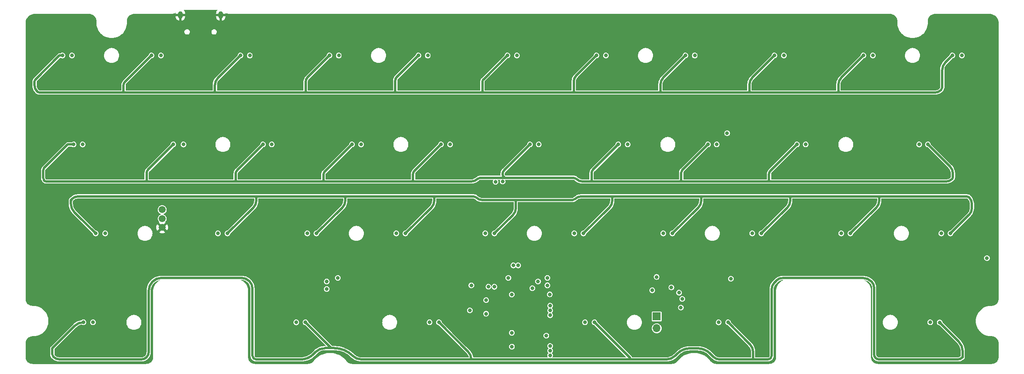
<source format=gbr>
%TF.GenerationSoftware,KiCad,Pcbnew,8.0.8*%
%TF.CreationDate,2025-03-01T19:11:40+01:00*%
%TF.ProjectId,travaulta WKL,74726176-6175-46c7-9461-20574b4c2e6b,rev?*%
%TF.SameCoordinates,Original*%
%TF.FileFunction,Copper,L2,Inr*%
%TF.FilePolarity,Positive*%
%FSLAX46Y46*%
G04 Gerber Fmt 4.6, Leading zero omitted, Abs format (unit mm)*
G04 Created by KiCad (PCBNEW 8.0.8) date 2025-03-01 19:11:40*
%MOMM*%
%LPD*%
G01*
G04 APERTURE LIST*
%TA.AperFunction,ComponentPad*%
%ADD10C,1.500000*%
%TD*%
%TA.AperFunction,ComponentPad*%
%ADD11R,1.700000X1.700000*%
%TD*%
%TA.AperFunction,ComponentPad*%
%ADD12O,1.700000X1.700000*%
%TD*%
%TA.AperFunction,ComponentPad*%
%ADD13O,1.000000X1.600000*%
%TD*%
%TA.AperFunction,ViaPad*%
%ADD14C,0.800000*%
%TD*%
%TA.AperFunction,Conductor*%
%ADD15C,0.500000*%
%TD*%
G04 APERTURE END LIST*
D10*
%TO.N,GND*%
%TO.C,J1*%
X74326714Y-93975000D03*
%TO.N,RGB*%
X74326714Y-92075000D03*
%TO.N,+5V*%
X74326714Y-90175000D03*
%TD*%
D11*
%TO.N,VBAT*%
%TO.C,SW38*%
X180181250Y-113025000D03*
D12*
%TO.N,BOOT0*%
X180181250Y-115565000D03*
%TD*%
D13*
%TO.N,GND*%
%TO.C,USB1*%
X78230000Y-48443750D03*
X86870000Y-48443750D03*
%TD*%
D14*
%TO.N,GND*%
X96681059Y-104725779D03*
X114300000Y-68278054D03*
X135638233Y-104424633D03*
X122292343Y-86296022D03*
X151003000Y-99314000D03*
X139250795Y-88412622D03*
X210525546Y-103806066D03*
X239712500Y-104775000D03*
X88940311Y-103911118D03*
X113506250Y-117475000D03*
X153834888Y-121069830D03*
X153987500Y-93059250D03*
X84617181Y-83073023D03*
X81280000Y-57277000D03*
X82550000Y-49999000D03*
X196359829Y-83116621D03*
X146685079Y-65962540D03*
X87249000Y-80010000D03*
X117475000Y-68262500D03*
X94884744Y-114250729D03*
X94253743Y-105454033D03*
X175418750Y-111125000D03*
X47117000Y-76200000D03*
X215664745Y-101760584D03*
X218126996Y-103858044D03*
X244475000Y-104775000D03*
X232187509Y-86321867D03*
X186531250Y-104366597D03*
X202414130Y-107184636D03*
X103187500Y-83125992D03*
X139269702Y-83220487D03*
X119027099Y-64169317D03*
X51593750Y-107950000D03*
X77430000Y-51094000D03*
X158623000Y-82423000D03*
X234216716Y-86307268D03*
X178593750Y-104324688D03*
X175451935Y-104317849D03*
X84595481Y-88265158D03*
X84198075Y-57286253D03*
X107950000Y-68278054D03*
X137621572Y-104395436D03*
X182499000Y-80010000D03*
X117445381Y-65971118D03*
X113284000Y-114300000D03*
X94884744Y-109488229D03*
X232181682Y-85070595D03*
X101290238Y-102836574D03*
X156464799Y-64146969D03*
X144653000Y-76200000D03*
X233867827Y-64186346D03*
X120296642Y-83089298D03*
X158623000Y-84455000D03*
X88926415Y-65964205D03*
X177006250Y-108743750D03*
X142113000Y-110617000D03*
X213758720Y-65997413D03*
X194539821Y-104317849D03*
X113506250Y-111125000D03*
X154940000Y-86995000D03*
X123031250Y-104410035D03*
X175816362Y-65997905D03*
X196320496Y-85086672D03*
X114300000Y-107950000D03*
X101155500Y-83125992D03*
X228234475Y-102096352D03*
X173101000Y-95250000D03*
X208313856Y-103762270D03*
X141859000Y-80010000D03*
X150971210Y-89699174D03*
X121059099Y-64169317D03*
X152584000Y-112903000D03*
X82585181Y-83073023D03*
X144374097Y-116215501D03*
X158753070Y-104320989D03*
X137901311Y-64231533D03*
X63156734Y-86285172D03*
X47371000Y-50800000D03*
X156928922Y-103265359D03*
X82566274Y-88265158D03*
X121095883Y-65974574D03*
X208354018Y-101320296D03*
X192539949Y-102088341D03*
X148844000Y-86995079D03*
X101308819Y-104740377D03*
X234950000Y-61087000D03*
X60075298Y-64176230D03*
X215275605Y-85030152D03*
X160918079Y-102299291D03*
X177839421Y-64193631D03*
X139700000Y-57150000D03*
X206235802Y-103784623D03*
X153987500Y-100806250D03*
X99867728Y-65952852D03*
X88900000Y-68262500D03*
X248723591Y-102754966D03*
X138112500Y-107950000D03*
X215781779Y-64193139D03*
X183356250Y-120650000D03*
X217310639Y-86266825D03*
X65200540Y-88255984D03*
X190232918Y-104293450D03*
X120257309Y-85059349D03*
X153987500Y-102393750D03*
X158750000Y-57150000D03*
X99815881Y-64231533D03*
X111125000Y-65960003D03*
X82551675Y-86294346D03*
X142081250Y-106362500D03*
X142081250Y-107950000D03*
X246856250Y-107950000D03*
X232568750Y-102393750D03*
X232221015Y-83100544D03*
X101121994Y-86347315D03*
X156972000Y-86995000D03*
X197035308Y-64193631D03*
X217346938Y-83060101D03*
X120650000Y-107955425D03*
X54768750Y-101600000D03*
X98943844Y-107338930D03*
X215900000Y-57150000D03*
X127793750Y-107950000D03*
X197044249Y-65997905D03*
X141265403Y-86427211D03*
X153035000Y-86995000D03*
X146812000Y-86995000D03*
X106389136Y-104784173D03*
X114272348Y-65964205D03*
X196850000Y-57150000D03*
X239734595Y-102760391D03*
X106426000Y-76200000D03*
X98422526Y-65950379D03*
X70258761Y-108749174D03*
X123825000Y-65951243D03*
X227806250Y-120650000D03*
X153987500Y-91281250D03*
X143668750Y-104344178D03*
X159004000Y-110744000D03*
X156972000Y-84455000D03*
X157861000Y-85725000D03*
X122328642Y-83089298D03*
X78607665Y-65964205D03*
X144653000Y-72517000D03*
X125349000Y-80010000D03*
X146559275Y-69986416D03*
X234213682Y-85070595D03*
X233876768Y-65990620D03*
X120709967Y-104380837D03*
X106432932Y-107222141D03*
X179168520Y-86356192D03*
X177800000Y-53213000D03*
X82189797Y-64153271D03*
X251079000Y-50800000D03*
X85751415Y-65964205D03*
X127000000Y-68309162D03*
X179165486Y-85119519D03*
X114183211Y-104585218D03*
X226218750Y-101600000D03*
X217325238Y-88252236D03*
X92075000Y-68262500D03*
X122306942Y-88281433D03*
X173573173Y-104293450D03*
X223547995Y-101848176D03*
X134874000Y-95250000D03*
X248701496Y-104769575D03*
X227806250Y-114300000D03*
X183356250Y-110331250D03*
X120277735Y-88281433D03*
X230187500Y-102393750D03*
X123031250Y-117475000D03*
X92075000Y-65964205D03*
X51435000Y-95250000D03*
X96774000Y-95250000D03*
X251206000Y-63500000D03*
X140493750Y-104333809D03*
X215281432Y-86281424D03*
X80962500Y-60071000D03*
X231844768Y-65990620D03*
X198391829Y-83116621D03*
X98900048Y-104754976D03*
X227806250Y-107950000D03*
X91599229Y-101561070D03*
X217307605Y-85030152D03*
X244094000Y-69723000D03*
X158496799Y-64146969D03*
X171170882Y-120668224D03*
X82545848Y-85043074D03*
X70380974Y-114234306D03*
X184943750Y-117475000D03*
X130175000Y-68309162D03*
X160911418Y-104281020D03*
X164306250Y-104289692D03*
X98425000Y-68262500D03*
X95250000Y-68262500D03*
X103936569Y-104827969D03*
X49530000Y-69850000D03*
X60116776Y-66008155D03*
X132471848Y-104419208D03*
X220886133Y-103858044D03*
X148844000Y-82296000D03*
X101847881Y-64231533D03*
X63171333Y-88255984D03*
X87249000Y-72644000D03*
X70643750Y-91281250D03*
X127000000Y-65951243D03*
X234950000Y-104775000D03*
X210565708Y-101364092D03*
X75692000Y-48895000D03*
X120650000Y-117475000D03*
X143083129Y-86703106D03*
X177848362Y-65997905D03*
X200037961Y-104339926D03*
X179183119Y-88341603D03*
X133383834Y-65953835D03*
X139933311Y-64231533D03*
X83568550Y-101824404D03*
X120650000Y-111125000D03*
X179387500Y-119856250D03*
X215314938Y-83060101D03*
X198063398Y-104339926D03*
X150876000Y-84455000D03*
X84577848Y-85043074D03*
X126525678Y-120534355D03*
X65182907Y-85033900D03*
X111125000Y-68278054D03*
X96666461Y-107309733D03*
X198029931Y-107050767D03*
X85725000Y-68262500D03*
X175807421Y-64193631D03*
X123825000Y-68309162D03*
X136525000Y-68262500D03*
X192561494Y-104301005D03*
X227806250Y-104775000D03*
X203200000Y-114300000D03*
X175418750Y-107530039D03*
X246856250Y-119856250D03*
X246878345Y-102760391D03*
X95250000Y-65964205D03*
X125412500Y-107950000D03*
X103148167Y-85096043D03*
X150876000Y-87009677D03*
X71661345Y-103815799D03*
X182499000Y-72390000D03*
X86311676Y-103889220D03*
X109064523Y-103037765D03*
X141224000Y-82677000D03*
X237331250Y-104775000D03*
X200238764Y-107151169D03*
X120263136Y-86310621D03*
X246856250Y-104775000D03*
X226176141Y-103893658D03*
X139236196Y-86441810D03*
X202406250Y-103187500D03*
X232568750Y-104775000D03*
X101899728Y-65952852D03*
X152781000Y-84455000D03*
X133350000Y-68309162D03*
X73739399Y-103793446D03*
X161131250Y-107950000D03*
X101411009Y-107222141D03*
X123848305Y-120534355D03*
X177172819Y-83149468D03*
X119063883Y-65974574D03*
X175418750Y-117475000D03*
X232202108Y-88292679D03*
X198352496Y-85086672D03*
X141224000Y-88519000D03*
X81075201Y-103881038D03*
X215296031Y-88252236D03*
X234950000Y-102393750D03*
X234253015Y-83100544D03*
X120650000Y-114300000D03*
X115824000Y-99314000D03*
X242115845Y-102760391D03*
X160654407Y-87046427D03*
X203200000Y-110331250D03*
X65185941Y-86270573D03*
X137872571Y-65974082D03*
X179387500Y-118268750D03*
X144653079Y-65962540D03*
X141859000Y-72517000D03*
X177133486Y-85119519D03*
X156473740Y-65951243D03*
X130175000Y-104413054D03*
X160655000Y-84455000D03*
X68453000Y-76200000D03*
X201676000Y-76200000D03*
X252412500Y-57150000D03*
X154940000Y-84455000D03*
X146681488Y-64206158D03*
X192024000Y-91313000D03*
X170583240Y-107583554D03*
X138112500Y-120650000D03*
X231835827Y-64186346D03*
X120650000Y-53213000D03*
X77851000Y-95250000D03*
X157162500Y-89693750D03*
X224282000Y-80137000D03*
X70358000Y-105664000D03*
X170676988Y-104308377D03*
X115824000Y-91313000D03*
X146793645Y-104323439D03*
X94884744Y-120600729D03*
X177800000Y-120601289D03*
X147066000Y-107315000D03*
X244497095Y-102760391D03*
X70643750Y-99218750D03*
X70258761Y-120655424D03*
X120650000Y-60960000D03*
X198370129Y-88308756D03*
X121126329Y-68333618D03*
X123031250Y-107950000D03*
X153321343Y-104242074D03*
X91601684Y-103924834D03*
X242093750Y-104775000D03*
X195892007Y-102087464D03*
X158505740Y-65951243D03*
X125412500Y-104424633D03*
X130175000Y-65951243D03*
X213749779Y-64193139D03*
X183356250Y-118268750D03*
X69494010Y-103866335D03*
X144653000Y-67691000D03*
X229235000Y-95250000D03*
X141807427Y-69986416D03*
X196340922Y-88308756D03*
X122289309Y-85059349D03*
X148814813Y-120969428D03*
X65659000Y-76200000D03*
X147896567Y-109273002D03*
X62148776Y-66008155D03*
X101600000Y-57150000D03*
X153987500Y-99218750D03*
X78581250Y-68262500D03*
X95250000Y-103187500D03*
X103937454Y-102919300D03*
X63190240Y-83063849D03*
X119856250Y-109537500D03*
X103165800Y-88318127D03*
X204355226Y-105477810D03*
X144632258Y-70008314D03*
X243967000Y-85725000D03*
X139904571Y-65974082D03*
X158622407Y-87046427D03*
X154781250Y-103961226D03*
X89408000Y-48895000D03*
X224282000Y-72390000D03*
X93662500Y-101600000D03*
X125349000Y-72517000D03*
X75914406Y-102336472D03*
X139230369Y-85190538D03*
X83552539Y-103889220D03*
X160655000Y-82423000D03*
X195003308Y-64193631D03*
X184943750Y-114300000D03*
X157162500Y-99314000D03*
X179204819Y-83149468D03*
X177139313Y-86370791D03*
X75951089Y-103837242D03*
X101911437Y-68262500D03*
X175418750Y-120567822D03*
X192625972Y-107021113D03*
X215649658Y-103849862D03*
X104775000Y-65960003D03*
X163576000Y-76200000D03*
X195012249Y-65997905D03*
X111531688Y-103066962D03*
X71700833Y-102228857D03*
X144907000Y-86995000D03*
X158750000Y-107950000D03*
X198355530Y-86323345D03*
X81067320Y-101785474D03*
X106404619Y-102948497D03*
X144652281Y-64206158D03*
X144653000Y-82296000D03*
X144653000Y-80010000D03*
X251079000Y-95123000D03*
X148209000Y-101981000D03*
X107936174Y-65943466D03*
X65222240Y-83063849D03*
X98806000Y-50800000D03*
X211201000Y-95250000D03*
X146685000Y-72517000D03*
X230187500Y-104775000D03*
X173617597Y-107561243D03*
X84580882Y-86279747D03*
X167481250Y-104289692D03*
X62107298Y-64176230D03*
X78581250Y-63500000D03*
X146685000Y-80010000D03*
X196326323Y-86337944D03*
X250825000Y-87312500D03*
X120903194Y-120567822D03*
X190240765Y-102103407D03*
X101136593Y-88318127D03*
X103151201Y-86332716D03*
X127793750Y-104424633D03*
X213131398Y-103827964D03*
X161544000Y-85725000D03*
X63150907Y-85033900D03*
X203200000Y-120650000D03*
X141262369Y-85190538D03*
X141287500Y-120650000D03*
X101116167Y-85096043D03*
X153987500Y-89503250D03*
X84137500Y-68262500D03*
X206275964Y-101342649D03*
X177153912Y-88341603D03*
X189706250Y-107950000D03*
X87312500Y-63500000D03*
X213591743Y-101731387D03*
X104775000Y-68278054D03*
X118067619Y-104395436D03*
X223514768Y-103879942D03*
X78556941Y-103859140D03*
X237353345Y-102760391D03*
X136558834Y-65953835D03*
X148844000Y-84455000D03*
X227965000Y-76200000D03*
X183356250Y-104370593D03*
X158632093Y-88982166D03*
X73764104Y-102267787D03*
X246062500Y-76200000D03*
X146685000Y-67691000D03*
X177800000Y-60960000D03*
X215790720Y-65997413D03*
X139953601Y-68350091D03*
X87653038Y-51101306D03*
X84074000Y-69850000D03*
X151425252Y-121036363D03*
X184943750Y-106362500D03*
%TO.N,APLEX_OUT_PIN_0*%
X156787000Y-106362500D03*
X156787000Y-104775000D03*
X148431250Y-104775000D03*
X140493750Y-106362500D03*
X140168917Y-111725196D03*
X184943750Y-107950000D03*
%TO.N,ROW0*%
X243459000Y-57150000D03*
X110109000Y-57150000D03*
X186309000Y-57150000D03*
X148209000Y-57150000D03*
X167259000Y-57150000D03*
X224409000Y-57150000D03*
X129159000Y-57150000D03*
X72009000Y-57150000D03*
X52959000Y-57150000D03*
X91059000Y-57150000D03*
X145671499Y-84193250D03*
X149495497Y-102108000D03*
X205359000Y-57150000D03*
%TO.N,ROW1*%
X55372000Y-76200000D03*
X191135000Y-76200000D03*
X133985000Y-76200000D03*
X76708000Y-76200000D03*
X153035000Y-76200000D03*
X210185000Y-76200000D03*
X171958000Y-76200000D03*
X114935000Y-76200000D03*
X150495000Y-102108000D03*
X238252000Y-76200000D03*
X147189791Y-84150476D03*
X95885000Y-76200000D03*
%TO.N,VBAT*%
X149155000Y-108331000D03*
X180168284Y-104576503D03*
X149158000Y-116524000D03*
X153545858Y-106982709D03*
X156556000Y-117129000D03*
X149189578Y-119489093D03*
X157291782Y-108302925D03*
X111918750Y-104775000D03*
X154781250Y-105533209D03*
%TO.N,COL0*%
X59531250Y-114300000D03*
X62103000Y-95250000D03*
X54991000Y-57150000D03*
X57277000Y-76200000D03*
%TO.N,COL1*%
X74041000Y-57150000D03*
X109537500Y-107156250D03*
X109537500Y-105568750D03*
X86233000Y-95250000D03*
X78867000Y-76200000D03*
%TO.N,COL2*%
X103005828Y-114300000D03*
X93075000Y-57150000D03*
X105362500Y-95250000D03*
X97790000Y-76200000D03*
%TO.N,COL3*%
X124412500Y-95250000D03*
X116887500Y-76200000D03*
X131555000Y-114300000D03*
X112125000Y-57150000D03*
%TO.N,COL4*%
X143462500Y-95250000D03*
X135937500Y-76200000D03*
X131175000Y-57150000D03*
%TO.N,COL5*%
X150241000Y-57150000D03*
X162512500Y-95250000D03*
X164846000Y-114300000D03*
X154940000Y-76200000D03*
%TO.N,COL6*%
X169291000Y-57150000D03*
X173990000Y-76200000D03*
X181562500Y-95250000D03*
X183324719Y-106823574D03*
X179237160Y-107440416D03*
%TO.N,COL7*%
X188325000Y-57150000D03*
X195262500Y-73818750D03*
X200612500Y-95250000D03*
X193421000Y-114300000D03*
X193040000Y-76200000D03*
%TO.N,COL8*%
X207391000Y-57150000D03*
X196056250Y-104952200D03*
X219662500Y-95250000D03*
X185352690Y-111125000D03*
X212090000Y-76200000D03*
%TO.N,COL9*%
X241095000Y-95250000D03*
X226441000Y-57150000D03*
X236347000Y-76200000D03*
X238714369Y-114292898D03*
%TO.N,ROW2*%
X164512500Y-95250000D03*
X221662500Y-95250000D03*
X126412500Y-95250000D03*
X243078000Y-95250000D03*
X202612500Y-95250000D03*
X107362500Y-95250000D03*
X145462500Y-95250000D03*
X60071000Y-95250000D03*
X88312500Y-95250000D03*
X183562500Y-95250000D03*
%TO.N,ROW3*%
X144157368Y-106657415D03*
X143668750Y-109537500D03*
X195453000Y-114300000D03*
X105004216Y-114293511D03*
X166878000Y-114300000D03*
X133555000Y-114300000D03*
X240745252Y-114314598D03*
X57470051Y-114280535D03*
%TO.N,AMUX_SEL_2*%
X157348680Y-121365408D03*
X157353000Y-110744000D03*
%TO.N,AMUX_SEL_1*%
X157357299Y-111755701D03*
X157364941Y-120356364D03*
%TO.N,AMUX_SEL_0*%
X157353500Y-119342500D03*
X157353000Y-112776000D03*
%TO.N,APLEX_EN_PIN_1*%
X185642929Y-109271580D03*
X145415000Y-106680000D03*
%TO.N,RGB*%
X143647122Y-112448643D03*
%TO.N,COL10*%
X245491000Y-57150000D03*
X250878697Y-100530160D03*
%TD*%
D15*
%TO.N,ROW0*%
X105029000Y-65016873D02*
X105029000Y-62836167D01*
X200025000Y-65087500D02*
X200025000Y-63449377D01*
X219075000Y-65087500D02*
X200025000Y-65087500D01*
X85725000Y-65087500D02*
X85613875Y-64976375D01*
X48158100Y-65087500D02*
X66078529Y-65087500D01*
X47147154Y-62326845D02*
X52324000Y-57150000D01*
X200025000Y-65087500D02*
X180975000Y-65087500D01*
X219075000Y-65087500D02*
X239712500Y-65087500D01*
X86253718Y-61955282D02*
X91059000Y-57150000D01*
X142875000Y-65087500D02*
X124204966Y-65087500D01*
X241300000Y-63964968D02*
X241300000Y-60274377D01*
X219075000Y-65087500D02*
X219075000Y-63449377D01*
X143032154Y-62326845D02*
X148209000Y-57150000D01*
X124204966Y-65087500D02*
X124206000Y-65086466D01*
X52324000Y-57150000D02*
X52959000Y-57150000D01*
X124206000Y-65086466D02*
X124206000Y-62529562D01*
X162949365Y-61459636D02*
X163401375Y-61007625D01*
X66040000Y-65048971D02*
X66078529Y-65087500D01*
X180975000Y-65087500D02*
X180975000Y-63449377D01*
X66040000Y-63500000D02*
X66040000Y-65048971D01*
X181657625Y-61801375D02*
X186309000Y-57150000D01*
X162433000Y-62706250D02*
X162433000Y-65027535D01*
X46990000Y-63500000D02*
X46990000Y-62706250D01*
X66309408Y-62849593D02*
X72009000Y-57150000D01*
X124204966Y-65087500D02*
X105099627Y-65087500D01*
X85613875Y-64976375D02*
X85613875Y-63500000D01*
X241982625Y-58626375D02*
X243459000Y-57150000D01*
X200707625Y-61801375D02*
X205359000Y-57150000D01*
X142875000Y-62706250D02*
X142875000Y-65087500D01*
X167259000Y-57150000D02*
X163401375Y-61007625D01*
X105457625Y-61801375D02*
X110109000Y-57150000D01*
X66078529Y-65087500D02*
X85725000Y-65087500D01*
X162373035Y-65087500D02*
X142875000Y-65087500D01*
X105099627Y-65087500D02*
X105029000Y-65016873D01*
X162433000Y-65027535D02*
X162373035Y-65087500D01*
X219757625Y-61801375D02*
X224409000Y-57150000D01*
X105099627Y-65087500D02*
X85725000Y-65087500D01*
X180975000Y-65087500D02*
X162373035Y-65087500D01*
X124507625Y-61801375D02*
X129159000Y-57150000D01*
X46990000Y-62706250D02*
G75*
G02*
X47147171Y-62326862I536600J-50D01*
G01*
X241300000Y-60274377D02*
G75*
G02*
X241982642Y-58626392I2330600J-23D01*
G01*
X180975000Y-63449377D02*
G75*
G02*
X181657642Y-61801392I2330600J-23D01*
G01*
X162433000Y-62706250D02*
G75*
G02*
X162949335Y-61459606I1763000J50D01*
G01*
X66040000Y-63500000D02*
G75*
G02*
X66309411Y-62849596I919800J0D01*
G01*
X239712500Y-65087500D02*
G75*
G03*
X241067520Y-64526238I0J1916300D01*
G01*
X200025000Y-63449377D02*
G75*
G02*
X200707642Y-61801392I2330600J-23D01*
G01*
X47541829Y-64832232D02*
G75*
G03*
X48158100Y-65087511I616271J616232D01*
G01*
X142875000Y-62706250D02*
G75*
G02*
X143032171Y-62326862I536600J-50D01*
G01*
X47541829Y-64832232D02*
G75*
G02*
X46990012Y-63500000I1332271J1332232D01*
G01*
X105029000Y-62836167D02*
G75*
G02*
X105457645Y-61801395I1463400J-33D01*
G01*
X85613875Y-63500000D02*
G75*
G02*
X86253726Y-61955290I2184525J0D01*
G01*
X219075000Y-63449377D02*
G75*
G02*
X219757642Y-61801392I2330600J-23D01*
G01*
X124206000Y-62529562D02*
G75*
G02*
X124507646Y-61801396I1029800J-38D01*
G01*
X241067516Y-64526234D02*
G75*
G03*
X241299963Y-63964968I-561316J561234D01*
G01*
%TO.N,ROW1*%
X49212500Y-84020665D02*
X49040744Y-83848909D01*
X204311566Y-84137500D02*
X242093750Y-84137500D01*
X142375354Y-83343750D02*
X147637500Y-83343750D01*
X242951000Y-80899000D02*
X238252000Y-76200000D01*
X90138914Y-84137500D02*
X90043000Y-84041586D01*
X166299158Y-84137500D02*
X166243000Y-84081342D01*
X71065829Y-84137500D02*
X90138914Y-84137500D01*
X90043000Y-84041586D02*
X90043000Y-82550000D01*
X128016000Y-84126173D02*
X128027327Y-84137500D01*
X147637500Y-83343750D02*
X162424645Y-83343750D01*
X128016000Y-82550000D02*
X128016000Y-84126173D01*
X70993000Y-84064671D02*
X70993000Y-82341562D01*
X71294625Y-81613375D02*
X76708000Y-76200000D01*
X166299158Y-84137500D02*
X185453222Y-84137500D01*
X243586000Y-83244922D02*
X243586000Y-82432025D01*
X109018605Y-82116395D02*
X114935000Y-76200000D01*
X204485408Y-81899593D02*
X210185000Y-76200000D01*
X109022879Y-84137500D02*
X128027327Y-84137500D01*
X90402210Y-81682790D02*
X95885000Y-76200000D01*
X54102000Y-76200000D02*
X55372000Y-76200000D01*
X128285408Y-81899593D02*
X133985000Y-76200000D01*
X109022879Y-84137500D02*
X108839000Y-83953621D01*
X164340927Y-84137500D02*
X166299158Y-84137500D01*
X204216000Y-84041934D02*
X204311566Y-84137500D01*
X185658125Y-81676875D02*
X191135000Y-76200000D01*
X49033556Y-81268444D02*
X54102000Y-76200000D01*
X166544625Y-81613375D02*
X171958000Y-76200000D01*
X185453222Y-84137500D02*
X204311566Y-84137500D01*
X185420000Y-84104278D02*
X185420000Y-82251759D01*
X204216000Y-82550000D02*
X204216000Y-84041934D01*
X166243000Y-84081342D02*
X166243000Y-82341562D01*
X108839000Y-83953621D02*
X108839000Y-82550000D01*
X185453222Y-84137500D02*
X185420000Y-84104278D01*
X71065829Y-84137500D02*
X70993000Y-84064671D01*
X48831500Y-83343750D02*
X48831500Y-81756250D01*
X147552210Y-81682790D02*
X153035000Y-76200000D01*
X71065829Y-84137500D02*
X49494564Y-84137500D01*
X147637500Y-83343750D02*
X147439958Y-83146208D01*
X90138914Y-84137500D02*
X109022879Y-84137500D01*
X128027327Y-84137500D02*
X140459073Y-84137500D01*
X162424645Y-83343750D02*
G75*
G02*
X162926695Y-83551733I-45J-710050D01*
G01*
X204216000Y-82550000D02*
G75*
G02*
X204485411Y-81899596I919800J0D01*
G01*
X242093750Y-84137500D02*
G75*
G03*
X243448795Y-83576263I50J1916300D01*
G01*
X141873287Y-83551713D02*
G75*
G02*
X142375354Y-83343723I502113J-502087D01*
G01*
X243586000Y-82432025D02*
G75*
G03*
X242951008Y-80898992I-2168000J25D01*
G01*
X70993000Y-82341562D02*
G75*
G02*
X71294646Y-81613396I1029800J-38D01*
G01*
X243448766Y-83576234D02*
G75*
G03*
X243586029Y-83244922I-331266J331334D01*
G01*
X162926714Y-83551714D02*
G75*
G03*
X164340927Y-84137481I1414186J1414214D01*
G01*
X49494564Y-84137500D02*
G75*
G02*
X49212518Y-84020647I36J398900D01*
G01*
X90043000Y-82550000D02*
G75*
G02*
X90402214Y-81682794I1226400J0D01*
G01*
X147193000Y-82550000D02*
G75*
G02*
X147552214Y-81682794I1226400J0D01*
G01*
X147439958Y-83146208D02*
G75*
G02*
X147193011Y-82550000I596242J596208D01*
G01*
X108839000Y-82550000D02*
G75*
G02*
X109018607Y-82116397I613200J0D01*
G01*
X48831500Y-81756250D02*
G75*
G02*
X49033573Y-81268461I689900J-50D01*
G01*
X166243000Y-82341562D02*
G75*
G02*
X166544646Y-81613396I1029800J-38D01*
G01*
X140459073Y-84137500D02*
G75*
G03*
X141873301Y-83551727I27J2000000D01*
G01*
X185420000Y-82251759D02*
G75*
G02*
X185658147Y-81676897I813000J-41D01*
G01*
X49040744Y-83848909D02*
G75*
G02*
X48831535Y-83343750I505156J505109D01*
G01*
X128016000Y-82550000D02*
G75*
G02*
X128285411Y-81899596I919800J0D01*
G01*
%TO.N,ROW2*%
X54768750Y-88325573D02*
X54768750Y-88106250D01*
X60071000Y-95250000D02*
X56229250Y-91408250D01*
X221662500Y-95250000D02*
X227220464Y-89692036D01*
X150018750Y-89865323D02*
X150018750Y-88106250D01*
X227806250Y-87312500D02*
X246562145Y-87312500D01*
X88312500Y-95250000D02*
X93870464Y-89692036D01*
X247064213Y-91263787D02*
X243078000Y-95250000D01*
X126412500Y-95250000D02*
X131970464Y-89692036D01*
X164063223Y-87312500D02*
X170656250Y-87312500D01*
X113506250Y-87312500D02*
X132556250Y-87312500D01*
X150018750Y-88106250D02*
X142875000Y-88106250D01*
X107362500Y-95250000D02*
X112920464Y-89692036D01*
X247650000Y-88934676D02*
X247650000Y-89728427D01*
X56390927Y-87312500D02*
X94456250Y-87312500D01*
X183562500Y-95250000D02*
X189120464Y-89692036D01*
X227806250Y-88277823D02*
X227806250Y-87312500D01*
X202612500Y-95250000D02*
X208170464Y-89692036D01*
X170656250Y-88277823D02*
X170656250Y-87312500D01*
X113506250Y-88277823D02*
X113506250Y-87312500D01*
X54768750Y-88900000D02*
X54768750Y-88400355D01*
X208756250Y-88277823D02*
X208756250Y-87312500D01*
X170656250Y-87312500D02*
X189706250Y-87312500D01*
X140958718Y-87312500D02*
X132556250Y-87312500D01*
X94456250Y-88277823D02*
X94456250Y-87312500D01*
X132556250Y-88277823D02*
X132556250Y-87312500D01*
X189706250Y-88277823D02*
X189706250Y-87312500D01*
X94456250Y-87312500D02*
X113506250Y-87312500D01*
X145462500Y-95250000D02*
X149432964Y-91279536D01*
X56229250Y-91408250D02*
X55509622Y-90688622D01*
X189706250Y-87312500D02*
X208756250Y-87312500D01*
X247650000Y-89728427D02*
X247650000Y-89849573D01*
X54768750Y-88106250D02*
X54976714Y-87898286D01*
X164512500Y-95250000D02*
X170070464Y-89692036D01*
X150018750Y-88106250D02*
X162146942Y-88106250D01*
X208756250Y-87312500D02*
X227806250Y-87312500D01*
X247064214Y-87520464D02*
G75*
G02*
X247650016Y-88934676I-1414214J-1414236D01*
G01*
X208170464Y-89692036D02*
G75*
G03*
X208756281Y-88277823I-1414164J1414236D01*
G01*
X54768750Y-88400355D02*
G75*
G02*
X54976733Y-87898305I710050J-45D01*
G01*
X247650000Y-89849573D02*
G75*
G02*
X247064227Y-91263801I-2000000J-27D01*
G01*
X162685975Y-87882975D02*
G75*
G02*
X164063223Y-87312510I1377225J-1377225D01*
G01*
X246562145Y-87312500D02*
G75*
G02*
X247064185Y-87520493I-45J-710000D01*
G01*
X162146942Y-88106250D02*
G75*
G03*
X162685963Y-87882963I-42J762350D01*
G01*
X93870464Y-89692036D02*
G75*
G03*
X94456281Y-88277823I-1414164J1414236D01*
G01*
X131970464Y-89692036D02*
G75*
G03*
X132556281Y-88277823I-1414164J1414236D01*
G01*
X55509622Y-90688622D02*
G75*
G02*
X54768738Y-88900000I1788578J1788622D01*
G01*
X142875000Y-88106250D02*
G75*
G02*
X141519991Y-87544977I0J1916250D01*
G01*
X227220464Y-89692036D02*
G75*
G03*
X227806281Y-88277823I-1414164J1414236D01*
G01*
X189120464Y-89692036D02*
G75*
G03*
X189706281Y-88277823I-1414164J1414236D01*
G01*
X170070464Y-89692036D02*
G75*
G03*
X170656281Y-88277823I-1414164J1414236D01*
G01*
X112920464Y-89692036D02*
G75*
G03*
X113506281Y-88277823I-1414164J1414236D01*
G01*
X150018750Y-89865323D02*
G75*
G02*
X149432942Y-91279514I-1999950J23D01*
G01*
X141519984Y-87544984D02*
G75*
G03*
X140958718Y-87312502I-561284J-561316D01*
G01*
X54976714Y-87898286D02*
G75*
G02*
X56390927Y-87312519I1414186J-1414214D01*
G01*
%TO.N,ROW3*%
X140493750Y-122237500D02*
X117010032Y-122237500D01*
X71437500Y-120650000D02*
X71437500Y-107519198D01*
X111124957Y-119808508D02*
X109187791Y-119808508D01*
X111145884Y-119808490D02*
X111125000Y-119808490D01*
X133555000Y-114300000D02*
X139787527Y-120532527D01*
X93662500Y-107112363D02*
X93662500Y-121443750D01*
X52387500Y-122237500D02*
X69850043Y-122237500D01*
X94456250Y-122237500D02*
X103981250Y-122237500D01*
X193675000Y-122237500D02*
X200818750Y-122237500D01*
X166878000Y-114300000D02*
X174490296Y-121912296D01*
X191622532Y-120978782D02*
X192319984Y-121676234D01*
X195453000Y-114300000D02*
X200152000Y-118999000D01*
X184150000Y-121443750D02*
X184614968Y-120978782D01*
X55601902Y-115054347D02*
X50800000Y-119856250D01*
X245694488Y-120555291D02*
X245694488Y-121751663D01*
X107156250Y-120650000D02*
X106691282Y-121114968D01*
X104980000Y-114300000D02*
X104997727Y-114300000D01*
X204787500Y-107190927D02*
X204787500Y-121443750D01*
X240745252Y-114314598D02*
X244781290Y-118350637D01*
X226716878Y-121137872D02*
X226716878Y-106839635D01*
X140493750Y-122237500D02*
X174625000Y-122237500D01*
X224234171Y-104775000D02*
X207168750Y-104775000D01*
X187325000Y-119856250D02*
X188912500Y-119856250D01*
X104997727Y-114300000D02*
X105004216Y-114293511D01*
X74181698Y-104775000D02*
X91325137Y-104775000D01*
X50800000Y-119856250D02*
X50800000Y-121114968D01*
X203993750Y-122237500D02*
X200818750Y-122237500D01*
X244521574Y-122237500D02*
X227816506Y-122237500D01*
X200818750Y-120608676D02*
X200818750Y-122237500D01*
X174625000Y-122237500D02*
X182233680Y-122237500D01*
X205813734Y-105336266D02*
X205373286Y-105776714D01*
X104980000Y-114300000D02*
X110433750Y-119753750D01*
X117010032Y-122237500D02*
G75*
G02*
X115093741Y-121443759I-32J2710000D01*
G01*
X51032484Y-121676234D02*
G75*
G03*
X52387500Y-122237495I1355016J1355034D01*
G01*
X69850043Y-122237500D02*
G75*
G03*
X71437500Y-120650000I-43J1587500D01*
G01*
X57470051Y-114280535D02*
G75*
G03*
X55601876Y-115054321I-51J-2641965D01*
G01*
X227816506Y-122237500D02*
G75*
G02*
X226716900Y-121137872I-6J1099600D01*
G01*
X106691282Y-121114968D02*
G75*
G02*
X103981250Y-122237525I-2710082J2710068D01*
G01*
X184614968Y-120978782D02*
G75*
G02*
X187325000Y-119856246I2710032J-2710018D01*
G01*
X226198746Y-105588754D02*
G75*
G03*
X224234171Y-104775012I-1964546J-1964546D01*
G01*
X139787527Y-120532527D02*
G75*
G02*
X140493734Y-122237500I-1705027J-1704973D01*
G01*
X71437500Y-107519198D02*
G75*
G02*
X72241258Y-105578758I2744200J-2D01*
G01*
X50800000Y-121114968D02*
G75*
G03*
X51032478Y-121676240I793700J-32D01*
G01*
X244781290Y-118350637D02*
G75*
G02*
X245694483Y-120555291I-2204690J-2204663D01*
G01*
X204787500Y-121443750D02*
G75*
G02*
X203993750Y-122237500I-793800J50D01*
G01*
X182233680Y-122237500D02*
G75*
G03*
X184149965Y-121443753I20J2710000D01*
G01*
X200152000Y-118999000D02*
G75*
G02*
X200818760Y-120608676I-1609700J-1609700D01*
G01*
X226716878Y-106839635D02*
G75*
G03*
X226198756Y-105588744I-1768978J35D01*
G01*
X192319984Y-121676234D02*
G75*
G03*
X193675000Y-122237495I1355016J1355034D01*
G01*
X72241257Y-105578757D02*
G75*
G02*
X74181698Y-104774999I1940443J-1940443D01*
G01*
X245694488Y-121751663D02*
G75*
G02*
X244521574Y-122237496I-1172888J1172863D01*
G01*
X188912500Y-119856250D02*
G75*
G02*
X191622529Y-120978785I0J-3832550D01*
G01*
X92977902Y-105459598D02*
G75*
G02*
X93662515Y-107112363I-1652802J-1652802D01*
G01*
X109187791Y-119808508D02*
G75*
G03*
X107156263Y-120650013I9J-2872992D01*
G01*
X115093750Y-121443750D02*
G75*
G03*
X111145884Y-119808497I-3947850J-3947850D01*
G01*
X174490296Y-121912296D02*
G75*
G02*
X174625002Y-122237500I-325196J-325204D01*
G01*
X93662500Y-121443750D02*
G75*
G03*
X94456250Y-122237500I793800J50D01*
G01*
X207168750Y-104775000D02*
G75*
G03*
X205813705Y-105336237I-50J-1916300D01*
G01*
X111125000Y-119808490D02*
X111124992Y-119808490D01*
X111124984Y-119808489D01*
X111124977Y-119808487D01*
X111124969Y-119808485D01*
X111124967Y-119808484D01*
X91325137Y-104775000D02*
G75*
G02*
X92977891Y-105459609I-37J-2337400D01*
G01*
X205373286Y-105776714D02*
G75*
G03*
X204787519Y-107190927I1414214J-1414186D01*
G01*
%TD*%
%TA.AperFunction,Conductor*%
%TO.N,GND*%
G36*
X86154969Y-47407397D02*
G01*
X86159248Y-47413022D01*
X86159508Y-47420085D01*
X86155653Y-47426008D01*
X86154232Y-47427173D01*
X86153421Y-47427984D01*
X86028191Y-47580577D01*
X86027550Y-47581537D01*
X85934498Y-47755625D01*
X85934055Y-47756695D01*
X85876753Y-47945591D01*
X85876528Y-47946721D01*
X85862027Y-48093952D01*
X85862000Y-48094516D01*
X85862000Y-48187423D01*
X85862681Y-48189068D01*
X85864327Y-48189750D01*
X87875673Y-48189750D01*
X87877318Y-48189068D01*
X87878000Y-48187423D01*
X87878000Y-48094516D01*
X87877972Y-48093952D01*
X87871336Y-48026583D01*
X87873359Y-48018779D01*
X87879949Y-48014135D01*
X87887975Y-48014856D01*
X88080753Y-48105946D01*
X88289738Y-48177777D01*
X88505363Y-48226155D01*
X88725003Y-48250493D01*
X88835396Y-48250499D01*
X88835397Y-48250500D01*
X88835496Y-48250500D01*
X230199500Y-48250500D01*
X230199585Y-48250500D01*
X230200419Y-48250530D01*
X230269725Y-48255486D01*
X230420046Y-48267317D01*
X230421595Y-48267545D01*
X230519707Y-48288888D01*
X230519830Y-48288916D01*
X230639209Y-48317577D01*
X230640535Y-48317982D01*
X230739585Y-48354926D01*
X230739908Y-48355053D01*
X230848356Y-48399974D01*
X230849462Y-48400503D01*
X230944035Y-48452143D01*
X230944523Y-48452426D01*
X231042891Y-48512706D01*
X231043767Y-48513300D01*
X231130728Y-48578399D01*
X231131296Y-48578853D01*
X231218444Y-48653284D01*
X231219118Y-48653908D01*
X231296090Y-48730880D01*
X231296714Y-48731554D01*
X231371138Y-48818693D01*
X231371606Y-48819279D01*
X231399476Y-48856509D01*
X231436690Y-48906220D01*
X231437300Y-48907119D01*
X231497567Y-49005466D01*
X231497860Y-49005972D01*
X231549490Y-49100525D01*
X231550030Y-49101655D01*
X231594932Y-49210059D01*
X231595085Y-49210447D01*
X231632011Y-49309448D01*
X231632426Y-49310806D01*
X231661066Y-49430101D01*
X231661122Y-49430345D01*
X231682451Y-49528393D01*
X231682682Y-49529962D01*
X231694517Y-49680331D01*
X231694523Y-49680414D01*
X231699470Y-49749581D01*
X231699500Y-49750415D01*
X231699500Y-49750500D01*
X231699500Y-50149500D01*
X231699500Y-50150000D01*
X231699500Y-50326237D01*
X231699534Y-50326553D01*
X231699535Y-50326564D01*
X231737573Y-50676316D01*
X231737609Y-50676645D01*
X231813381Y-51020878D01*
X231813478Y-51021166D01*
X231813480Y-51021173D01*
X231925826Y-51354607D01*
X231925831Y-51354621D01*
X231925926Y-51354901D01*
X231926055Y-51355181D01*
X231926056Y-51355182D01*
X232073795Y-51674516D01*
X232073799Y-51674523D01*
X232073926Y-51674798D01*
X232074084Y-51675061D01*
X232074088Y-51675068D01*
X232235179Y-51942802D01*
X232255646Y-51976818D01*
X232255832Y-51977063D01*
X232255835Y-51977067D01*
X232468761Y-52257167D01*
X232468767Y-52257174D01*
X232468954Y-52257420D01*
X232711350Y-52513314D01*
X232979992Y-52741501D01*
X233271731Y-52939305D01*
X233583146Y-53104407D01*
X233910586Y-53234871D01*
X234250212Y-53329168D01*
X234598043Y-53386191D01*
X234950000Y-53405274D01*
X235301957Y-53386191D01*
X235649788Y-53329168D01*
X235989414Y-53234871D01*
X236316854Y-53104407D01*
X236628269Y-52939305D01*
X236920008Y-52741501D01*
X237188650Y-52513314D01*
X237431046Y-52257420D01*
X237644354Y-51976818D01*
X237826074Y-51674798D01*
X237974074Y-51354901D01*
X238086619Y-51020878D01*
X238162391Y-50676645D01*
X238200500Y-50326237D01*
X238200500Y-50150000D01*
X238200500Y-50149500D01*
X238200500Y-49750415D01*
X238200530Y-49749580D01*
X238205486Y-49680278D01*
X238217317Y-49529949D01*
X238217544Y-49528408D01*
X238238877Y-49430345D01*
X238238933Y-49430101D01*
X238267579Y-49310781D01*
X238267978Y-49309474D01*
X238304941Y-49210374D01*
X238305037Y-49210131D01*
X238349980Y-49101628D01*
X238350495Y-49100551D01*
X238402163Y-49005927D01*
X238402405Y-49005510D01*
X238462718Y-48907088D01*
X238463285Y-48906252D01*
X238528424Y-48819238D01*
X238528828Y-48818732D01*
X238603307Y-48731528D01*
X238603882Y-48730907D01*
X238680907Y-48653882D01*
X238681528Y-48653307D01*
X238768732Y-48578828D01*
X238769238Y-48578424D01*
X238856252Y-48513285D01*
X238857088Y-48512718D01*
X238955510Y-48452405D01*
X238955927Y-48452163D01*
X239050551Y-48400495D01*
X239051628Y-48399980D01*
X239160131Y-48355037D01*
X239160374Y-48354941D01*
X239259474Y-48317978D01*
X239260781Y-48317579D01*
X239380212Y-48288906D01*
X239380237Y-48288900D01*
X239478408Y-48267544D01*
X239479949Y-48267317D01*
X239630193Y-48255492D01*
X239699580Y-48250530D01*
X239700415Y-48250500D01*
X239700500Y-48250500D01*
X251474500Y-48250500D01*
X251474616Y-48250500D01*
X251475381Y-48250525D01*
X251476745Y-48250614D01*
X251558772Y-48255990D01*
X251729941Y-48268233D01*
X251731340Y-48268421D01*
X251846331Y-48291295D01*
X251984381Y-48321326D01*
X251985610Y-48321667D01*
X252102157Y-48361230D01*
X252102369Y-48361306D01*
X252229159Y-48408596D01*
X252230235Y-48409060D01*
X252317587Y-48452138D01*
X252342622Y-48464484D01*
X252343054Y-48464708D01*
X252459780Y-48528445D01*
X252460643Y-48528968D01*
X252516666Y-48566401D01*
X252565735Y-48599188D01*
X252566247Y-48599550D01*
X252671907Y-48678647D01*
X252672609Y-48679216D01*
X252767961Y-48762837D01*
X252768520Y-48763361D01*
X252861637Y-48856478D01*
X252862161Y-48857037D01*
X252945782Y-48952389D01*
X252946351Y-48953091D01*
X253025448Y-49058751D01*
X253025810Y-49059263D01*
X253096021Y-49164340D01*
X253096562Y-49165233D01*
X253160290Y-49281944D01*
X253160514Y-49282376D01*
X253215935Y-49394758D01*
X253216404Y-49395844D01*
X253263671Y-49522570D01*
X253263788Y-49522898D01*
X253303324Y-49639366D01*
X253303678Y-49640640D01*
X253333690Y-49778605D01*
X253333732Y-49778809D01*
X253356573Y-49893635D01*
X253356768Y-49895083D01*
X253369019Y-50066375D01*
X253374011Y-50142548D01*
X253374475Y-50149619D01*
X253374500Y-50150384D01*
X253374500Y-109258584D01*
X253374470Y-109259419D01*
X253369523Y-109328585D01*
X253369517Y-109328668D01*
X253357682Y-109479036D01*
X253357451Y-109480605D01*
X253336125Y-109578640D01*
X253336069Y-109578884D01*
X253307426Y-109698192D01*
X253307011Y-109699550D01*
X253270085Y-109798551D01*
X253269932Y-109798939D01*
X253225030Y-109907343D01*
X253224490Y-109908473D01*
X253172860Y-110003026D01*
X253172567Y-110003532D01*
X253112300Y-110101879D01*
X253111690Y-110102778D01*
X253046607Y-110189718D01*
X253046138Y-110190305D01*
X252971714Y-110277444D01*
X252971090Y-110278118D01*
X252894118Y-110355090D01*
X252893444Y-110355714D01*
X252806305Y-110430138D01*
X252805718Y-110430607D01*
X252718778Y-110495690D01*
X252717879Y-110496300D01*
X252619532Y-110556567D01*
X252619026Y-110556860D01*
X252524473Y-110608490D01*
X252523343Y-110609030D01*
X252414939Y-110653932D01*
X252414551Y-110654085D01*
X252315550Y-110691011D01*
X252314192Y-110691426D01*
X252194884Y-110720069D01*
X252194640Y-110720125D01*
X252096605Y-110741451D01*
X252095036Y-110741682D01*
X251944676Y-110753516D01*
X251944593Y-110753522D01*
X251875419Y-110758470D01*
X251874584Y-110758500D01*
X251558464Y-110758500D01*
X251558445Y-110758500D01*
X251558139Y-110758501D01*
X251557823Y-110758535D01*
X251557811Y-110758536D01*
X251208061Y-110796577D01*
X251208055Y-110796577D01*
X251207733Y-110796613D01*
X251207414Y-110796683D01*
X251207409Y-110796684D01*
X250863838Y-110872312D01*
X250863502Y-110872386D01*
X250863218Y-110872481D01*
X250863206Y-110872485D01*
X250529775Y-110984833D01*
X250529759Y-110984839D01*
X250529481Y-110984933D01*
X250529206Y-110985060D01*
X250529199Y-110985063D01*
X250209868Y-111132803D01*
X250209853Y-111132810D01*
X250209587Y-111132934D01*
X250209330Y-111133088D01*
X250209316Y-111133096D01*
X249907839Y-111314491D01*
X249907831Y-111314495D01*
X249907569Y-111314654D01*
X249907331Y-111314834D01*
X249907319Y-111314843D01*
X249627222Y-111527770D01*
X249627206Y-111527783D01*
X249626970Y-111527963D01*
X249626745Y-111528175D01*
X249626738Y-111528182D01*
X249371309Y-111770138D01*
X249371297Y-111770149D01*
X249371077Y-111770359D01*
X249370877Y-111770594D01*
X249370867Y-111770605D01*
X249143103Y-112038752D01*
X249143097Y-112038759D01*
X249142893Y-112039000D01*
X249142722Y-112039251D01*
X249142713Y-112039264D01*
X248945268Y-112330475D01*
X248945257Y-112330491D01*
X248945091Y-112330738D01*
X248944945Y-112331012D01*
X248944941Y-112331020D01*
X248780138Y-112641871D01*
X248780131Y-112641885D01*
X248779990Y-112642152D01*
X248779877Y-112642433D01*
X248779873Y-112642444D01*
X248649647Y-112969290D01*
X248649641Y-112969305D01*
X248649528Y-112969591D01*
X248649444Y-112969890D01*
X248649442Y-112969899D01*
X248555315Y-113308915D01*
X248555312Y-113308924D01*
X248555232Y-113309216D01*
X248555182Y-113309518D01*
X248555181Y-113309525D01*
X248498257Y-113656742D01*
X248498255Y-113656754D01*
X248498208Y-113657045D01*
X248498191Y-113657343D01*
X248498191Y-113657351D01*
X248480186Y-113989443D01*
X248479126Y-114009000D01*
X248479143Y-114009314D01*
X248495694Y-114314598D01*
X248498208Y-114360955D01*
X248498256Y-114361247D01*
X248498257Y-114361257D01*
X248551667Y-114687041D01*
X248555232Y-114708784D01*
X248555313Y-114709078D01*
X248555315Y-114709084D01*
X248643981Y-115028431D01*
X248649528Y-115048409D01*
X248649644Y-115048700D01*
X248649647Y-115048709D01*
X248779873Y-115375555D01*
X248779990Y-115375848D01*
X248780134Y-115376121D01*
X248780138Y-115376128D01*
X248898335Y-115599071D01*
X248945091Y-115687262D01*
X248945263Y-115687515D01*
X248945268Y-115687524D01*
X249142713Y-115978735D01*
X249142893Y-115979000D01*
X249143103Y-115979247D01*
X249348061Y-116220545D01*
X249371077Y-116247641D01*
X249371306Y-116247858D01*
X249371309Y-116247861D01*
X249437925Y-116310963D01*
X249626970Y-116490037D01*
X249627217Y-116490224D01*
X249627222Y-116490229D01*
X249771794Y-116600131D01*
X249907569Y-116703346D01*
X250209587Y-116885066D01*
X250529481Y-117033067D01*
X250863502Y-117145614D01*
X251207733Y-117221387D01*
X251558139Y-117259499D01*
X251734274Y-117259499D01*
X251734275Y-117259499D01*
X251734276Y-117259500D01*
X251734375Y-117259500D01*
X251874500Y-117259500D01*
X251874585Y-117259500D01*
X251875419Y-117259530D01*
X251944725Y-117264486D01*
X252095046Y-117276317D01*
X252096595Y-117276545D01*
X252194707Y-117297888D01*
X252194830Y-117297916D01*
X252314209Y-117326577D01*
X252315535Y-117326982D01*
X252414585Y-117363926D01*
X252414908Y-117364053D01*
X252523356Y-117408974D01*
X252524462Y-117409503D01*
X252619035Y-117461143D01*
X252619523Y-117461426D01*
X252717891Y-117521706D01*
X252718767Y-117522300D01*
X252805728Y-117587399D01*
X252806296Y-117587853D01*
X252882649Y-117653064D01*
X252893444Y-117662284D01*
X252894118Y-117662908D01*
X252971090Y-117739880D01*
X252971714Y-117740554D01*
X253046138Y-117827693D01*
X253046607Y-117828280D01*
X253111690Y-117915220D01*
X253112300Y-117916119D01*
X253172567Y-118014466D01*
X253172860Y-118014972D01*
X253224490Y-118109525D01*
X253225030Y-118110655D01*
X253269932Y-118219059D01*
X253270085Y-118219447D01*
X253307011Y-118318448D01*
X253307426Y-118319806D01*
X253336066Y-118439101D01*
X253336122Y-118439345D01*
X253357451Y-118537393D01*
X253357682Y-118538962D01*
X253369517Y-118689331D01*
X253369523Y-118689414D01*
X253374470Y-118758581D01*
X253374500Y-118759416D01*
X253374500Y-121699584D01*
X253374470Y-121700419D01*
X253369523Y-121769585D01*
X253369517Y-121769668D01*
X253357682Y-121920036D01*
X253357451Y-121921605D01*
X253336125Y-122019640D01*
X253336069Y-122019884D01*
X253307426Y-122139192D01*
X253307011Y-122140550D01*
X253270085Y-122239551D01*
X253269932Y-122239939D01*
X253225030Y-122348343D01*
X253224490Y-122349473D01*
X253172860Y-122444026D01*
X253172567Y-122444532D01*
X253112300Y-122542879D01*
X253111690Y-122543778D01*
X253046607Y-122630718D01*
X253046138Y-122631305D01*
X252971714Y-122718444D01*
X252971090Y-122719118D01*
X252894118Y-122796090D01*
X252893444Y-122796714D01*
X252806305Y-122871138D01*
X252805718Y-122871607D01*
X252718778Y-122936690D01*
X252717879Y-122937300D01*
X252619532Y-122997567D01*
X252619026Y-122997860D01*
X252524473Y-123049490D01*
X252523343Y-123050030D01*
X252414939Y-123094932D01*
X252414551Y-123095085D01*
X252315550Y-123132011D01*
X252314192Y-123132426D01*
X252194884Y-123161069D01*
X252194640Y-123161125D01*
X252096605Y-123182451D01*
X252095036Y-123182682D01*
X251944676Y-123194516D01*
X251944593Y-123194522D01*
X251875419Y-123199470D01*
X251874584Y-123199500D01*
X227550416Y-123199500D01*
X227549581Y-123199470D01*
X227480405Y-123194522D01*
X227480322Y-123194516D01*
X227329962Y-123182682D01*
X227328393Y-123182451D01*
X227230358Y-123161125D01*
X227230114Y-123161069D01*
X227110806Y-123132426D01*
X227109448Y-123132011D01*
X227010447Y-123095085D01*
X227010059Y-123094932D01*
X226901655Y-123050030D01*
X226900525Y-123049490D01*
X226805972Y-122997860D01*
X226805466Y-122997567D01*
X226707119Y-122937300D01*
X226706220Y-122936690D01*
X226668358Y-122908347D01*
X226619279Y-122871606D01*
X226618693Y-122871138D01*
X226531554Y-122796714D01*
X226530880Y-122796090D01*
X226453908Y-122719118D01*
X226453284Y-122718444D01*
X226427318Y-122688042D01*
X226378853Y-122631296D01*
X226378399Y-122630728D01*
X226313300Y-122543767D01*
X226312706Y-122542891D01*
X226252426Y-122444523D01*
X226252138Y-122444026D01*
X226200503Y-122349462D01*
X226199974Y-122348356D01*
X226155053Y-122239908D01*
X226154926Y-122239585D01*
X226117982Y-122140535D01*
X226117577Y-122139209D01*
X226088916Y-122019830D01*
X226088888Y-122019707D01*
X226067545Y-121921595D01*
X226067317Y-121920046D01*
X226055477Y-121769585D01*
X226050529Y-121700418D01*
X226050500Y-121699585D01*
X226050500Y-107399104D01*
X226050500Y-107398748D01*
X226014037Y-107098449D01*
X225941643Y-106804734D01*
X225834373Y-106521887D01*
X225693792Y-106254033D01*
X225521950Y-106005076D01*
X225321352Y-105778648D01*
X225312328Y-105770653D01*
X225095186Y-105578282D01*
X225095184Y-105578281D01*
X225094924Y-105578050D01*
X225094633Y-105577849D01*
X225094629Y-105577846D01*
X224951029Y-105478727D01*
X224845967Y-105406208D01*
X224746560Y-105354035D01*
X224611391Y-105283092D01*
X224605966Y-105277081D01*
X224605744Y-105268987D01*
X224610829Y-105262687D01*
X224618785Y-105261197D01*
X224751520Y-105283749D01*
X224752797Y-105284040D01*
X224772789Y-105289800D01*
X225002385Y-105355944D01*
X225003624Y-105356378D01*
X225243587Y-105455772D01*
X225244748Y-105456331D01*
X225472090Y-105581978D01*
X225473185Y-105582666D01*
X225673434Y-105724749D01*
X225685019Y-105732969D01*
X225686043Y-105733786D01*
X225801163Y-105836663D01*
X225879591Y-105906750D01*
X225880592Y-105907760D01*
X225993406Y-106036400D01*
X225994337Y-106037614D01*
X226089300Y-106179738D01*
X226090065Y-106181063D01*
X226165665Y-106334368D01*
X226166251Y-106335782D01*
X226221196Y-106497648D01*
X226221591Y-106499126D01*
X226222047Y-106501415D01*
X226254935Y-106666773D01*
X226255135Y-106668290D01*
X226266352Y-106839473D01*
X226266377Y-106840238D01*
X226266377Y-106886564D01*
X226266377Y-106898935D01*
X226266378Y-106898939D01*
X226266378Y-121171634D01*
X226266391Y-121171720D01*
X226266398Y-121171914D01*
X226266397Y-121235803D01*
X226266397Y-121248728D01*
X226266454Y-121249126D01*
X226266455Y-121249137D01*
X226294428Y-121443722D01*
X226297948Y-121468207D01*
X226298063Y-121468599D01*
X226298064Y-121468603D01*
X226360295Y-121680558D01*
X226360298Y-121680566D01*
X226360414Y-121680961D01*
X226360586Y-121681339D01*
X226360587Y-121681340D01*
X226450134Y-121877430D01*
X226452523Y-121882660D01*
X226452744Y-121883005D01*
X226452748Y-121883011D01*
X226553352Y-122039559D01*
X226572399Y-122069198D01*
X226572668Y-122069509D01*
X226572673Y-122069515D01*
X226672981Y-122185278D01*
X226717603Y-122236775D01*
X226885178Y-122381982D01*
X227071712Y-122501863D01*
X227072084Y-122502033D01*
X227072088Y-122502035D01*
X227149227Y-122537263D01*
X227273409Y-122593975D01*
X227486163Y-122656445D01*
X227705641Y-122688001D01*
X227816508Y-122688000D01*
X244521567Y-122688000D01*
X244555336Y-122688000D01*
X244555352Y-122687997D01*
X244555383Y-122687996D01*
X244640021Y-122687997D01*
X244875439Y-122661475D01*
X245106408Y-122608760D01*
X245330021Y-122530515D01*
X245543468Y-122427725D01*
X245744063Y-122301682D01*
X245929284Y-122153971D01*
X245994693Y-122088560D01*
X245995642Y-122087711D01*
X246028458Y-122061542D01*
X246042298Y-122041240D01*
X246043681Y-122039570D01*
X246054980Y-122028272D01*
X246075985Y-121991888D01*
X246076438Y-121991167D01*
X246104960Y-121949336D01*
X246109628Y-121934199D01*
X246110673Y-121931806D01*
X246113904Y-121926211D01*
X246114289Y-121925545D01*
X246127401Y-121876601D01*
X246127505Y-121876240D01*
X246144988Y-121819565D01*
X246144988Y-120521529D01*
X246144984Y-120521505D01*
X246144982Y-120521456D01*
X246144982Y-120380272D01*
X246144982Y-120379988D01*
X246110616Y-120031074D01*
X246042217Y-119687208D01*
X245940443Y-119351702D01*
X245936631Y-119342500D01*
X245806384Y-119028055D01*
X245806273Y-119027787D01*
X245662827Y-118759416D01*
X245641139Y-118718840D01*
X245641138Y-118718838D01*
X245641001Y-118718582D01*
X245520975Y-118538949D01*
X245446385Y-118427315D01*
X245446378Y-118427306D01*
X245446218Y-118427066D01*
X245358172Y-118319781D01*
X245223993Y-118156281D01*
X245223989Y-118156277D01*
X245223799Y-118156045D01*
X245147856Y-118080101D01*
X245147855Y-118080099D01*
X245099845Y-118032089D01*
X245099844Y-118032087D01*
X245057905Y-117990149D01*
X241348978Y-114281221D01*
X241345651Y-114274476D01*
X241330296Y-114157836D01*
X241269788Y-114011757D01*
X241173534Y-113886316D01*
X241155304Y-113872328D01*
X241139108Y-113859900D01*
X241048093Y-113790062D01*
X241047379Y-113789766D01*
X241047377Y-113789765D01*
X240902725Y-113729848D01*
X240902721Y-113729847D01*
X240902014Y-113729554D01*
X240901255Y-113729454D01*
X240901251Y-113729453D01*
X240746012Y-113709016D01*
X240745252Y-113708916D01*
X240744492Y-113709016D01*
X240589252Y-113729453D01*
X240589247Y-113729454D01*
X240588490Y-113729554D01*
X240587784Y-113729846D01*
X240587778Y-113729848D01*
X240443126Y-113789765D01*
X240443120Y-113789767D01*
X240442411Y-113790062D01*
X240441797Y-113790532D01*
X240441797Y-113790533D01*
X240317580Y-113885847D01*
X240317575Y-113885851D01*
X240316970Y-113886316D01*
X240316505Y-113886921D01*
X240316501Y-113886926D01*
X240221187Y-114011143D01*
X240220716Y-114011757D01*
X240220421Y-114012466D01*
X240220419Y-114012472D01*
X240160502Y-114157124D01*
X240160500Y-114157130D01*
X240160208Y-114157836D01*
X240160108Y-114158593D01*
X240160107Y-114158598D01*
X240144054Y-114280535D01*
X240139570Y-114314598D01*
X240139670Y-114315358D01*
X240160107Y-114470597D01*
X240160108Y-114470601D01*
X240160208Y-114471360D01*
X240160501Y-114472067D01*
X240160502Y-114472071D01*
X240214669Y-114602841D01*
X240220716Y-114617439D01*
X240291041Y-114709088D01*
X240301148Y-114722261D01*
X240316970Y-114742880D01*
X240442411Y-114839134D01*
X240588490Y-114899642D01*
X240705128Y-114914997D01*
X240711873Y-114918324D01*
X244462503Y-118668954D01*
X244462954Y-118669431D01*
X244661615Y-118891735D01*
X244662433Y-118892761D01*
X244758528Y-119028196D01*
X244834763Y-119135639D01*
X244835459Y-119136747D01*
X244974742Y-119388762D01*
X244979515Y-119397397D01*
X244980082Y-119398576D01*
X244983054Y-119405750D01*
X245094044Y-119673708D01*
X245094478Y-119674946D01*
X245176923Y-119961119D01*
X245177215Y-119962398D01*
X245227100Y-120255995D01*
X245227247Y-120257299D01*
X245243970Y-120555061D01*
X245243988Y-120555717D01*
X245243988Y-121540413D01*
X245242913Y-121545312D01*
X245239886Y-121549310D01*
X245232461Y-121555651D01*
X245230976Y-121556730D01*
X245070892Y-121654830D01*
X245069256Y-121655663D01*
X244895801Y-121727510D01*
X244894055Y-121728078D01*
X244711485Y-121771908D01*
X244709672Y-121772195D01*
X244521987Y-121786963D01*
X244521069Y-121786999D01*
X244462280Y-121786999D01*
X244462279Y-121786999D01*
X244462272Y-121786999D01*
X244462269Y-121786999D01*
X244462264Y-121787000D01*
X227817157Y-121787000D01*
X227815847Y-121786926D01*
X227673371Y-121770873D01*
X227670817Y-121770290D01*
X227536112Y-121723154D01*
X227533751Y-121722018D01*
X227412902Y-121646083D01*
X227410854Y-121644449D01*
X227309942Y-121543535D01*
X227308308Y-121541487D01*
X227289548Y-121511629D01*
X227232376Y-121420638D01*
X227231240Y-121418279D01*
X227230915Y-121417351D01*
X227184105Y-121283565D01*
X227183523Y-121281011D01*
X227167452Y-121138344D01*
X227167378Y-121137034D01*
X227167378Y-121114158D01*
X227167379Y-121078574D01*
X227167378Y-121078570D01*
X227167378Y-114300000D01*
X228582051Y-114300000D01*
X228582087Y-114300457D01*
X228600124Y-114529643D01*
X228601817Y-114551148D01*
X228601922Y-114551588D01*
X228601923Y-114551590D01*
X228653107Y-114764790D01*
X228660627Y-114796111D01*
X228660801Y-114796531D01*
X228660803Y-114796537D01*
X228756856Y-115028431D01*
X228756859Y-115028438D01*
X228757034Y-115028859D01*
X228757272Y-115029248D01*
X228757274Y-115029251D01*
X228867518Y-115209152D01*
X228888664Y-115243659D01*
X229052276Y-115435224D01*
X229243841Y-115598836D01*
X229458641Y-115730466D01*
X229691389Y-115826873D01*
X229936352Y-115885683D01*
X230124618Y-115900500D01*
X230250154Y-115900500D01*
X230250382Y-115900500D01*
X230438648Y-115885683D01*
X230683611Y-115826873D01*
X230916359Y-115730466D01*
X231131159Y-115598836D01*
X231322724Y-115435224D01*
X231486336Y-115243659D01*
X231617966Y-115028859D01*
X231714373Y-114796111D01*
X231773183Y-114551148D01*
X231792949Y-114300000D01*
X231792390Y-114292898D01*
X238108687Y-114292898D01*
X238108787Y-114293658D01*
X238129224Y-114448897D01*
X238129225Y-114448901D01*
X238129325Y-114449660D01*
X238129618Y-114450367D01*
X238129619Y-114450371D01*
X238187473Y-114590042D01*
X238189833Y-114595739D01*
X238214870Y-114628368D01*
X238276808Y-114709088D01*
X238286087Y-114721180D01*
X238411528Y-114817434D01*
X238557607Y-114877942D01*
X238714369Y-114898580D01*
X238871131Y-114877942D01*
X239017210Y-114817434D01*
X239142651Y-114721180D01*
X239238905Y-114595739D01*
X239299413Y-114449660D01*
X239320051Y-114292898D01*
X239299413Y-114136136D01*
X239238905Y-113990057D01*
X239142651Y-113864616D01*
X239136399Y-113859819D01*
X239064088Y-113804333D01*
X239017210Y-113768362D01*
X239016496Y-113768066D01*
X239016494Y-113768065D01*
X238871842Y-113708148D01*
X238871838Y-113708147D01*
X238871131Y-113707854D01*
X238870372Y-113707754D01*
X238870368Y-113707753D01*
X238715129Y-113687316D01*
X238714369Y-113687216D01*
X238713609Y-113687316D01*
X238558369Y-113707753D01*
X238558364Y-113707754D01*
X238557607Y-113707854D01*
X238556901Y-113708146D01*
X238556895Y-113708148D01*
X238412243Y-113768065D01*
X238412237Y-113768067D01*
X238411528Y-113768362D01*
X238410914Y-113768832D01*
X238410914Y-113768833D01*
X238286697Y-113864147D01*
X238286692Y-113864151D01*
X238286087Y-113864616D01*
X238285622Y-113865221D01*
X238285618Y-113865226D01*
X238199319Y-113977694D01*
X238189833Y-113990057D01*
X238189538Y-113990766D01*
X238189536Y-113990772D01*
X238129619Y-114135424D01*
X238129617Y-114135430D01*
X238129325Y-114136136D01*
X238129225Y-114136893D01*
X238129224Y-114136898D01*
X238109233Y-114288748D01*
X238108687Y-114292898D01*
X231792390Y-114292898D01*
X231773183Y-114048852D01*
X231714373Y-113803889D01*
X231617966Y-113571141D01*
X231486336Y-113356341D01*
X231446351Y-113309525D01*
X231323016Y-113165118D01*
X231322724Y-113164776D01*
X231193403Y-113054325D01*
X231131499Y-113001454D01*
X231131495Y-113001451D01*
X231131159Y-113001164D01*
X231079146Y-112969290D01*
X230916751Y-112869774D01*
X230916748Y-112869772D01*
X230916359Y-112869534D01*
X230915938Y-112869359D01*
X230915931Y-112869356D01*
X230684037Y-112773303D01*
X230684031Y-112773301D01*
X230683611Y-112773127D01*
X230683167Y-112773020D01*
X230683166Y-112773020D01*
X230439090Y-112714423D01*
X230439088Y-112714422D01*
X230438648Y-112714317D01*
X230438195Y-112714281D01*
X230438193Y-112714281D01*
X230250608Y-112699517D01*
X230250588Y-112699516D01*
X230250382Y-112699500D01*
X230124618Y-112699500D01*
X230124411Y-112699516D01*
X230124391Y-112699517D01*
X229936806Y-112714281D01*
X229936802Y-112714281D01*
X229936352Y-112714317D01*
X229935913Y-112714422D01*
X229935909Y-112714423D01*
X229691833Y-112773020D01*
X229691828Y-112773021D01*
X229691389Y-112773127D01*
X229690971Y-112773299D01*
X229690962Y-112773303D01*
X229459068Y-112869356D01*
X229459056Y-112869362D01*
X229458641Y-112869534D01*
X229458256Y-112869769D01*
X229458248Y-112869774D01*
X229244225Y-113000928D01*
X229244218Y-113000932D01*
X229243841Y-113001164D01*
X229243509Y-113001446D01*
X229243500Y-113001454D01*
X229052618Y-113164483D01*
X229052611Y-113164489D01*
X229052276Y-113164776D01*
X229051989Y-113165111D01*
X229051983Y-113165118D01*
X228888954Y-113356000D01*
X228888946Y-113356009D01*
X228888664Y-113356341D01*
X228888432Y-113356718D01*
X228888428Y-113356725D01*
X228757274Y-113570748D01*
X228757269Y-113570756D01*
X228757034Y-113571141D01*
X228756862Y-113571556D01*
X228756856Y-113571568D01*
X228660803Y-113803462D01*
X228660799Y-113803471D01*
X228660627Y-113803889D01*
X228660521Y-113804328D01*
X228660520Y-113804333D01*
X228601923Y-114048409D01*
X228601817Y-114048852D01*
X228601781Y-114049302D01*
X228601781Y-114049306D01*
X228593296Y-114157124D01*
X228582051Y-114300000D01*
X227167378Y-114300000D01*
X227167378Y-106805873D01*
X227167368Y-106805809D01*
X227167363Y-106805679D01*
X227167363Y-106789153D01*
X227167365Y-106714998D01*
X227139458Y-106467274D01*
X227137488Y-106458644D01*
X227123030Y-106395292D01*
X227083989Y-106224233D01*
X227001656Y-105988930D01*
X226893494Y-105764326D01*
X226893326Y-105764059D01*
X226893323Y-105764053D01*
X226779116Y-105582292D01*
X226760865Y-105553245D01*
X226605435Y-105358341D01*
X226549238Y-105302144D01*
X226517317Y-105270221D01*
X226517301Y-105270198D01*
X226517306Y-105270194D01*
X226405143Y-105158030D01*
X226404911Y-105157840D01*
X226404906Y-105157835D01*
X226160141Y-104956963D01*
X226160138Y-104956960D01*
X226159908Y-104956772D01*
X226159670Y-104956613D01*
X226159658Y-104956604D01*
X225896377Y-104780686D01*
X225896371Y-104780682D01*
X225896128Y-104780520D01*
X225884379Y-104774240D01*
X225616589Y-104631105D01*
X225616580Y-104631100D01*
X225616341Y-104630973D01*
X225616082Y-104630865D01*
X225616072Y-104630861D01*
X225323514Y-104509681D01*
X225323499Y-104509675D01*
X225323244Y-104509570D01*
X225322978Y-104509489D01*
X225322966Y-104509485D01*
X225019927Y-104417561D01*
X225019915Y-104417558D01*
X225019658Y-104417480D01*
X224955597Y-104404738D01*
X224708783Y-104355645D01*
X224708769Y-104355642D01*
X224708508Y-104355591D01*
X224704924Y-104355238D01*
X224393068Y-104324525D01*
X224393058Y-104324524D01*
X224392789Y-104324498D01*
X224392504Y-104324498D01*
X224234166Y-104324500D01*
X207134988Y-104324500D01*
X207134817Y-104324525D01*
X207134450Y-104324539D01*
X207036169Y-104324538D01*
X207035847Y-104324538D01*
X207035533Y-104324573D01*
X207035521Y-104324574D01*
X206772025Y-104354256D01*
X206772022Y-104354256D01*
X206771689Y-104354294D01*
X206771383Y-104354363D01*
X206771364Y-104354367D01*
X206512833Y-104413369D01*
X206512828Y-104413370D01*
X206512523Y-104413440D01*
X206512233Y-104413541D01*
X206512224Y-104413544D01*
X206261912Y-104501125D01*
X206261906Y-104501127D01*
X206261610Y-104501231D01*
X206261328Y-104501366D01*
X206261313Y-104501373D01*
X206022399Y-104616421D01*
X206022392Y-104616424D01*
X206022103Y-104616564D01*
X206021836Y-104616731D01*
X206021830Y-104616735D01*
X205797286Y-104757818D01*
X205797281Y-104757821D01*
X205797016Y-104757988D01*
X205796773Y-104758181D01*
X205796767Y-104758186D01*
X205589432Y-104923521D01*
X205589427Y-104923525D01*
X205589178Y-104923724D01*
X205543203Y-104969696D01*
X205543197Y-104969700D01*
X205543180Y-104969716D01*
X205543167Y-104969729D01*
X205495190Y-105017706D01*
X205453251Y-105059644D01*
X205453248Y-105059648D01*
X205054780Y-105458116D01*
X205054724Y-105458158D01*
X205054718Y-105458152D01*
X205054671Y-105458198D01*
X205054667Y-105458202D01*
X204957642Y-105555229D01*
X204957633Y-105555238D01*
X204957408Y-105555464D01*
X204957209Y-105555713D01*
X204957205Y-105555718D01*
X204786002Y-105770404D01*
X204785997Y-105770410D01*
X204785804Y-105770653D01*
X204785637Y-105770918D01*
X204785634Y-105770923D01*
X204639542Y-106003430D01*
X204639531Y-106003449D01*
X204639372Y-106003703D01*
X204639232Y-106003992D01*
X204639229Y-106003999D01*
X204520097Y-106251387D01*
X204520093Y-106251395D01*
X204519955Y-106251683D01*
X204519851Y-106251978D01*
X204519846Y-106251992D01*
X204429164Y-106511159D01*
X204429161Y-106511168D01*
X204429054Y-106511475D01*
X204428981Y-106511790D01*
X204428981Y-106511794D01*
X204367884Y-106779485D01*
X204367880Y-106779504D01*
X204367811Y-106779810D01*
X204367773Y-106780143D01*
X204367773Y-106780146D01*
X204337034Y-107052989D01*
X204337033Y-107053001D01*
X204336998Y-107053315D01*
X204336998Y-107053637D01*
X204336998Y-107053638D01*
X204337000Y-107157165D01*
X204337000Y-121442953D01*
X204336900Y-121444481D01*
X204325499Y-121531041D01*
X204324708Y-121533991D01*
X204291592Y-121613932D01*
X204290065Y-121616577D01*
X204237387Y-121685228D01*
X204235228Y-121687387D01*
X204166577Y-121740065D01*
X204163932Y-121741592D01*
X204083991Y-121774708D01*
X204081041Y-121775499D01*
X203994481Y-121786900D01*
X203992953Y-121787000D01*
X201280950Y-121787000D01*
X201272677Y-121783573D01*
X201269250Y-121775300D01*
X201269250Y-120608705D01*
X201269254Y-120608671D01*
X201269259Y-120608671D01*
X201269258Y-120455531D01*
X201234962Y-120151175D01*
X201166806Y-119852574D01*
X201065646Y-119563480D01*
X200932754Y-119287531D01*
X200769802Y-119028196D01*
X200578838Y-118788735D01*
X200548683Y-118758581D01*
X200518566Y-118728464D01*
X200518566Y-118728463D01*
X200470553Y-118680450D01*
X200470552Y-118680448D01*
X200441785Y-118651682D01*
X196056726Y-114266623D01*
X196053399Y-114259878D01*
X196038044Y-114143238D01*
X195977536Y-113997159D01*
X195881282Y-113871718D01*
X195872821Y-113865226D01*
X195854947Y-113851510D01*
X195755841Y-113775464D01*
X195755127Y-113775168D01*
X195755125Y-113775167D01*
X195610473Y-113715250D01*
X195610469Y-113715249D01*
X195609762Y-113714956D01*
X195609003Y-113714856D01*
X195608999Y-113714855D01*
X195453760Y-113694418D01*
X195453000Y-113694318D01*
X195452240Y-113694418D01*
X195297000Y-113714855D01*
X195296995Y-113714856D01*
X195296238Y-113714956D01*
X195295532Y-113715248D01*
X195295526Y-113715250D01*
X195150874Y-113775167D01*
X195150868Y-113775169D01*
X195150159Y-113775464D01*
X195149545Y-113775934D01*
X195149545Y-113775935D01*
X195025328Y-113871249D01*
X195025323Y-113871253D01*
X195024718Y-113871718D01*
X195024253Y-113872323D01*
X195024249Y-113872328D01*
X194928935Y-113996545D01*
X194928464Y-113997159D01*
X194928169Y-113997868D01*
X194928167Y-113997874D01*
X194868250Y-114142526D01*
X194868248Y-114142532D01*
X194867956Y-114143238D01*
X194867856Y-114143995D01*
X194867855Y-114144000D01*
X194848799Y-114288748D01*
X194847318Y-114300000D01*
X194847418Y-114300760D01*
X194867855Y-114455999D01*
X194867856Y-114456003D01*
X194867956Y-114456762D01*
X194868249Y-114457469D01*
X194868250Y-114457473D01*
X194925522Y-114595739D01*
X194928464Y-114602841D01*
X194993073Y-114687041D01*
X195019627Y-114721648D01*
X195024718Y-114728282D01*
X195150159Y-114824536D01*
X195296238Y-114885044D01*
X195412877Y-114900399D01*
X195419622Y-114903726D01*
X199803428Y-119287531D01*
X199833173Y-119317277D01*
X199833697Y-119317836D01*
X199990425Y-119496550D01*
X199991356Y-119497764D01*
X200059791Y-119600183D01*
X200108919Y-119673708D01*
X200123198Y-119695077D01*
X200123961Y-119696399D01*
X200139602Y-119728115D01*
X200228921Y-119909237D01*
X200229507Y-119910651D01*
X200305791Y-120135369D01*
X200306187Y-120136847D01*
X200352486Y-120369595D01*
X200352686Y-120371113D01*
X200368225Y-120608163D01*
X200368250Y-120608928D01*
X200368250Y-121775300D01*
X200364823Y-121783573D01*
X200356550Y-121787000D01*
X193675384Y-121787000D01*
X193674619Y-121786975D01*
X193484440Y-121774510D01*
X193482922Y-121774310D01*
X193296378Y-121737204D01*
X193294900Y-121736808D01*
X193114791Y-121675669D01*
X193113377Y-121675083D01*
X192981099Y-121609852D01*
X192942790Y-121590960D01*
X192941468Y-121590197D01*
X192904606Y-121565567D01*
X192875033Y-121545807D01*
X192783324Y-121484529D01*
X192782110Y-121483598D01*
X192638878Y-121357989D01*
X192638319Y-121357465D01*
X191917247Y-120636394D01*
X191917210Y-120636357D01*
X191917196Y-120636346D01*
X191917172Y-120636324D01*
X191809032Y-120528184D01*
X191809029Y-120528181D01*
X191808851Y-120528003D01*
X191657151Y-120400711D01*
X191522537Y-120287756D01*
X191522531Y-120287751D01*
X191522347Y-120287597D01*
X191522144Y-120287455D01*
X191522139Y-120287451D01*
X191216183Y-120073218D01*
X191216177Y-120073214D01*
X191215980Y-120073076D01*
X191077024Y-119992849D01*
X190892306Y-119886201D01*
X190892300Y-119886197D01*
X190892082Y-119886072D01*
X190891855Y-119885966D01*
X190553345Y-119728115D01*
X190553337Y-119728112D01*
X190553119Y-119728010D01*
X190440239Y-119686925D01*
X190201917Y-119600183D01*
X190201911Y-119600181D01*
X190201669Y-119600093D01*
X190201414Y-119600024D01*
X190201412Y-119600024D01*
X189840655Y-119503359D01*
X189840650Y-119503358D01*
X189840408Y-119503293D01*
X189840177Y-119503252D01*
X189840158Y-119503248D01*
X189472338Y-119438391D01*
X189472324Y-119438389D01*
X189472085Y-119438347D01*
X189471833Y-119438325D01*
X189471826Y-119438324D01*
X189099774Y-119405773D01*
X189099758Y-119405772D01*
X189099503Y-119405750D01*
X189099236Y-119405750D01*
X187325010Y-119405750D01*
X187325000Y-119405748D01*
X187325000Y-119405746D01*
X187137997Y-119405746D01*
X187137742Y-119405768D01*
X187137725Y-119405769D01*
X186765673Y-119438320D01*
X186765663Y-119438321D01*
X186765415Y-119438343D01*
X186765178Y-119438384D01*
X186765161Y-119438387D01*
X186397340Y-119503244D01*
X186397316Y-119503249D01*
X186397091Y-119503289D01*
X186396853Y-119503352D01*
X186396843Y-119503355D01*
X186036086Y-119600020D01*
X186036077Y-119600022D01*
X186035830Y-119600089D01*
X186035593Y-119600174D01*
X186035581Y-119600179D01*
X185684621Y-119727919D01*
X185684615Y-119727921D01*
X185684380Y-119728007D01*
X185684168Y-119728105D01*
X185684153Y-119728112D01*
X185345642Y-119885963D01*
X185345630Y-119885968D01*
X185345416Y-119886069D01*
X185345207Y-119886189D01*
X185345191Y-119886198D01*
X185021737Y-120072945D01*
X185021731Y-120072949D01*
X185021518Y-120073072D01*
X185021327Y-120073205D01*
X185021314Y-120073214D01*
X184715358Y-120287448D01*
X184715342Y-120287460D01*
X184715151Y-120287594D01*
X184714977Y-120287739D01*
X184714960Y-120287753D01*
X184428837Y-120527840D01*
X184428834Y-120527843D01*
X184428647Y-120528000D01*
X184428476Y-120528170D01*
X184428465Y-120528181D01*
X184344430Y-120612216D01*
X183873509Y-121083136D01*
X183873404Y-121083228D01*
X183873348Y-121083261D01*
X183873210Y-121083398D01*
X183873202Y-121083406D01*
X183831641Y-121124966D01*
X183831164Y-121125417D01*
X183642963Y-121293605D01*
X183641937Y-121294423D01*
X183436359Y-121440289D01*
X183435248Y-121440987D01*
X183214628Y-121562919D01*
X183213446Y-121563488D01*
X182980571Y-121659947D01*
X182979333Y-121660381D01*
X182737107Y-121730164D01*
X182735828Y-121730456D01*
X182487318Y-121772678D01*
X182486014Y-121772825D01*
X182241944Y-121786531D01*
X182234040Y-121786975D01*
X182233915Y-121786982D01*
X182233259Y-121787000D01*
X174964496Y-121787000D01*
X174958383Y-121785276D01*
X174954071Y-121780612D01*
X174943949Y-121760747D01*
X174943948Y-121760745D01*
X174943741Y-121760339D01*
X174859509Y-121644405D01*
X174808845Y-121593742D01*
X174808844Y-121593740D01*
X174778339Y-121563236D01*
X167515103Y-114300000D01*
X173813301Y-114300000D01*
X173813337Y-114300457D01*
X173831374Y-114529643D01*
X173833067Y-114551148D01*
X173833172Y-114551588D01*
X173833173Y-114551590D01*
X173884357Y-114764790D01*
X173891877Y-114796111D01*
X173892051Y-114796531D01*
X173892053Y-114796537D01*
X173988106Y-115028431D01*
X173988109Y-115028438D01*
X173988284Y-115028859D01*
X173988522Y-115029248D01*
X173988524Y-115029251D01*
X174098768Y-115209152D01*
X174119914Y-115243659D01*
X174283526Y-115435224D01*
X174475091Y-115598836D01*
X174689891Y-115730466D01*
X174922639Y-115826873D01*
X175167602Y-115885683D01*
X175355868Y-115900500D01*
X175481404Y-115900500D01*
X175481632Y-115900500D01*
X175669898Y-115885683D01*
X175914861Y-115826873D01*
X176147609Y-115730466D01*
X176362409Y-115598836D01*
X176402026Y-115565000D01*
X179125667Y-115565000D01*
X179125723Y-115565569D01*
X179141981Y-115730643D01*
X179145950Y-115770934D01*
X179146117Y-115771485D01*
X179146118Y-115771489D01*
X179162951Y-115826979D01*
X179206018Y-115968954D01*
X179206291Y-115969465D01*
X179206292Y-115969467D01*
X179273524Y-116095249D01*
X179303565Y-116151450D01*
X179303929Y-116151893D01*
X179303932Y-116151898D01*
X179434473Y-116310963D01*
X179434840Y-116311410D01*
X179435286Y-116311776D01*
X179594351Y-116442317D01*
X179594354Y-116442319D01*
X179594800Y-116442685D01*
X179777296Y-116540232D01*
X179975316Y-116600300D01*
X180181250Y-116620583D01*
X180387184Y-116600300D01*
X180585204Y-116540232D01*
X180767700Y-116442685D01*
X180927660Y-116311410D01*
X181058935Y-116151450D01*
X181156482Y-115968954D01*
X181216550Y-115770934D01*
X181236833Y-115565000D01*
X181216550Y-115359066D01*
X181156482Y-115161046D01*
X181058935Y-114978550D01*
X180995224Y-114900918D01*
X180928026Y-114819036D01*
X180927660Y-114818590D01*
X180927213Y-114818223D01*
X180768148Y-114687682D01*
X180768143Y-114687679D01*
X180767700Y-114687315D01*
X180767190Y-114687042D01*
X180767188Y-114687041D01*
X180585717Y-114590042D01*
X180585715Y-114590041D01*
X180585204Y-114589768D01*
X180459347Y-114551590D01*
X180387739Y-114529868D01*
X180387735Y-114529867D01*
X180387184Y-114529700D01*
X180386612Y-114529643D01*
X180386609Y-114529643D01*
X180181819Y-114509473D01*
X180181250Y-114509417D01*
X180180681Y-114509473D01*
X179975890Y-114529643D01*
X179975885Y-114529643D01*
X179975316Y-114529700D01*
X179974766Y-114529866D01*
X179974760Y-114529868D01*
X179777852Y-114589599D01*
X179777848Y-114589600D01*
X179777296Y-114589768D01*
X179776788Y-114590039D01*
X179776782Y-114590042D01*
X179595311Y-114687041D01*
X179595304Y-114687045D01*
X179594800Y-114687315D01*
X179594360Y-114687675D01*
X179594351Y-114687682D01*
X179435286Y-114818223D01*
X179435280Y-114818228D01*
X179434840Y-114818590D01*
X179434478Y-114819030D01*
X179434473Y-114819036D01*
X179303932Y-114978101D01*
X179303925Y-114978110D01*
X179303565Y-114978550D01*
X179303295Y-114979054D01*
X179303291Y-114979061D01*
X179206292Y-115160532D01*
X179206289Y-115160538D01*
X179206018Y-115161046D01*
X179205850Y-115161598D01*
X179205849Y-115161602D01*
X179146118Y-115358510D01*
X179146116Y-115358516D01*
X179145950Y-115359066D01*
X179145893Y-115359635D01*
X179145893Y-115359640D01*
X179125723Y-115564431D01*
X179125667Y-115565000D01*
X176402026Y-115565000D01*
X176553974Y-115435224D01*
X176717586Y-115243659D01*
X176849216Y-115028859D01*
X176945623Y-114796111D01*
X177004433Y-114551148D01*
X177024199Y-114300000D01*
X192815318Y-114300000D01*
X192815418Y-114300760D01*
X192835855Y-114455999D01*
X192835856Y-114456003D01*
X192835956Y-114456762D01*
X192836249Y-114457469D01*
X192836250Y-114457473D01*
X192893522Y-114595739D01*
X192896464Y-114602841D01*
X192961073Y-114687041D01*
X192987627Y-114721648D01*
X192992718Y-114728282D01*
X193118159Y-114824536D01*
X193264238Y-114885044D01*
X193384814Y-114900918D01*
X193406142Y-114903726D01*
X193421000Y-114905682D01*
X193577762Y-114885044D01*
X193723841Y-114824536D01*
X193849282Y-114728282D01*
X193945536Y-114602841D01*
X194006044Y-114456762D01*
X194026682Y-114300000D01*
X194006044Y-114143238D01*
X193945536Y-113997159D01*
X193849282Y-113871718D01*
X193840821Y-113865226D01*
X193822947Y-113851510D01*
X193723841Y-113775464D01*
X193723127Y-113775168D01*
X193723125Y-113775167D01*
X193578473Y-113715250D01*
X193578469Y-113715249D01*
X193577762Y-113714956D01*
X193577003Y-113714856D01*
X193576999Y-113714855D01*
X193421760Y-113694418D01*
X193421000Y-113694318D01*
X193420240Y-113694418D01*
X193265000Y-113714855D01*
X193264995Y-113714856D01*
X193264238Y-113714956D01*
X193263532Y-113715248D01*
X193263526Y-113715250D01*
X193118874Y-113775167D01*
X193118868Y-113775169D01*
X193118159Y-113775464D01*
X193117545Y-113775934D01*
X193117545Y-113775935D01*
X192993328Y-113871249D01*
X192993323Y-113871253D01*
X192992718Y-113871718D01*
X192992253Y-113872323D01*
X192992249Y-113872328D01*
X192896935Y-113996545D01*
X192896464Y-113997159D01*
X192896169Y-113997868D01*
X192896167Y-113997874D01*
X192836250Y-114142526D01*
X192836248Y-114142532D01*
X192835956Y-114143238D01*
X192835856Y-114143995D01*
X192835855Y-114144000D01*
X192816799Y-114288748D01*
X192815318Y-114300000D01*
X177024199Y-114300000D01*
X177004433Y-114048852D01*
X176967436Y-113894748D01*
X179130750Y-113894748D01*
X179130862Y-113895315D01*
X179130863Y-113895317D01*
X179135613Y-113919199D01*
X179142383Y-113953231D01*
X179143022Y-113954188D01*
X179143023Y-113954189D01*
X179167467Y-113990772D01*
X179186698Y-114019552D01*
X179253019Y-114063867D01*
X179311502Y-114075500D01*
X181050418Y-114075500D01*
X181050998Y-114075500D01*
X181109481Y-114063867D01*
X181175802Y-114019552D01*
X181220117Y-113953231D01*
X181231750Y-113894748D01*
X181231750Y-112155252D01*
X181220117Y-112096769D01*
X181175802Y-112030448D01*
X181109481Y-111986133D01*
X181108352Y-111985908D01*
X181108351Y-111985908D01*
X181051567Y-111974613D01*
X181051565Y-111974612D01*
X181050998Y-111974500D01*
X179311502Y-111974500D01*
X179310935Y-111974612D01*
X179310932Y-111974613D01*
X179254148Y-111985908D01*
X179254146Y-111985908D01*
X179253019Y-111986133D01*
X179252063Y-111986771D01*
X179252060Y-111986773D01*
X179187656Y-112029807D01*
X179187653Y-112029809D01*
X179186698Y-112030448D01*
X179186059Y-112031403D01*
X179186057Y-112031406D01*
X179143023Y-112095810D01*
X179143021Y-112095813D01*
X179142383Y-112096769D01*
X179142158Y-112097896D01*
X179142158Y-112097898D01*
X179130863Y-112154682D01*
X179130750Y-112155252D01*
X179130750Y-113894748D01*
X176967436Y-113894748D01*
X176945623Y-113803889D01*
X176849216Y-113571141D01*
X176717586Y-113356341D01*
X176677601Y-113309525D01*
X176554266Y-113165118D01*
X176553974Y-113164776D01*
X176424653Y-113054325D01*
X176362749Y-113001454D01*
X176362745Y-113001451D01*
X176362409Y-113001164D01*
X176310396Y-112969290D01*
X176148001Y-112869774D01*
X176147998Y-112869772D01*
X176147609Y-112869534D01*
X176147188Y-112869359D01*
X176147181Y-112869356D01*
X175915287Y-112773303D01*
X175915281Y-112773301D01*
X175914861Y-112773127D01*
X175914417Y-112773020D01*
X175914416Y-112773020D01*
X175670340Y-112714423D01*
X175670338Y-112714422D01*
X175669898Y-112714317D01*
X175669445Y-112714281D01*
X175669443Y-112714281D01*
X175481858Y-112699517D01*
X175481838Y-112699516D01*
X175481632Y-112699500D01*
X175355868Y-112699500D01*
X175355661Y-112699516D01*
X175355641Y-112699517D01*
X175168056Y-112714281D01*
X175168052Y-112714281D01*
X175167602Y-112714317D01*
X175167163Y-112714422D01*
X175167159Y-112714423D01*
X174923083Y-112773020D01*
X174923078Y-112773021D01*
X174922639Y-112773127D01*
X174922221Y-112773299D01*
X174922212Y-112773303D01*
X174690318Y-112869356D01*
X174690306Y-112869362D01*
X174689891Y-112869534D01*
X174689506Y-112869769D01*
X174689498Y-112869774D01*
X174475475Y-113000928D01*
X174475468Y-113000932D01*
X174475091Y-113001164D01*
X174474759Y-113001446D01*
X174474750Y-113001454D01*
X174283868Y-113164483D01*
X174283861Y-113164489D01*
X174283526Y-113164776D01*
X174283239Y-113165111D01*
X174283233Y-113165118D01*
X174120204Y-113356000D01*
X174120196Y-113356009D01*
X174119914Y-113356341D01*
X174119682Y-113356718D01*
X174119678Y-113356725D01*
X173988524Y-113570748D01*
X173988519Y-113570756D01*
X173988284Y-113571141D01*
X173988112Y-113571556D01*
X173988106Y-113571568D01*
X173892053Y-113803462D01*
X173892049Y-113803471D01*
X173891877Y-113803889D01*
X173891771Y-113804328D01*
X173891770Y-113804333D01*
X173833173Y-114048409D01*
X173833067Y-114048852D01*
X173833031Y-114049302D01*
X173833031Y-114049306D01*
X173824546Y-114157124D01*
X173813301Y-114300000D01*
X167515103Y-114300000D01*
X167481726Y-114266623D01*
X167478399Y-114259878D01*
X167463044Y-114143238D01*
X167402536Y-113997159D01*
X167306282Y-113871718D01*
X167297821Y-113865226D01*
X167279947Y-113851510D01*
X167180841Y-113775464D01*
X167180127Y-113775168D01*
X167180125Y-113775167D01*
X167035473Y-113715250D01*
X167035469Y-113715249D01*
X167034762Y-113714956D01*
X167034003Y-113714856D01*
X167033999Y-113714855D01*
X166878760Y-113694418D01*
X166878000Y-113694318D01*
X166877240Y-113694418D01*
X166722000Y-113714855D01*
X166721995Y-113714856D01*
X166721238Y-113714956D01*
X166720532Y-113715248D01*
X166720526Y-113715250D01*
X166575874Y-113775167D01*
X166575868Y-113775169D01*
X166575159Y-113775464D01*
X166574545Y-113775934D01*
X166574545Y-113775935D01*
X166450328Y-113871249D01*
X166450323Y-113871253D01*
X166449718Y-113871718D01*
X166449253Y-113872323D01*
X166449249Y-113872328D01*
X166353935Y-113996545D01*
X166353464Y-113997159D01*
X166353169Y-113997868D01*
X166353167Y-113997874D01*
X166293250Y-114142526D01*
X166293248Y-114142532D01*
X166292956Y-114143238D01*
X166292856Y-114143995D01*
X166292855Y-114144000D01*
X166273799Y-114288748D01*
X166272318Y-114300000D01*
X166272418Y-114300760D01*
X166292855Y-114455999D01*
X166292856Y-114456003D01*
X166292956Y-114456762D01*
X166293249Y-114457469D01*
X166293250Y-114457473D01*
X166350522Y-114595739D01*
X166353464Y-114602841D01*
X166418073Y-114687041D01*
X166444627Y-114721648D01*
X166449718Y-114728282D01*
X166575159Y-114824536D01*
X166721238Y-114885044D01*
X166837877Y-114900399D01*
X166844622Y-114903726D01*
X170277438Y-118336542D01*
X173707924Y-121767027D01*
X173711126Y-121773017D01*
X173710460Y-121779777D01*
X173706151Y-121785028D01*
X173699651Y-121787000D01*
X157805820Y-121787000D01*
X157797916Y-121783926D01*
X157794165Y-121776320D01*
X157796538Y-121768177D01*
X157797366Y-121767098D01*
X157873216Y-121668249D01*
X157933724Y-121522170D01*
X157954362Y-121365408D01*
X157953352Y-121357740D01*
X157945381Y-121297190D01*
X157933724Y-121208646D01*
X157873216Y-121062567D01*
X157776962Y-120937126D01*
X157732173Y-120902758D01*
X157697830Y-120876405D01*
X157693794Y-120870641D01*
X157693795Y-120863605D01*
X157697829Y-120857842D01*
X157793223Y-120784646D01*
X157889477Y-120659205D01*
X157949985Y-120513126D01*
X157970623Y-120356364D01*
X157949985Y-120199602D01*
X157889477Y-120053523D01*
X157793223Y-119928082D01*
X157738639Y-119886198D01*
X157697099Y-119854323D01*
X157693063Y-119848559D01*
X157693064Y-119841523D01*
X157697098Y-119835760D01*
X157781782Y-119770782D01*
X157878036Y-119645341D01*
X157938544Y-119499262D01*
X157959182Y-119342500D01*
X157957749Y-119331619D01*
X157951909Y-119287258D01*
X157938544Y-119185738D01*
X157878036Y-119039659D01*
X157781782Y-118914218D01*
X157768529Y-118904049D01*
X157753119Y-118892224D01*
X157656341Y-118817964D01*
X157655627Y-118817668D01*
X157655625Y-118817667D01*
X157510973Y-118757750D01*
X157510969Y-118757749D01*
X157510262Y-118757456D01*
X157509503Y-118757356D01*
X157509499Y-118757355D01*
X157354260Y-118736918D01*
X157353500Y-118736818D01*
X157352740Y-118736918D01*
X157197500Y-118757355D01*
X157197495Y-118757356D01*
X157196738Y-118757456D01*
X157196032Y-118757748D01*
X157196026Y-118757750D01*
X157051374Y-118817667D01*
X157051368Y-118817669D01*
X157050659Y-118817964D01*
X157050045Y-118818434D01*
X157050045Y-118818435D01*
X156925828Y-118913749D01*
X156925823Y-118913753D01*
X156925218Y-118914218D01*
X156924753Y-118914823D01*
X156924749Y-118914828D01*
X156837959Y-119027936D01*
X156828964Y-119039659D01*
X156828669Y-119040368D01*
X156828667Y-119040374D01*
X156768750Y-119185026D01*
X156768748Y-119185032D01*
X156768456Y-119185738D01*
X156768356Y-119186495D01*
X156768355Y-119186500D01*
X156749157Y-119332331D01*
X156747818Y-119342500D01*
X156747918Y-119343260D01*
X156768355Y-119498499D01*
X156768356Y-119498503D01*
X156768456Y-119499262D01*
X156768749Y-119499969D01*
X156768750Y-119499973D01*
X156828490Y-119644197D01*
X156828964Y-119645341D01*
X156925218Y-119770782D01*
X156925828Y-119771250D01*
X157021339Y-119844538D01*
X157025375Y-119850302D01*
X157025376Y-119857338D01*
X157021340Y-119863102D01*
X156937266Y-119927616D01*
X156936659Y-119928082D01*
X156936194Y-119928687D01*
X156936191Y-119928691D01*
X156844873Y-120047700D01*
X156840405Y-120053523D01*
X156840110Y-120054232D01*
X156840108Y-120054238D01*
X156780191Y-120198890D01*
X156780189Y-120198896D01*
X156779897Y-120199602D01*
X156779797Y-120200359D01*
X156779796Y-120200364D01*
X156759359Y-120355604D01*
X156759259Y-120356364D01*
X156759359Y-120357124D01*
X156779796Y-120512363D01*
X156779797Y-120512367D01*
X156779897Y-120513126D01*
X156780190Y-120513833D01*
X156780191Y-120513837D01*
X156837008Y-120651005D01*
X156840405Y-120659205D01*
X156936659Y-120784646D01*
X156980949Y-120818631D01*
X157015789Y-120845365D01*
X157019824Y-120851129D01*
X157019824Y-120858165D01*
X157015789Y-120863929D01*
X156921005Y-120936660D01*
X156920398Y-120937126D01*
X156919933Y-120937731D01*
X156919930Y-120937735D01*
X156829436Y-121055670D01*
X156824144Y-121062567D01*
X156823849Y-121063276D01*
X156823847Y-121063282D01*
X156763930Y-121207934D01*
X156763928Y-121207940D01*
X156763636Y-121208646D01*
X156763536Y-121209403D01*
X156763535Y-121209408D01*
X156743975Y-121357989D01*
X156742998Y-121365408D01*
X156743098Y-121366168D01*
X156763535Y-121521407D01*
X156763536Y-121521411D01*
X156763636Y-121522170D01*
X156763929Y-121522877D01*
X156763930Y-121522881D01*
X156820885Y-121660381D01*
X156824144Y-121668249D01*
X156899939Y-121767027D01*
X156900822Y-121768177D01*
X156903195Y-121776320D01*
X156899444Y-121783926D01*
X156891540Y-121787000D01*
X140920290Y-121787000D01*
X140912868Y-121784344D01*
X140908815Y-121777583D01*
X140861879Y-121541618D01*
X140861822Y-121541331D01*
X140780205Y-121272267D01*
X140774228Y-121257838D01*
X140672718Y-121012767D01*
X140672607Y-121012499D01*
X140540067Y-120764527D01*
X140383860Y-120530741D01*
X140319435Y-120452236D01*
X140205685Y-120313627D01*
X140205681Y-120313623D01*
X140205491Y-120313391D01*
X140154093Y-120261992D01*
X140154092Y-120261989D01*
X140106084Y-120213981D01*
X140106084Y-120213980D01*
X140064146Y-120172042D01*
X140064143Y-120172040D01*
X139381196Y-119489093D01*
X148583896Y-119489093D01*
X148583996Y-119489853D01*
X148604433Y-119645092D01*
X148604434Y-119645096D01*
X148604534Y-119645855D01*
X148604827Y-119646562D01*
X148604828Y-119646566D01*
X148664745Y-119791218D01*
X148665042Y-119791934D01*
X148712915Y-119854323D01*
X148759902Y-119915559D01*
X148761296Y-119917375D01*
X148886737Y-120013629D01*
X149032816Y-120074137D01*
X149189578Y-120094775D01*
X149346340Y-120074137D01*
X149492419Y-120013629D01*
X149617860Y-119917375D01*
X149714114Y-119791934D01*
X149774622Y-119645855D01*
X149795260Y-119489093D01*
X149774622Y-119332331D01*
X149714114Y-119186252D01*
X149617860Y-119060811D01*
X149492419Y-118964557D01*
X149491705Y-118964261D01*
X149491703Y-118964260D01*
X149347051Y-118904343D01*
X149347047Y-118904342D01*
X149346340Y-118904049D01*
X149345581Y-118903949D01*
X149345577Y-118903948D01*
X149190338Y-118883511D01*
X149189578Y-118883411D01*
X149188818Y-118883511D01*
X149033578Y-118903948D01*
X149033573Y-118903949D01*
X149032816Y-118904049D01*
X149032110Y-118904341D01*
X149032104Y-118904343D01*
X148887452Y-118964260D01*
X148887446Y-118964262D01*
X148886737Y-118964557D01*
X148886123Y-118965027D01*
X148886123Y-118965028D01*
X148761906Y-119060342D01*
X148761901Y-119060346D01*
X148761296Y-119060811D01*
X148760831Y-119061416D01*
X148760827Y-119061421D01*
X148703467Y-119136175D01*
X148665042Y-119186252D01*
X148664747Y-119186961D01*
X148664745Y-119186967D01*
X148604828Y-119331619D01*
X148604826Y-119331625D01*
X148604534Y-119332331D01*
X148604434Y-119333088D01*
X148604433Y-119333093D01*
X148589028Y-119450112D01*
X148583896Y-119489093D01*
X139381196Y-119489093D01*
X136416103Y-116524000D01*
X148552318Y-116524000D01*
X148552418Y-116524760D01*
X148572855Y-116679999D01*
X148572856Y-116680003D01*
X148572956Y-116680762D01*
X148573249Y-116681469D01*
X148573250Y-116681473D01*
X148582381Y-116703516D01*
X148633464Y-116826841D01*
X148729718Y-116952282D01*
X148855159Y-117048536D01*
X149001238Y-117109044D01*
X149134259Y-117126556D01*
X149152819Y-117129000D01*
X149158000Y-117129682D01*
X149163181Y-117129000D01*
X155950318Y-117129000D01*
X155950418Y-117129760D01*
X155970855Y-117284999D01*
X155970856Y-117285003D01*
X155970956Y-117285762D01*
X155971249Y-117286469D01*
X155971250Y-117286473D01*
X156022213Y-117409508D01*
X156031464Y-117431841D01*
X156127718Y-117557282D01*
X156253159Y-117653536D01*
X156399238Y-117714044D01*
X156556000Y-117734682D01*
X156712762Y-117714044D01*
X156858841Y-117653536D01*
X156984282Y-117557282D01*
X157080536Y-117431841D01*
X157141044Y-117285762D01*
X157161682Y-117129000D01*
X157141044Y-116972238D01*
X157080536Y-116826159D01*
X156984282Y-116700718D01*
X156858841Y-116604464D01*
X156858127Y-116604168D01*
X156858125Y-116604167D01*
X156713473Y-116544250D01*
X156713469Y-116544249D01*
X156712762Y-116543956D01*
X156712003Y-116543856D01*
X156711999Y-116543855D01*
X156556760Y-116523418D01*
X156556000Y-116523318D01*
X156555240Y-116523418D01*
X156400000Y-116543855D01*
X156399995Y-116543856D01*
X156399238Y-116543956D01*
X156398532Y-116544248D01*
X156398526Y-116544250D01*
X156253874Y-116604167D01*
X156253868Y-116604169D01*
X156253159Y-116604464D01*
X156252545Y-116604934D01*
X156252545Y-116604935D01*
X156128328Y-116700249D01*
X156128323Y-116700253D01*
X156127718Y-116700718D01*
X156127253Y-116701323D01*
X156127249Y-116701328D01*
X156031935Y-116825545D01*
X156031464Y-116826159D01*
X156031169Y-116826868D01*
X156031167Y-116826874D01*
X155971250Y-116971526D01*
X155971248Y-116971532D01*
X155970956Y-116972238D01*
X155970856Y-116972995D01*
X155970855Y-116973000D01*
X155960973Y-117048064D01*
X155950318Y-117129000D01*
X149163181Y-117129000D01*
X149175757Y-117127344D01*
X149314762Y-117109044D01*
X149460841Y-117048536D01*
X149586282Y-116952282D01*
X149682536Y-116826841D01*
X149743044Y-116680762D01*
X149763682Y-116524000D01*
X149743044Y-116367238D01*
X149682536Y-116221159D01*
X149586282Y-116095718D01*
X149460841Y-115999464D01*
X149460127Y-115999168D01*
X149460125Y-115999167D01*
X149315473Y-115939250D01*
X149315469Y-115939249D01*
X149314762Y-115938956D01*
X149314003Y-115938856D01*
X149313999Y-115938855D01*
X149158760Y-115918418D01*
X149158000Y-115918318D01*
X149157240Y-115918418D01*
X149002000Y-115938855D01*
X149001995Y-115938856D01*
X149001238Y-115938956D01*
X149000532Y-115939248D01*
X149000526Y-115939250D01*
X148855874Y-115999167D01*
X148855868Y-115999169D01*
X148855159Y-115999464D01*
X148854545Y-115999934D01*
X148854545Y-115999935D01*
X148730328Y-116095249D01*
X148730323Y-116095253D01*
X148729718Y-116095718D01*
X148729253Y-116096323D01*
X148729249Y-116096328D01*
X148633935Y-116220545D01*
X148633464Y-116221159D01*
X148633169Y-116221868D01*
X148633167Y-116221874D01*
X148573250Y-116366526D01*
X148573248Y-116366532D01*
X148572956Y-116367238D01*
X148572856Y-116367995D01*
X148572855Y-116368000D01*
X148563023Y-116442685D01*
X148552318Y-116524000D01*
X136416103Y-116524000D01*
X134192103Y-114300000D01*
X164240318Y-114300000D01*
X164240418Y-114300760D01*
X164260855Y-114455999D01*
X164260856Y-114456003D01*
X164260956Y-114456762D01*
X164261249Y-114457469D01*
X164261250Y-114457473D01*
X164318522Y-114595739D01*
X164321464Y-114602841D01*
X164386073Y-114687041D01*
X164412627Y-114721648D01*
X164417718Y-114728282D01*
X164543159Y-114824536D01*
X164689238Y-114885044D01*
X164809814Y-114900918D01*
X164831142Y-114903726D01*
X164846000Y-114905682D01*
X165002762Y-114885044D01*
X165148841Y-114824536D01*
X165274282Y-114728282D01*
X165370536Y-114602841D01*
X165431044Y-114456762D01*
X165451682Y-114300000D01*
X165431044Y-114143238D01*
X165370536Y-113997159D01*
X165274282Y-113871718D01*
X165265821Y-113865226D01*
X165247947Y-113851510D01*
X165148841Y-113775464D01*
X165148127Y-113775168D01*
X165148125Y-113775167D01*
X165003473Y-113715250D01*
X165003469Y-113715249D01*
X165002762Y-113714956D01*
X165002003Y-113714856D01*
X165001999Y-113714855D01*
X164846760Y-113694418D01*
X164846000Y-113694318D01*
X164845240Y-113694418D01*
X164690000Y-113714855D01*
X164689995Y-113714856D01*
X164689238Y-113714956D01*
X164688532Y-113715248D01*
X164688526Y-113715250D01*
X164543874Y-113775167D01*
X164543868Y-113775169D01*
X164543159Y-113775464D01*
X164542545Y-113775934D01*
X164542545Y-113775935D01*
X164418328Y-113871249D01*
X164418323Y-113871253D01*
X164417718Y-113871718D01*
X164417253Y-113872323D01*
X164417249Y-113872328D01*
X164321935Y-113996545D01*
X164321464Y-113997159D01*
X164321169Y-113997868D01*
X164321167Y-113997874D01*
X164261250Y-114142526D01*
X164261248Y-114142532D01*
X164260956Y-114143238D01*
X164260856Y-114143995D01*
X164260855Y-114144000D01*
X164241799Y-114288748D01*
X164240318Y-114300000D01*
X134192103Y-114300000D01*
X134158725Y-114266622D01*
X134155399Y-114259878D01*
X134140044Y-114143238D01*
X134079536Y-113997159D01*
X133983282Y-113871718D01*
X133974821Y-113865226D01*
X133956947Y-113851510D01*
X133857841Y-113775464D01*
X133857127Y-113775168D01*
X133857125Y-113775167D01*
X133712473Y-113715250D01*
X133712469Y-113715249D01*
X133711762Y-113714956D01*
X133711003Y-113714856D01*
X133710999Y-113714855D01*
X133555760Y-113694418D01*
X133555000Y-113694318D01*
X133554240Y-113694418D01*
X133399000Y-113714855D01*
X133398995Y-113714856D01*
X133398238Y-113714956D01*
X133397532Y-113715248D01*
X133397526Y-113715250D01*
X133252874Y-113775167D01*
X133252868Y-113775169D01*
X133252159Y-113775464D01*
X133251545Y-113775934D01*
X133251545Y-113775935D01*
X133127328Y-113871249D01*
X133127323Y-113871253D01*
X133126718Y-113871718D01*
X133126253Y-113872323D01*
X133126249Y-113872328D01*
X133030935Y-113996545D01*
X133030464Y-113997159D01*
X133030169Y-113997868D01*
X133030167Y-113997874D01*
X132970250Y-114142526D01*
X132970248Y-114142532D01*
X132969956Y-114143238D01*
X132969856Y-114143995D01*
X132969855Y-114144000D01*
X132950799Y-114288748D01*
X132949318Y-114300000D01*
X132949418Y-114300760D01*
X132969855Y-114455999D01*
X132969856Y-114456003D01*
X132969956Y-114456762D01*
X132970249Y-114457469D01*
X132970250Y-114457473D01*
X133027522Y-114595739D01*
X133030464Y-114602841D01*
X133095073Y-114687041D01*
X133121627Y-114721648D01*
X133126718Y-114728282D01*
X133252159Y-114824536D01*
X133398238Y-114885044D01*
X133514877Y-114900399D01*
X133521622Y-114903726D01*
X139438187Y-120820290D01*
X139468695Y-120850799D01*
X139469219Y-120851358D01*
X139479959Y-120863605D01*
X139634482Y-121039809D01*
X139637567Y-121043326D01*
X139638498Y-121044540D01*
X139780129Y-121256513D01*
X139780894Y-121257838D01*
X139893647Y-121486484D01*
X139894233Y-121487898D01*
X139976179Y-121729309D01*
X139976575Y-121730787D01*
X139981446Y-121755274D01*
X139984937Y-121772825D01*
X139984976Y-121773017D01*
X139984310Y-121779777D01*
X139980001Y-121785028D01*
X139973501Y-121787000D01*
X117010362Y-121787000D01*
X117009706Y-121786982D01*
X117009581Y-121786975D01*
X117002221Y-121786561D01*
X116757694Y-121772831D01*
X116756390Y-121772684D01*
X116507879Y-121730463D01*
X116506600Y-121730171D01*
X116264373Y-121660388D01*
X116263135Y-121659954D01*
X116075456Y-121582217D01*
X116030255Y-121563494D01*
X116029076Y-121562927D01*
X116017863Y-121556730D01*
X115808452Y-121440993D01*
X115807344Y-121440297D01*
X115776312Y-121418279D01*
X115601765Y-121294432D01*
X115600739Y-121293614D01*
X115412787Y-121125650D01*
X115412381Y-121125118D01*
X115412307Y-121125193D01*
X115259931Y-120972818D01*
X115259779Y-120972686D01*
X115259768Y-120972676D01*
X115046595Y-120787962D01*
X114934215Y-120690584D01*
X114927873Y-120685836D01*
X114589372Y-120432437D01*
X114589363Y-120432430D01*
X114589195Y-120432305D01*
X114226629Y-120199298D01*
X113848363Y-119992750D01*
X113848175Y-119992664D01*
X113456510Y-119813797D01*
X113456496Y-119813791D01*
X113456327Y-119813714D01*
X113456148Y-119813647D01*
X113456133Y-119813641D01*
X113176785Y-119709450D01*
X113052517Y-119663101D01*
X113052330Y-119663046D01*
X113052309Y-119663039D01*
X112639194Y-119541739D01*
X112639178Y-119541735D01*
X112638991Y-119541680D01*
X112638797Y-119541637D01*
X112638790Y-119541636D01*
X112218056Y-119450112D01*
X112218048Y-119450110D01*
X112217857Y-119450069D01*
X112217661Y-119450040D01*
X112217651Y-119450039D01*
X111791456Y-119388762D01*
X111791450Y-119388761D01*
X111791260Y-119388734D01*
X111791073Y-119388720D01*
X111791058Y-119388719D01*
X111361573Y-119358003D01*
X111361566Y-119358002D01*
X111361374Y-119357989D01*
X111361177Y-119357989D01*
X111151897Y-119357989D01*
X111150530Y-119357909D01*
X111119452Y-119354253D01*
X111119448Y-119354253D01*
X111118691Y-119354164D01*
X111117936Y-119354273D01*
X111117933Y-119354274D01*
X111093270Y-119357868D01*
X111091583Y-119357990D01*
X111086699Y-119357990D01*
X111086685Y-119357990D01*
X111086573Y-119357991D01*
X111086533Y-119358001D01*
X111086442Y-119358008D01*
X110679957Y-119358008D01*
X110671684Y-119354581D01*
X105617103Y-114300000D01*
X121425801Y-114300000D01*
X121425837Y-114300457D01*
X121443874Y-114529643D01*
X121445567Y-114551148D01*
X121445672Y-114551588D01*
X121445673Y-114551590D01*
X121496857Y-114764790D01*
X121504377Y-114796111D01*
X121504551Y-114796531D01*
X121504553Y-114796537D01*
X121600606Y-115028431D01*
X121600609Y-115028438D01*
X121600784Y-115028859D01*
X121601022Y-115029248D01*
X121601024Y-115029251D01*
X121711268Y-115209152D01*
X121732414Y-115243659D01*
X121896026Y-115435224D01*
X122087591Y-115598836D01*
X122302391Y-115730466D01*
X122535139Y-115826873D01*
X122780102Y-115885683D01*
X122968368Y-115900500D01*
X123093904Y-115900500D01*
X123094132Y-115900500D01*
X123282398Y-115885683D01*
X123527361Y-115826873D01*
X123760109Y-115730466D01*
X123974909Y-115598836D01*
X124166474Y-115435224D01*
X124330086Y-115243659D01*
X124461716Y-115028859D01*
X124558123Y-114796111D01*
X124616933Y-114551148D01*
X124636699Y-114300000D01*
X130949318Y-114300000D01*
X130949418Y-114300760D01*
X130969855Y-114455999D01*
X130969856Y-114456003D01*
X130969956Y-114456762D01*
X130970249Y-114457469D01*
X130970250Y-114457473D01*
X131027522Y-114595739D01*
X131030464Y-114602841D01*
X131095073Y-114687041D01*
X131121627Y-114721648D01*
X131126718Y-114728282D01*
X131252159Y-114824536D01*
X131398238Y-114885044D01*
X131518814Y-114900918D01*
X131540142Y-114903726D01*
X131555000Y-114905682D01*
X131711762Y-114885044D01*
X131857841Y-114824536D01*
X131983282Y-114728282D01*
X132079536Y-114602841D01*
X132140044Y-114456762D01*
X132160682Y-114300000D01*
X132140044Y-114143238D01*
X132079536Y-113997159D01*
X131983282Y-113871718D01*
X131974821Y-113865226D01*
X131956947Y-113851510D01*
X131857841Y-113775464D01*
X131857127Y-113775168D01*
X131857125Y-113775167D01*
X131712473Y-113715250D01*
X131712469Y-113715249D01*
X131711762Y-113714956D01*
X131711003Y-113714856D01*
X131710999Y-113714855D01*
X131555760Y-113694418D01*
X131555000Y-113694318D01*
X131554240Y-113694418D01*
X131399000Y-113714855D01*
X131398995Y-113714856D01*
X131398238Y-113714956D01*
X131397532Y-113715248D01*
X131397526Y-113715250D01*
X131252874Y-113775167D01*
X131252868Y-113775169D01*
X131252159Y-113775464D01*
X131251545Y-113775934D01*
X131251545Y-113775935D01*
X131127328Y-113871249D01*
X131127323Y-113871253D01*
X131126718Y-113871718D01*
X131126253Y-113872323D01*
X131126249Y-113872328D01*
X131030935Y-113996545D01*
X131030464Y-113997159D01*
X131030169Y-113997868D01*
X131030167Y-113997874D01*
X130970250Y-114142526D01*
X130970248Y-114142532D01*
X130969956Y-114143238D01*
X130969856Y-114143995D01*
X130969855Y-114144000D01*
X130950799Y-114288748D01*
X130949318Y-114300000D01*
X124636699Y-114300000D01*
X124616933Y-114048852D01*
X124558123Y-113803889D01*
X124461716Y-113571141D01*
X124330086Y-113356341D01*
X124290101Y-113309525D01*
X124166766Y-113165118D01*
X124166474Y-113164776D01*
X124037153Y-113054325D01*
X123975249Y-113001454D01*
X123975245Y-113001451D01*
X123974909Y-113001164D01*
X123922896Y-112969290D01*
X123760501Y-112869774D01*
X123760498Y-112869772D01*
X123760109Y-112869534D01*
X123759688Y-112869359D01*
X123759681Y-112869356D01*
X123527787Y-112773303D01*
X123527781Y-112773301D01*
X123527361Y-112773127D01*
X123526917Y-112773020D01*
X123526916Y-112773020D01*
X123282840Y-112714423D01*
X123282838Y-112714422D01*
X123282398Y-112714317D01*
X123281945Y-112714281D01*
X123281943Y-112714281D01*
X123094358Y-112699517D01*
X123094338Y-112699516D01*
X123094132Y-112699500D01*
X122968368Y-112699500D01*
X122968161Y-112699516D01*
X122968141Y-112699517D01*
X122780556Y-112714281D01*
X122780552Y-112714281D01*
X122780102Y-112714317D01*
X122779663Y-112714422D01*
X122779659Y-112714423D01*
X122535583Y-112773020D01*
X122535578Y-112773021D01*
X122535139Y-112773127D01*
X122534721Y-112773299D01*
X122534712Y-112773303D01*
X122302818Y-112869356D01*
X122302806Y-112869362D01*
X122302391Y-112869534D01*
X122302006Y-112869769D01*
X122301998Y-112869774D01*
X122087975Y-113000928D01*
X122087968Y-113000932D01*
X122087591Y-113001164D01*
X122087259Y-113001446D01*
X122087250Y-113001454D01*
X121896368Y-113164483D01*
X121896361Y-113164489D01*
X121896026Y-113164776D01*
X121895739Y-113165111D01*
X121895733Y-113165118D01*
X121732704Y-113356000D01*
X121732696Y-113356009D01*
X121732414Y-113356341D01*
X121732182Y-113356718D01*
X121732178Y-113356725D01*
X121601024Y-113570748D01*
X121601019Y-113570756D01*
X121600784Y-113571141D01*
X121600612Y-113571556D01*
X121600606Y-113571568D01*
X121504553Y-113803462D01*
X121504549Y-113803471D01*
X121504377Y-113803889D01*
X121504271Y-113804328D01*
X121504270Y-113804333D01*
X121445673Y-114048409D01*
X121445567Y-114048852D01*
X121445531Y-114049302D01*
X121445531Y-114049306D01*
X121437046Y-114157124D01*
X121425801Y-114300000D01*
X105617103Y-114300000D01*
X105612597Y-114295494D01*
X105609270Y-114288749D01*
X105589260Y-114136749D01*
X105528752Y-113990670D01*
X105432498Y-113865229D01*
X105422679Y-113857695D01*
X105390595Y-113833076D01*
X105307057Y-113768975D01*
X105306343Y-113768679D01*
X105306341Y-113768678D01*
X105161689Y-113708761D01*
X105161685Y-113708760D01*
X105160978Y-113708467D01*
X105160219Y-113708367D01*
X105160215Y-113708366D01*
X105004976Y-113687929D01*
X105004216Y-113687829D01*
X105003456Y-113687929D01*
X104848216Y-113708366D01*
X104848211Y-113708367D01*
X104847454Y-113708467D01*
X104846748Y-113708759D01*
X104846742Y-113708761D01*
X104702090Y-113768678D01*
X104702084Y-113768680D01*
X104701375Y-113768975D01*
X104700761Y-113769445D01*
X104700761Y-113769446D01*
X104576544Y-113864760D01*
X104576539Y-113864764D01*
X104575934Y-113865229D01*
X104575469Y-113865834D01*
X104575465Y-113865839D01*
X104480151Y-113990056D01*
X104479680Y-113990670D01*
X104479385Y-113991379D01*
X104479383Y-113991385D01*
X104419466Y-114136037D01*
X104419464Y-114136043D01*
X104419172Y-114136749D01*
X104419072Y-114137506D01*
X104419071Y-114137511D01*
X104402074Y-114266623D01*
X104398534Y-114293511D01*
X104398634Y-114294271D01*
X104419071Y-114449510D01*
X104419072Y-114449514D01*
X104419172Y-114450273D01*
X104419465Y-114450980D01*
X104419466Y-114450984D01*
X104479383Y-114595636D01*
X104479680Y-114596352D01*
X104495861Y-114617439D01*
X104575463Y-114721180D01*
X104575934Y-114721793D01*
X104701375Y-114818047D01*
X104847454Y-114878555D01*
X104928732Y-114889254D01*
X104935477Y-114892581D01*
X109380932Y-119338035D01*
X109384134Y-119344025D01*
X109383468Y-119350785D01*
X109379159Y-119356036D01*
X109372659Y-119358008D01*
X109187857Y-119358008D01*
X109187790Y-119357999D01*
X109187790Y-119357990D01*
X109187720Y-119357990D01*
X109024798Y-119357990D01*
X109024777Y-119357990D01*
X109024514Y-119357991D01*
X109024245Y-119358017D01*
X109024234Y-119358018D01*
X108699825Y-119389971D01*
X108699814Y-119389972D01*
X108699536Y-119390000D01*
X108699259Y-119390054D01*
X108699246Y-119390057D01*
X108379547Y-119453650D01*
X108379529Y-119453654D01*
X108379260Y-119453708D01*
X108378993Y-119453788D01*
X108378977Y-119453793D01*
X108067048Y-119548418D01*
X108067030Y-119548424D01*
X108066771Y-119548503D01*
X108066522Y-119548606D01*
X108066500Y-119548614D01*
X107765346Y-119673359D01*
X107765329Y-119673366D01*
X107765078Y-119673471D01*
X107764834Y-119673600D01*
X107764820Y-119673608D01*
X107477346Y-119827270D01*
X107477337Y-119827275D01*
X107477087Y-119827409D01*
X107476855Y-119827563D01*
X107476845Y-119827570D01*
X107205809Y-120008674D01*
X107205800Y-120008680D01*
X107205572Y-120008833D01*
X107205365Y-120009002D01*
X107205354Y-120009011D01*
X106953370Y-120215814D01*
X106953358Y-120215824D01*
X106953147Y-120215998D01*
X106952949Y-120216195D01*
X106952939Y-120216205D01*
X106885712Y-120283433D01*
X106885712Y-120283434D01*
X106372942Y-120796204D01*
X106372526Y-120796600D01*
X106127232Y-121018922D01*
X106126345Y-121019650D01*
X105860682Y-121216682D01*
X105859727Y-121217320D01*
X105576039Y-121387358D01*
X105575026Y-121387900D01*
X105276025Y-121529319D01*
X105274965Y-121529758D01*
X104963545Y-121641189D01*
X104962446Y-121641522D01*
X104641611Y-121721891D01*
X104640485Y-121722115D01*
X104313318Y-121770649D01*
X104312175Y-121770762D01*
X103982017Y-121786986D01*
X103981443Y-121787000D01*
X94457047Y-121787000D01*
X94455519Y-121786900D01*
X94368958Y-121775499D01*
X94366008Y-121774708D01*
X94286067Y-121741592D01*
X94283422Y-121740065D01*
X94214771Y-121687387D01*
X94212612Y-121685228D01*
X94204827Y-121675083D01*
X94159934Y-121616577D01*
X94158407Y-121613932D01*
X94125291Y-121533991D01*
X94124500Y-121531041D01*
X94113100Y-121444481D01*
X94113000Y-121442953D01*
X94113000Y-114300000D01*
X102400146Y-114300000D01*
X102400246Y-114300760D01*
X102420683Y-114455999D01*
X102420684Y-114456003D01*
X102420784Y-114456762D01*
X102421077Y-114457469D01*
X102421078Y-114457473D01*
X102478350Y-114595739D01*
X102481292Y-114602841D01*
X102545901Y-114687041D01*
X102572455Y-114721648D01*
X102577546Y-114728282D01*
X102702987Y-114824536D01*
X102849066Y-114885044D01*
X102969642Y-114900918D01*
X102990970Y-114903726D01*
X103005828Y-114905682D01*
X103162590Y-114885044D01*
X103308669Y-114824536D01*
X103434110Y-114728282D01*
X103530364Y-114602841D01*
X103590872Y-114456762D01*
X103611510Y-114300000D01*
X103590872Y-114143238D01*
X103530364Y-113997159D01*
X103434110Y-113871718D01*
X103425649Y-113865226D01*
X103407775Y-113851510D01*
X103308669Y-113775464D01*
X103307955Y-113775168D01*
X103307953Y-113775167D01*
X103163301Y-113715250D01*
X103163297Y-113715249D01*
X103162590Y-113714956D01*
X103161831Y-113714856D01*
X103161827Y-113714855D01*
X103006588Y-113694418D01*
X103005828Y-113694318D01*
X103005068Y-113694418D01*
X102849828Y-113714855D01*
X102849823Y-113714856D01*
X102849066Y-113714956D01*
X102848360Y-113715248D01*
X102848354Y-113715250D01*
X102703702Y-113775167D01*
X102703696Y-113775169D01*
X102702987Y-113775464D01*
X102702373Y-113775934D01*
X102702373Y-113775935D01*
X102578156Y-113871249D01*
X102578151Y-113871253D01*
X102577546Y-113871718D01*
X102577081Y-113872323D01*
X102577077Y-113872328D01*
X102481763Y-113996545D01*
X102481292Y-113997159D01*
X102480997Y-113997868D01*
X102480995Y-113997874D01*
X102421078Y-114142526D01*
X102421076Y-114142532D01*
X102420784Y-114143238D01*
X102420684Y-114143995D01*
X102420683Y-114144000D01*
X102401627Y-114288748D01*
X102400146Y-114300000D01*
X94113000Y-114300000D01*
X94113000Y-112448643D01*
X143041440Y-112448643D01*
X143041540Y-112449403D01*
X143061977Y-112604642D01*
X143061978Y-112604646D01*
X143062078Y-112605405D01*
X143062371Y-112606112D01*
X143062372Y-112606116D01*
X143122289Y-112750768D01*
X143122586Y-112751484D01*
X143218840Y-112876925D01*
X143344281Y-112973179D01*
X143490360Y-113033687D01*
X143647122Y-113054325D01*
X143803884Y-113033687D01*
X143949963Y-112973179D01*
X144075404Y-112876925D01*
X144152846Y-112776000D01*
X156747318Y-112776000D01*
X156747418Y-112776760D01*
X156767855Y-112931999D01*
X156767856Y-112932003D01*
X156767956Y-112932762D01*
X156768249Y-112933469D01*
X156768250Y-112933473D01*
X156818309Y-113054325D01*
X156828464Y-113078841D01*
X156924718Y-113204282D01*
X157050159Y-113300536D01*
X157196238Y-113361044D01*
X157353000Y-113381682D01*
X157509762Y-113361044D01*
X157655841Y-113300536D01*
X157781282Y-113204282D01*
X157877536Y-113078841D01*
X157938044Y-112932762D01*
X157958682Y-112776000D01*
X157938044Y-112619238D01*
X157877536Y-112473159D01*
X157781282Y-112347718D01*
X157732440Y-112310240D01*
X157688835Y-112276780D01*
X157684799Y-112271016D01*
X157684800Y-112263980D01*
X157688834Y-112258217D01*
X157785581Y-112183983D01*
X157881835Y-112058542D01*
X157942343Y-111912463D01*
X157962981Y-111755701D01*
X157942343Y-111598939D01*
X157881835Y-111452860D01*
X157785581Y-111327419D01*
X157769191Y-111314843D01*
X157745214Y-111296445D01*
X157694436Y-111257481D01*
X157690401Y-111251719D01*
X157690401Y-111244683D01*
X157694436Y-111238920D01*
X157781282Y-111172282D01*
X157817563Y-111125000D01*
X184747008Y-111125000D01*
X184747108Y-111125760D01*
X184767545Y-111280999D01*
X184767546Y-111281003D01*
X184767646Y-111281762D01*
X184767939Y-111282469D01*
X184767940Y-111282473D01*
X184827857Y-111427125D01*
X184828154Y-111427841D01*
X184924408Y-111553282D01*
X185049849Y-111649536D01*
X185195928Y-111710044D01*
X185352690Y-111730682D01*
X185509452Y-111710044D01*
X185655531Y-111649536D01*
X185780972Y-111553282D01*
X185877226Y-111427841D01*
X185937734Y-111281762D01*
X185957307Y-111133088D01*
X185958272Y-111125760D01*
X185958372Y-111125000D01*
X185937734Y-110968238D01*
X185877226Y-110822159D01*
X185780972Y-110696718D01*
X185773534Y-110691011D01*
X185666694Y-110609030D01*
X185655531Y-110600464D01*
X185654817Y-110600168D01*
X185654815Y-110600167D01*
X185510163Y-110540250D01*
X185510159Y-110540249D01*
X185509452Y-110539956D01*
X185508693Y-110539856D01*
X185508689Y-110539855D01*
X185353450Y-110519418D01*
X185352690Y-110519318D01*
X185351930Y-110519418D01*
X185196690Y-110539855D01*
X185196685Y-110539856D01*
X185195928Y-110539956D01*
X185195222Y-110540248D01*
X185195216Y-110540250D01*
X185050564Y-110600167D01*
X185050558Y-110600169D01*
X185049849Y-110600464D01*
X185049235Y-110600934D01*
X185049235Y-110600935D01*
X184925018Y-110696249D01*
X184925013Y-110696253D01*
X184924408Y-110696718D01*
X184923943Y-110697323D01*
X184923939Y-110697328D01*
X184828625Y-110821545D01*
X184828154Y-110822159D01*
X184827859Y-110822868D01*
X184827857Y-110822874D01*
X184767940Y-110967526D01*
X184767938Y-110967532D01*
X184767646Y-110968238D01*
X184767546Y-110968995D01*
X184767545Y-110969000D01*
X184757217Y-111047454D01*
X184747008Y-111125000D01*
X157817563Y-111125000D01*
X157877536Y-111046841D01*
X157938044Y-110900762D01*
X157958682Y-110744000D01*
X157938044Y-110587238D01*
X157877536Y-110441159D01*
X157781282Y-110315718D01*
X157655841Y-110219464D01*
X157655127Y-110219168D01*
X157655125Y-110219167D01*
X157510473Y-110159250D01*
X157510469Y-110159249D01*
X157509762Y-110158956D01*
X157509003Y-110158856D01*
X157508999Y-110158855D01*
X157353760Y-110138418D01*
X157353000Y-110138318D01*
X157352240Y-110138418D01*
X157197000Y-110158855D01*
X157196995Y-110158856D01*
X157196238Y-110158956D01*
X157195532Y-110159248D01*
X157195526Y-110159250D01*
X157050874Y-110219167D01*
X157050868Y-110219169D01*
X157050159Y-110219464D01*
X157049545Y-110219934D01*
X157049545Y-110219935D01*
X156925328Y-110315249D01*
X156925323Y-110315253D01*
X156924718Y-110315718D01*
X156924253Y-110316323D01*
X156924249Y-110316328D01*
X156836561Y-110430607D01*
X156828464Y-110441159D01*
X156828169Y-110441868D01*
X156828167Y-110441874D01*
X156768250Y-110586526D01*
X156768248Y-110586532D01*
X156767956Y-110587238D01*
X156767856Y-110587995D01*
X156767855Y-110588000D01*
X156750461Y-110720125D01*
X156747318Y-110744000D01*
X156747418Y-110744760D01*
X156767855Y-110899999D01*
X156767856Y-110900003D01*
X156767956Y-110900762D01*
X156768249Y-110901469D01*
X156768250Y-110901473D01*
X156828167Y-111046125D01*
X156828464Y-111046841D01*
X156924718Y-111172282D01*
X156925328Y-111172750D01*
X157015859Y-111242216D01*
X157019895Y-111247980D01*
X157019896Y-111255016D01*
X157015860Y-111260780D01*
X156945406Y-111314843D01*
X156929017Y-111327419D01*
X156928552Y-111328024D01*
X156928549Y-111328028D01*
X156851490Y-111428454D01*
X156832763Y-111452860D01*
X156832468Y-111453569D01*
X156832466Y-111453575D01*
X156772549Y-111598227D01*
X156772547Y-111598233D01*
X156772255Y-111598939D01*
X156772155Y-111599696D01*
X156772154Y-111599701D01*
X156755733Y-111724436D01*
X156751617Y-111755701D01*
X156751717Y-111756461D01*
X156772154Y-111911700D01*
X156772155Y-111911704D01*
X156772255Y-111912463D01*
X156772548Y-111913170D01*
X156772549Y-111913174D01*
X156832466Y-112057826D01*
X156832763Y-112058542D01*
X156929017Y-112183983D01*
X156991802Y-112232159D01*
X157021462Y-112254919D01*
X157025497Y-112260683D01*
X157025497Y-112267719D01*
X157021462Y-112273483D01*
X156946664Y-112330878D01*
X156924718Y-112347718D01*
X156924253Y-112348323D01*
X156924250Y-112348327D01*
X156828935Y-112472545D01*
X156828464Y-112473159D01*
X156828169Y-112473868D01*
X156828167Y-112473874D01*
X156768250Y-112618526D01*
X156768248Y-112618532D01*
X156767956Y-112619238D01*
X156767856Y-112619995D01*
X156767855Y-112620000D01*
X156750465Y-112752097D01*
X156747318Y-112776000D01*
X144152846Y-112776000D01*
X144171658Y-112751484D01*
X144232166Y-112605405D01*
X144252804Y-112448643D01*
X144232166Y-112291881D01*
X144171658Y-112145802D01*
X144075404Y-112020361D01*
X143949963Y-111924107D01*
X143949249Y-111923811D01*
X143949247Y-111923810D01*
X143804595Y-111863893D01*
X143804591Y-111863892D01*
X143803884Y-111863599D01*
X143803125Y-111863499D01*
X143803121Y-111863498D01*
X143647882Y-111843061D01*
X143647122Y-111842961D01*
X143646362Y-111843061D01*
X143491122Y-111863498D01*
X143491117Y-111863499D01*
X143490360Y-111863599D01*
X143489654Y-111863891D01*
X143489648Y-111863893D01*
X143344996Y-111923810D01*
X143344990Y-111923812D01*
X143344281Y-111924107D01*
X143343667Y-111924577D01*
X143343667Y-111924578D01*
X143219450Y-112019892D01*
X143219445Y-112019896D01*
X143218840Y-112020361D01*
X143218375Y-112020966D01*
X143218371Y-112020971D01*
X143123057Y-112145188D01*
X143122586Y-112145802D01*
X143122291Y-112146511D01*
X143122289Y-112146517D01*
X143062372Y-112291169D01*
X143062370Y-112291175D01*
X143062078Y-112291881D01*
X143061978Y-112292638D01*
X143061977Y-112292643D01*
X143041540Y-112447883D01*
X143041440Y-112448643D01*
X94113000Y-112448643D01*
X94113000Y-111725196D01*
X139563235Y-111725196D01*
X139563335Y-111725956D01*
X139583772Y-111881195D01*
X139583773Y-111881199D01*
X139583873Y-111881958D01*
X139584166Y-111882665D01*
X139584167Y-111882669D01*
X139641007Y-112019892D01*
X139644381Y-112028037D01*
X139740635Y-112153478D01*
X139866076Y-112249732D01*
X140012155Y-112310240D01*
X140145176Y-112327752D01*
X140167853Y-112330738D01*
X140168917Y-112330878D01*
X140169981Y-112330738D01*
X140186674Y-112328540D01*
X140325679Y-112310240D01*
X140471758Y-112249732D01*
X140597199Y-112153478D01*
X140693453Y-112028037D01*
X140753961Y-111881958D01*
X140774599Y-111725196D01*
X140753961Y-111568434D01*
X140693453Y-111422355D01*
X140597199Y-111296914D01*
X140577452Y-111281762D01*
X140542596Y-111255016D01*
X140471758Y-111200660D01*
X140471044Y-111200364D01*
X140471042Y-111200363D01*
X140326390Y-111140446D01*
X140326386Y-111140445D01*
X140325679Y-111140152D01*
X140324920Y-111140052D01*
X140324916Y-111140051D01*
X140169677Y-111119614D01*
X140168917Y-111119514D01*
X140168157Y-111119614D01*
X140012917Y-111140051D01*
X140012912Y-111140052D01*
X140012155Y-111140152D01*
X140011449Y-111140444D01*
X140011443Y-111140446D01*
X139866791Y-111200363D01*
X139866785Y-111200365D01*
X139866076Y-111200660D01*
X139865462Y-111201130D01*
X139865462Y-111201131D01*
X139741245Y-111296445D01*
X139741240Y-111296449D01*
X139740635Y-111296914D01*
X139740170Y-111297519D01*
X139740166Y-111297524D01*
X139644852Y-111421741D01*
X139644381Y-111422355D01*
X139644086Y-111423064D01*
X139644084Y-111423070D01*
X139584167Y-111567722D01*
X139584165Y-111567728D01*
X139583873Y-111568434D01*
X139583773Y-111569191D01*
X139583772Y-111569196D01*
X139565269Y-111709749D01*
X139563235Y-111725196D01*
X94113000Y-111725196D01*
X94113000Y-109537500D01*
X143063068Y-109537500D01*
X143063168Y-109538260D01*
X143083605Y-109693499D01*
X143083606Y-109693503D01*
X143083706Y-109694262D01*
X143083999Y-109694969D01*
X143084000Y-109694973D01*
X143143917Y-109839625D01*
X143144214Y-109840341D01*
X143240468Y-109965782D01*
X143365909Y-110062036D01*
X143511988Y-110122544D01*
X143668750Y-110143182D01*
X143825512Y-110122544D01*
X143971591Y-110062036D01*
X144097032Y-109965782D01*
X144193286Y-109840341D01*
X144253794Y-109694262D01*
X144274432Y-109537500D01*
X144253794Y-109380738D01*
X144208579Y-109271580D01*
X185037247Y-109271580D01*
X185037347Y-109272340D01*
X185057784Y-109427579D01*
X185057785Y-109427583D01*
X185057885Y-109428342D01*
X185058178Y-109429049D01*
X185058179Y-109429053D01*
X185118096Y-109573705D01*
X185118393Y-109574421D01*
X185121818Y-109578884D01*
X185213378Y-109698209D01*
X185214647Y-109699862D01*
X185340088Y-109796116D01*
X185486167Y-109856624D01*
X185642929Y-109877262D01*
X185799691Y-109856624D01*
X185945770Y-109796116D01*
X186071211Y-109699862D01*
X186167465Y-109574421D01*
X186227973Y-109428342D01*
X186248611Y-109271580D01*
X186227973Y-109114818D01*
X186167465Y-108968739D01*
X186071211Y-108843298D01*
X185945770Y-108747044D01*
X185945056Y-108746748D01*
X185945054Y-108746747D01*
X185800402Y-108686830D01*
X185800398Y-108686829D01*
X185799691Y-108686536D01*
X185798932Y-108686436D01*
X185798928Y-108686435D01*
X185643689Y-108665998D01*
X185642929Y-108665898D01*
X185642169Y-108665998D01*
X185486929Y-108686435D01*
X185486924Y-108686436D01*
X185486167Y-108686536D01*
X185485461Y-108686828D01*
X185485455Y-108686830D01*
X185340803Y-108746747D01*
X185340797Y-108746749D01*
X185340088Y-108747044D01*
X185339474Y-108747514D01*
X185339474Y-108747515D01*
X185215257Y-108842829D01*
X185215252Y-108842833D01*
X185214647Y-108843298D01*
X185214182Y-108843903D01*
X185214178Y-108843908D01*
X185143068Y-108936582D01*
X185118393Y-108968739D01*
X185118098Y-108969448D01*
X185118096Y-108969454D01*
X185058179Y-109114106D01*
X185058177Y-109114112D01*
X185057885Y-109114818D01*
X185057785Y-109115575D01*
X185057784Y-109115580D01*
X185038969Y-109258500D01*
X185037247Y-109271580D01*
X144208579Y-109271580D01*
X144193286Y-109234659D01*
X144097032Y-109109218D01*
X143971591Y-109012964D01*
X143970877Y-109012668D01*
X143970875Y-109012667D01*
X143826223Y-108952750D01*
X143826219Y-108952749D01*
X143825512Y-108952456D01*
X143824753Y-108952356D01*
X143824749Y-108952355D01*
X143669510Y-108931918D01*
X143668750Y-108931818D01*
X143667990Y-108931918D01*
X143512750Y-108952355D01*
X143512745Y-108952356D01*
X143511988Y-108952456D01*
X143511282Y-108952748D01*
X143511276Y-108952750D01*
X143366624Y-109012667D01*
X143366618Y-109012669D01*
X143365909Y-109012964D01*
X143365295Y-109013434D01*
X143365295Y-109013435D01*
X143241078Y-109108749D01*
X143241073Y-109108753D01*
X143240468Y-109109218D01*
X143240003Y-109109823D01*
X143239999Y-109109828D01*
X143144685Y-109234045D01*
X143144214Y-109234659D01*
X143143919Y-109235368D01*
X143143917Y-109235374D01*
X143084000Y-109380026D01*
X143083998Y-109380032D01*
X143083706Y-109380738D01*
X143083606Y-109381495D01*
X143083605Y-109381500D01*
X143070558Y-109480605D01*
X143063068Y-109537500D01*
X94113000Y-109537500D01*
X94113000Y-108331000D01*
X148549318Y-108331000D01*
X148549418Y-108331760D01*
X148569855Y-108486999D01*
X148569856Y-108487003D01*
X148569956Y-108487762D01*
X148570249Y-108488469D01*
X148570250Y-108488473D01*
X148630167Y-108633125D01*
X148630464Y-108633841D01*
X148655139Y-108665998D01*
X148717099Y-108746747D01*
X148726718Y-108759282D01*
X148852159Y-108855536D01*
X148998238Y-108916044D01*
X149155000Y-108936682D01*
X149311762Y-108916044D01*
X149457841Y-108855536D01*
X149583282Y-108759282D01*
X149679536Y-108633841D01*
X149740044Y-108487762D01*
X149760682Y-108331000D01*
X149756986Y-108302925D01*
X156686100Y-108302925D01*
X156686200Y-108303685D01*
X156706637Y-108458924D01*
X156706638Y-108458928D01*
X156706738Y-108459687D01*
X156707031Y-108460394D01*
X156707032Y-108460398D01*
X156737993Y-108535144D01*
X156767246Y-108605766D01*
X156863500Y-108731207D01*
X156988941Y-108827461D01*
X157135020Y-108887969D01*
X157291782Y-108908607D01*
X157448544Y-108887969D01*
X157594623Y-108827461D01*
X157720064Y-108731207D01*
X157816318Y-108605766D01*
X157876826Y-108459687D01*
X157897464Y-108302925D01*
X157876826Y-108146163D01*
X157816318Y-108000084D01*
X157720064Y-107874643D01*
X157594623Y-107778389D01*
X157593909Y-107778093D01*
X157593907Y-107778092D01*
X157449255Y-107718175D01*
X157449251Y-107718174D01*
X157448544Y-107717881D01*
X157447785Y-107717781D01*
X157447781Y-107717780D01*
X157292542Y-107697343D01*
X157291782Y-107697243D01*
X157291022Y-107697343D01*
X157135782Y-107717780D01*
X157135777Y-107717781D01*
X157135020Y-107717881D01*
X157134314Y-107718173D01*
X157134308Y-107718175D01*
X156989656Y-107778092D01*
X156989650Y-107778094D01*
X156988941Y-107778389D01*
X156988327Y-107778859D01*
X156988327Y-107778860D01*
X156864110Y-107874174D01*
X156864105Y-107874178D01*
X156863500Y-107874643D01*
X156863035Y-107875248D01*
X156863031Y-107875253D01*
X156767717Y-107999470D01*
X156767246Y-108000084D01*
X156766951Y-108000793D01*
X156766949Y-108000799D01*
X156707032Y-108145451D01*
X156707030Y-108145457D01*
X156706738Y-108146163D01*
X156706638Y-108146920D01*
X156706637Y-108146925D01*
X156692613Y-108253454D01*
X156686100Y-108302925D01*
X149756986Y-108302925D01*
X149740044Y-108174238D01*
X149679536Y-108028159D01*
X149583282Y-107902718D01*
X149457841Y-107806464D01*
X149457127Y-107806168D01*
X149457125Y-107806167D01*
X149312473Y-107746250D01*
X149312469Y-107746249D01*
X149311762Y-107745956D01*
X149311003Y-107745856D01*
X149310999Y-107745855D01*
X149155760Y-107725418D01*
X149155000Y-107725318D01*
X149154240Y-107725418D01*
X148999000Y-107745855D01*
X148998995Y-107745856D01*
X148998238Y-107745956D01*
X148997532Y-107746248D01*
X148997526Y-107746250D01*
X148852874Y-107806167D01*
X148852868Y-107806169D01*
X148852159Y-107806464D01*
X148851545Y-107806934D01*
X148851545Y-107806935D01*
X148727328Y-107902249D01*
X148727323Y-107902253D01*
X148726718Y-107902718D01*
X148726253Y-107903323D01*
X148726249Y-107903328D01*
X148651458Y-108000799D01*
X148630464Y-108028159D01*
X148630169Y-108028868D01*
X148630167Y-108028874D01*
X148570250Y-108173526D01*
X148570248Y-108173532D01*
X148569956Y-108174238D01*
X148569856Y-108174995D01*
X148569855Y-108175000D01*
X148559527Y-108253454D01*
X148549318Y-108331000D01*
X94113000Y-108331000D01*
X94113000Y-107171669D01*
X94113001Y-107171665D01*
X94113001Y-107156250D01*
X108931818Y-107156250D01*
X108931918Y-107157010D01*
X108952355Y-107312249D01*
X108952356Y-107312253D01*
X108952456Y-107313012D01*
X108952749Y-107313719D01*
X108952750Y-107313723D01*
X109005543Y-107441176D01*
X109012964Y-107459091D01*
X109109218Y-107584532D01*
X109234659Y-107680786D01*
X109380738Y-107741294D01*
X109537500Y-107761932D01*
X109694262Y-107741294D01*
X109840341Y-107680786D01*
X109965782Y-107584532D01*
X110062036Y-107459091D01*
X110122544Y-107313012D01*
X110143182Y-107156250D01*
X110122544Y-106999488D01*
X110062036Y-106853409D01*
X109965782Y-106727968D01*
X109840341Y-106631714D01*
X109839627Y-106631418D01*
X109839625Y-106631417D01*
X109694973Y-106571500D01*
X109694969Y-106571499D01*
X109694262Y-106571206D01*
X109693503Y-106571106D01*
X109693499Y-106571105D01*
X109538260Y-106550668D01*
X109537500Y-106550568D01*
X109536740Y-106550668D01*
X109381500Y-106571105D01*
X109381495Y-106571106D01*
X109380738Y-106571206D01*
X109380032Y-106571498D01*
X109380026Y-106571500D01*
X109235374Y-106631417D01*
X109235368Y-106631419D01*
X109234659Y-106631714D01*
X109234045Y-106632184D01*
X109234045Y-106632185D01*
X109109828Y-106727499D01*
X109109823Y-106727503D01*
X109109218Y-106727968D01*
X109108753Y-106728573D01*
X109108749Y-106728578D01*
X109025192Y-106837473D01*
X109012964Y-106853409D01*
X109012669Y-106854118D01*
X109012667Y-106854124D01*
X108952750Y-106998776D01*
X108952748Y-106998782D01*
X108952456Y-106999488D01*
X108952356Y-107000245D01*
X108952355Y-107000250D01*
X108934182Y-107138290D01*
X108931818Y-107156250D01*
X94113001Y-107156250D01*
X94113000Y-107112410D01*
X94113007Y-107112356D01*
X94113015Y-107112356D01*
X94113013Y-106975397D01*
X94086160Y-106702799D01*
X94032719Y-106434146D01*
X94010985Y-106362500D01*
X139888068Y-106362500D01*
X139888168Y-106363260D01*
X139908605Y-106518499D01*
X139908606Y-106518503D01*
X139908706Y-106519262D01*
X139908999Y-106519969D01*
X139909000Y-106519973D01*
X139968917Y-106664625D01*
X139969214Y-106665341D01*
X140027829Y-106741730D01*
X140056799Y-106779485D01*
X140065468Y-106790782D01*
X140190909Y-106887036D01*
X140336988Y-106947544D01*
X140493750Y-106968182D01*
X140650512Y-106947544D01*
X140796591Y-106887036D01*
X140922032Y-106790782D01*
X141018286Y-106665341D01*
X141021569Y-106657415D01*
X143551686Y-106657415D01*
X143551786Y-106658175D01*
X143572223Y-106813414D01*
X143572224Y-106813418D01*
X143572324Y-106814177D01*
X143572617Y-106814884D01*
X143572618Y-106814888D01*
X143632535Y-106959540D01*
X143632832Y-106960256D01*
X143729086Y-107085697D01*
X143854527Y-107181951D01*
X144000606Y-107242459D01*
X144133627Y-107259971D01*
X144147037Y-107261737D01*
X144157368Y-107263097D01*
X144314130Y-107242459D01*
X144460209Y-107181951D01*
X144585650Y-107085697D01*
X144681904Y-106960256D01*
X144742412Y-106814177D01*
X144760077Y-106680000D01*
X144809318Y-106680000D01*
X144809418Y-106680760D01*
X144829855Y-106835999D01*
X144829856Y-106836003D01*
X144829956Y-106836762D01*
X144830249Y-106837469D01*
X144830250Y-106837473D01*
X144890167Y-106982125D01*
X144890464Y-106982841D01*
X144986718Y-107108282D01*
X145112159Y-107204536D01*
X145258238Y-107265044D01*
X145391259Y-107282556D01*
X145408558Y-107284834D01*
X145415000Y-107285682D01*
X145421442Y-107284834D01*
X145435812Y-107282942D01*
X145571762Y-107265044D01*
X145717841Y-107204536D01*
X145843282Y-107108282D01*
X145939536Y-106982841D01*
X145939591Y-106982709D01*
X152940176Y-106982709D01*
X152940276Y-106983469D01*
X152960713Y-107138708D01*
X152960714Y-107138712D01*
X152960814Y-107139471D01*
X152961107Y-107140178D01*
X152961108Y-107140182D01*
X153020852Y-107284416D01*
X153021322Y-107285550D01*
X153117576Y-107410991D01*
X153243017Y-107507245D01*
X153389096Y-107567753D01*
X153545858Y-107588391D01*
X153702620Y-107567753D01*
X153848699Y-107507245D01*
X153935792Y-107440416D01*
X178631478Y-107440416D01*
X178631578Y-107441176D01*
X178652015Y-107596415D01*
X178652016Y-107596419D01*
X178652116Y-107597178D01*
X178652409Y-107597885D01*
X178652410Y-107597889D01*
X178711852Y-107741394D01*
X178712624Y-107743257D01*
X178808878Y-107868698D01*
X178934319Y-107964952D01*
X179080398Y-108025460D01*
X179237160Y-108046098D01*
X179393922Y-108025460D01*
X179540001Y-107964952D01*
X179559487Y-107950000D01*
X184338068Y-107950000D01*
X184338168Y-107950760D01*
X184358605Y-108105999D01*
X184358606Y-108106003D01*
X184358706Y-108106762D01*
X184358999Y-108107469D01*
X184359000Y-108107473D01*
X184386971Y-108175000D01*
X184419214Y-108252841D01*
X184515468Y-108378282D01*
X184640909Y-108474536D01*
X184786988Y-108535044D01*
X184943750Y-108555682D01*
X185100512Y-108535044D01*
X185246591Y-108474536D01*
X185372032Y-108378282D01*
X185468286Y-108252841D01*
X185528794Y-108106762D01*
X185549432Y-107950000D01*
X185528794Y-107793238D01*
X185468286Y-107647159D01*
X185372032Y-107521718D01*
X185369184Y-107519533D01*
X185345697Y-107501510D01*
X185246591Y-107425464D01*
X185245877Y-107425168D01*
X185245875Y-107425167D01*
X185101223Y-107365250D01*
X185101219Y-107365249D01*
X185100512Y-107364956D01*
X185099753Y-107364856D01*
X185099749Y-107364855D01*
X184944510Y-107344418D01*
X184943750Y-107344318D01*
X184942990Y-107344418D01*
X184787750Y-107364855D01*
X184787745Y-107364856D01*
X184786988Y-107364956D01*
X184786282Y-107365248D01*
X184786276Y-107365250D01*
X184641624Y-107425167D01*
X184641618Y-107425169D01*
X184640909Y-107425464D01*
X184640295Y-107425934D01*
X184640295Y-107425935D01*
X184516078Y-107521249D01*
X184516073Y-107521253D01*
X184515468Y-107521718D01*
X184515003Y-107522323D01*
X184514999Y-107522328D01*
X184457020Y-107597889D01*
X184419214Y-107647159D01*
X184418919Y-107647868D01*
X184418917Y-107647874D01*
X184359000Y-107792526D01*
X184358998Y-107792532D01*
X184358706Y-107793238D01*
X184358606Y-107793995D01*
X184358605Y-107794000D01*
X184344293Y-107902718D01*
X184338068Y-107950000D01*
X179559487Y-107950000D01*
X179665442Y-107868698D01*
X179761696Y-107743257D01*
X179822204Y-107597178D01*
X179842842Y-107440416D01*
X179822204Y-107283654D01*
X179761696Y-107137575D01*
X179665442Y-107012134D01*
X179649954Y-107000250D01*
X179628065Y-106983454D01*
X179540001Y-106915880D01*
X179539287Y-106915584D01*
X179539285Y-106915583D01*
X179394633Y-106855666D01*
X179394629Y-106855665D01*
X179393922Y-106855372D01*
X179393163Y-106855272D01*
X179393159Y-106855271D01*
X179237920Y-106834834D01*
X179237160Y-106834734D01*
X179236400Y-106834834D01*
X179081160Y-106855271D01*
X179081155Y-106855272D01*
X179080398Y-106855372D01*
X179079692Y-106855664D01*
X179079686Y-106855666D01*
X178935034Y-106915583D01*
X178935028Y-106915585D01*
X178934319Y-106915880D01*
X178933705Y-106916350D01*
X178933705Y-106916351D01*
X178809488Y-107011665D01*
X178809483Y-107011669D01*
X178808878Y-107012134D01*
X178808413Y-107012739D01*
X178808409Y-107012744D01*
X178731975Y-107112356D01*
X178712624Y-107137575D01*
X178712329Y-107138284D01*
X178712327Y-107138290D01*
X178652410Y-107282942D01*
X178652408Y-107282948D01*
X178652116Y-107283654D01*
X178652016Y-107284411D01*
X178652015Y-107284416D01*
X178633446Y-107425464D01*
X178631478Y-107440416D01*
X153935792Y-107440416D01*
X153974140Y-107410991D01*
X154070394Y-107285550D01*
X154130902Y-107139471D01*
X154151540Y-106982709D01*
X154150540Y-106975117D01*
X154140512Y-106898943D01*
X154130902Y-106825947D01*
X154070394Y-106679868D01*
X153974140Y-106554427D01*
X153848699Y-106458173D01*
X153847985Y-106457877D01*
X153847983Y-106457876D01*
X153703331Y-106397959D01*
X153703327Y-106397958D01*
X153702620Y-106397665D01*
X153701861Y-106397565D01*
X153701857Y-106397564D01*
X153546618Y-106377127D01*
X153545858Y-106377027D01*
X153545098Y-106377127D01*
X153389858Y-106397564D01*
X153389853Y-106397565D01*
X153389096Y-106397665D01*
X153388390Y-106397957D01*
X153388384Y-106397959D01*
X153243732Y-106457876D01*
X153243726Y-106457878D01*
X153243017Y-106458173D01*
X153242403Y-106458643D01*
X153242403Y-106458644D01*
X153118186Y-106553958D01*
X153118181Y-106553962D01*
X153117576Y-106554427D01*
X153117111Y-106555032D01*
X153117107Y-106555037D01*
X153031370Y-106666773D01*
X153021322Y-106679868D01*
X153021027Y-106680577D01*
X153021025Y-106680583D01*
X152961108Y-106825235D01*
X152961106Y-106825241D01*
X152960814Y-106825947D01*
X152960714Y-106826704D01*
X152960713Y-106826709D01*
X152941139Y-106975397D01*
X152940176Y-106982709D01*
X145939591Y-106982709D01*
X146000044Y-106836762D01*
X146020682Y-106680000D01*
X146000044Y-106523238D01*
X145939536Y-106377159D01*
X145928288Y-106362500D01*
X156181318Y-106362500D01*
X156181418Y-106363260D01*
X156201855Y-106518499D01*
X156201856Y-106518503D01*
X156201956Y-106519262D01*
X156202249Y-106519969D01*
X156202250Y-106519973D01*
X156262167Y-106664625D01*
X156262464Y-106665341D01*
X156321079Y-106741730D01*
X156350049Y-106779485D01*
X156358718Y-106790782D01*
X156484159Y-106887036D01*
X156630238Y-106947544D01*
X156787000Y-106968182D01*
X156943762Y-106947544D01*
X157089841Y-106887036D01*
X157172547Y-106823574D01*
X182719037Y-106823574D01*
X182719137Y-106824334D01*
X182739574Y-106979573D01*
X182739575Y-106979577D01*
X182739675Y-106980336D01*
X182739968Y-106981043D01*
X182739969Y-106981047D01*
X182799886Y-107125699D01*
X182800183Y-107126415D01*
X182896437Y-107251856D01*
X183021878Y-107348110D01*
X183167957Y-107408618D01*
X183324719Y-107429256D01*
X183481481Y-107408618D01*
X183627560Y-107348110D01*
X183753001Y-107251856D01*
X183849255Y-107126415D01*
X183909763Y-106980336D01*
X183930401Y-106823574D01*
X183929257Y-106814888D01*
X183919626Y-106741730D01*
X183909763Y-106666812D01*
X183849255Y-106520733D01*
X183753001Y-106395292D01*
X183744050Y-106388424D01*
X183711256Y-106363260D01*
X183627560Y-106299038D01*
X183626846Y-106298742D01*
X183626844Y-106298741D01*
X183482192Y-106238824D01*
X183482188Y-106238823D01*
X183481481Y-106238530D01*
X183480722Y-106238430D01*
X183480718Y-106238429D01*
X183325479Y-106217992D01*
X183324719Y-106217892D01*
X183323959Y-106217992D01*
X183168719Y-106238429D01*
X183168714Y-106238430D01*
X183167957Y-106238530D01*
X183167251Y-106238822D01*
X183167245Y-106238824D01*
X183022593Y-106298741D01*
X183022587Y-106298743D01*
X183021878Y-106299038D01*
X183021264Y-106299508D01*
X183021264Y-106299509D01*
X182897047Y-106394823D01*
X182897042Y-106394827D01*
X182896437Y-106395292D01*
X182895972Y-106395897D01*
X182895968Y-106395902D01*
X182817340Y-106498373D01*
X182800183Y-106520733D01*
X182799888Y-106521442D01*
X182799886Y-106521448D01*
X182739969Y-106666100D01*
X182739967Y-106666106D01*
X182739675Y-106666812D01*
X182739575Y-106667569D01*
X182739574Y-106667574D01*
X182719137Y-106822814D01*
X182719037Y-106823574D01*
X157172547Y-106823574D01*
X157215282Y-106790782D01*
X157311536Y-106665341D01*
X157372044Y-106519262D01*
X157390756Y-106377127D01*
X157392582Y-106363260D01*
X157392682Y-106362500D01*
X157372044Y-106205738D01*
X157311536Y-106059659D01*
X157215282Y-105934218D01*
X157195058Y-105918700D01*
X157180801Y-105907760D01*
X157089841Y-105837964D01*
X157089127Y-105837668D01*
X157089125Y-105837667D01*
X156944473Y-105777750D01*
X156944469Y-105777749D01*
X156943762Y-105777456D01*
X156943003Y-105777356D01*
X156942999Y-105777355D01*
X156787760Y-105756918D01*
X156787000Y-105756818D01*
X156786240Y-105756918D01*
X156631000Y-105777355D01*
X156630995Y-105777356D01*
X156630238Y-105777456D01*
X156629532Y-105777748D01*
X156629526Y-105777750D01*
X156484874Y-105837667D01*
X156484868Y-105837669D01*
X156484159Y-105837964D01*
X156483545Y-105838434D01*
X156483545Y-105838435D01*
X156359328Y-105933749D01*
X156359323Y-105933753D01*
X156358718Y-105934218D01*
X156358253Y-105934823D01*
X156358249Y-105934828D01*
X156262935Y-106059045D01*
X156262464Y-106059659D01*
X156262169Y-106060368D01*
X156262167Y-106060374D01*
X156202250Y-106205026D01*
X156202248Y-106205032D01*
X156201956Y-106205738D01*
X156201856Y-106206495D01*
X156201855Y-106206500D01*
X156184931Y-106335058D01*
X156181318Y-106362500D01*
X145928288Y-106362500D01*
X145843282Y-106251718D01*
X145717841Y-106155464D01*
X145717127Y-106155168D01*
X145717125Y-106155167D01*
X145572473Y-106095250D01*
X145572469Y-106095249D01*
X145571762Y-106094956D01*
X145571003Y-106094856D01*
X145570999Y-106094855D01*
X145415760Y-106074418D01*
X145415000Y-106074318D01*
X145414240Y-106074418D01*
X145259000Y-106094855D01*
X145258995Y-106094856D01*
X145258238Y-106094956D01*
X145257532Y-106095248D01*
X145257526Y-106095250D01*
X145112874Y-106155167D01*
X145112868Y-106155169D01*
X145112159Y-106155464D01*
X145111545Y-106155934D01*
X145111545Y-106155935D01*
X144987328Y-106251249D01*
X144987323Y-106251253D01*
X144986718Y-106251718D01*
X144986253Y-106252323D01*
X144986249Y-106252328D01*
X144908265Y-106353960D01*
X144890464Y-106377159D01*
X144890169Y-106377868D01*
X144890167Y-106377874D01*
X144830250Y-106522526D01*
X144830248Y-106522532D01*
X144829956Y-106523238D01*
X144829856Y-106523995D01*
X144829855Y-106524000D01*
X144811342Y-106664625D01*
X144809318Y-106680000D01*
X144760077Y-106680000D01*
X144763050Y-106657415D01*
X144742412Y-106500653D01*
X144681904Y-106354574D01*
X144585650Y-106229133D01*
X144578852Y-106223917D01*
X144554233Y-106205026D01*
X144460209Y-106132879D01*
X144459495Y-106132583D01*
X144459493Y-106132582D01*
X144314841Y-106072665D01*
X144314837Y-106072664D01*
X144314130Y-106072371D01*
X144313371Y-106072271D01*
X144313367Y-106072270D01*
X144158128Y-106051833D01*
X144157368Y-106051733D01*
X144156608Y-106051833D01*
X144001368Y-106072270D01*
X144001363Y-106072271D01*
X144000606Y-106072371D01*
X143999900Y-106072663D01*
X143999894Y-106072665D01*
X143855242Y-106132582D01*
X143855236Y-106132584D01*
X143854527Y-106132879D01*
X143853913Y-106133349D01*
X143853913Y-106133350D01*
X143729696Y-106228664D01*
X143729691Y-106228668D01*
X143729086Y-106229133D01*
X143728621Y-106229738D01*
X143728617Y-106229743D01*
X143633303Y-106353960D01*
X143632832Y-106354574D01*
X143632537Y-106355283D01*
X143632535Y-106355289D01*
X143572618Y-106499941D01*
X143572616Y-106499947D01*
X143572324Y-106500653D01*
X143572224Y-106501410D01*
X143572223Y-106501415D01*
X143551786Y-106656655D01*
X143551686Y-106657415D01*
X141021569Y-106657415D01*
X141078794Y-106519262D01*
X141097506Y-106377127D01*
X141099332Y-106363260D01*
X141099432Y-106362500D01*
X141078794Y-106205738D01*
X141018286Y-106059659D01*
X140922032Y-105934218D01*
X140901808Y-105918700D01*
X140887551Y-105907760D01*
X140796591Y-105837964D01*
X140795877Y-105837668D01*
X140795875Y-105837667D01*
X140651223Y-105777750D01*
X140651219Y-105777749D01*
X140650512Y-105777456D01*
X140649753Y-105777356D01*
X140649749Y-105777355D01*
X140494510Y-105756918D01*
X140493750Y-105756818D01*
X140492990Y-105756918D01*
X140337750Y-105777355D01*
X140337745Y-105777356D01*
X140336988Y-105777456D01*
X140336282Y-105777748D01*
X140336276Y-105777750D01*
X140191624Y-105837667D01*
X140191618Y-105837669D01*
X140190909Y-105837964D01*
X140190295Y-105838434D01*
X140190295Y-105838435D01*
X140066078Y-105933749D01*
X140066073Y-105933753D01*
X140065468Y-105934218D01*
X140065003Y-105934823D01*
X140064999Y-105934828D01*
X139969685Y-106059045D01*
X139969214Y-106059659D01*
X139968919Y-106060368D01*
X139968917Y-106060374D01*
X139909000Y-106205026D01*
X139908998Y-106205032D01*
X139908706Y-106205738D01*
X139908606Y-106206495D01*
X139908605Y-106206500D01*
X139891681Y-106335058D01*
X139888068Y-106362500D01*
X94010985Y-106362500D01*
X93953202Y-106172024D01*
X93946342Y-106155464D01*
X93848487Y-105919226D01*
X93848376Y-105918958D01*
X93772898Y-105777750D01*
X93719389Y-105677643D01*
X93719388Y-105677641D01*
X93719251Y-105677385D01*
X93646663Y-105568750D01*
X108931818Y-105568750D01*
X108931918Y-105569510D01*
X108952355Y-105724749D01*
X108952356Y-105724753D01*
X108952456Y-105725512D01*
X108952749Y-105726219D01*
X108952750Y-105726223D01*
X108998242Y-105836050D01*
X109012964Y-105871591D01*
X109109218Y-105997032D01*
X109234659Y-106093286D01*
X109380738Y-106153794D01*
X109537500Y-106174432D01*
X109694262Y-106153794D01*
X109840341Y-106093286D01*
X109965782Y-105997032D01*
X110062036Y-105871591D01*
X110122544Y-105725512D01*
X110141958Y-105578050D01*
X110143082Y-105569510D01*
X110143182Y-105568750D01*
X110138503Y-105533209D01*
X154175568Y-105533209D01*
X154175668Y-105533969D01*
X154196105Y-105689208D01*
X154196106Y-105689212D01*
X154196206Y-105689971D01*
X154196499Y-105690678D01*
X154196500Y-105690682D01*
X154233042Y-105778902D01*
X154256714Y-105836050D01*
X154352968Y-105961491D01*
X154478409Y-106057745D01*
X154624488Y-106118253D01*
X154781250Y-106138891D01*
X154938012Y-106118253D01*
X155084091Y-106057745D01*
X155209532Y-105961491D01*
X155305786Y-105836050D01*
X155366294Y-105689971D01*
X155386932Y-105533209D01*
X155366294Y-105376447D01*
X155305786Y-105230368D01*
X155209532Y-105104927D01*
X155084091Y-105008673D01*
X155083377Y-105008377D01*
X155083375Y-105008376D01*
X154938723Y-104948459D01*
X154938719Y-104948458D01*
X154938012Y-104948165D01*
X154937253Y-104948065D01*
X154937249Y-104948064D01*
X154782010Y-104927627D01*
X154781250Y-104927527D01*
X154780490Y-104927627D01*
X154625250Y-104948064D01*
X154625245Y-104948065D01*
X154624488Y-104948165D01*
X154623782Y-104948457D01*
X154623776Y-104948459D01*
X154479124Y-105008376D01*
X154479118Y-105008378D01*
X154478409Y-105008673D01*
X154477795Y-105009143D01*
X154477795Y-105009144D01*
X154353578Y-105104458D01*
X154353573Y-105104462D01*
X154352968Y-105104927D01*
X154352503Y-105105532D01*
X154352499Y-105105537D01*
X154260430Y-105225525D01*
X154256714Y-105230368D01*
X154256419Y-105231077D01*
X154256417Y-105231083D01*
X154196500Y-105375735D01*
X154196498Y-105375741D01*
X154196206Y-105376447D01*
X154196106Y-105377204D01*
X154196105Y-105377209D01*
X154180868Y-105492952D01*
X154175568Y-105533209D01*
X110138503Y-105533209D01*
X110122544Y-105411988D01*
X110062036Y-105265909D01*
X109965782Y-105140468D01*
X109840341Y-105044214D01*
X109839627Y-105043918D01*
X109839625Y-105043917D01*
X109694973Y-104984000D01*
X109694969Y-104983999D01*
X109694262Y-104983706D01*
X109693503Y-104983606D01*
X109693499Y-104983605D01*
X109538260Y-104963168D01*
X109537500Y-104963068D01*
X109536740Y-104963168D01*
X109381500Y-104983605D01*
X109381495Y-104983606D01*
X109380738Y-104983706D01*
X109380032Y-104983998D01*
X109380026Y-104984000D01*
X109235374Y-105043917D01*
X109235368Y-105043919D01*
X109234659Y-105044214D01*
X109234045Y-105044684D01*
X109234045Y-105044685D01*
X109109828Y-105139999D01*
X109109823Y-105140003D01*
X109109218Y-105140468D01*
X109108753Y-105141073D01*
X109108749Y-105141078D01*
X109015436Y-105262687D01*
X109012964Y-105265909D01*
X109012669Y-105266618D01*
X109012667Y-105266624D01*
X108952750Y-105411276D01*
X108952748Y-105411282D01*
X108952456Y-105411988D01*
X108952356Y-105412745D01*
X108952355Y-105412750D01*
X108933893Y-105552985D01*
X108931818Y-105568750D01*
X93646663Y-105568750D01*
X93567070Y-105449632D01*
X93566878Y-105449398D01*
X93393492Y-105238127D01*
X93393488Y-105238123D01*
X93393298Y-105237891D01*
X93296454Y-105141046D01*
X93254515Y-105099109D01*
X93254483Y-105099090D01*
X93254427Y-105099041D01*
X93199813Y-105044427D01*
X93199599Y-105044213D01*
X93199367Y-105044023D01*
X93199362Y-105044018D01*
X92988092Y-104870633D01*
X92988089Y-104870630D01*
X92987859Y-104870442D01*
X92987621Y-104870283D01*
X92987609Y-104870274D01*
X92845021Y-104775000D01*
X111313068Y-104775000D01*
X111313168Y-104775760D01*
X111333605Y-104930999D01*
X111333606Y-104931003D01*
X111333706Y-104931762D01*
X111333999Y-104932469D01*
X111334000Y-104932473D01*
X111386678Y-105059648D01*
X111394214Y-105077841D01*
X111490468Y-105203282D01*
X111615909Y-105299536D01*
X111761988Y-105360044D01*
X111881174Y-105375735D01*
X111917230Y-105380482D01*
X111918750Y-105380682D01*
X111920270Y-105380482D01*
X111956326Y-105375735D01*
X112075512Y-105360044D01*
X112221591Y-105299536D01*
X112347032Y-105203282D01*
X112443286Y-105077841D01*
X112503794Y-104931762D01*
X112524432Y-104775000D01*
X147825568Y-104775000D01*
X147825668Y-104775760D01*
X147846105Y-104930999D01*
X147846106Y-104931003D01*
X147846206Y-104931762D01*
X147846499Y-104932469D01*
X147846500Y-104932473D01*
X147899178Y-105059648D01*
X147906714Y-105077841D01*
X148002968Y-105203282D01*
X148128409Y-105299536D01*
X148274488Y-105360044D01*
X148393674Y-105375735D01*
X148429730Y-105380482D01*
X148431250Y-105380682D01*
X148432770Y-105380482D01*
X148468826Y-105375735D01*
X148588012Y-105360044D01*
X148734091Y-105299536D01*
X148859532Y-105203282D01*
X148955786Y-105077841D01*
X149016294Y-104931762D01*
X149036932Y-104775000D01*
X156181318Y-104775000D01*
X156181418Y-104775760D01*
X156201855Y-104930999D01*
X156201856Y-104931003D01*
X156201956Y-104931762D01*
X156202249Y-104932469D01*
X156202250Y-104932473D01*
X156254928Y-105059648D01*
X156262464Y-105077841D01*
X156358718Y-105203282D01*
X156484159Y-105299536D01*
X156630238Y-105360044D01*
X156749424Y-105375735D01*
X156785480Y-105380482D01*
X156787000Y-105380682D01*
X156788520Y-105380482D01*
X156824576Y-105375735D01*
X156943762Y-105360044D01*
X157089841Y-105299536D01*
X157215282Y-105203282D01*
X157311536Y-105077841D01*
X157372044Y-104931762D01*
X157392682Y-104775000D01*
X157372044Y-104618238D01*
X157354757Y-104576503D01*
X179562602Y-104576503D01*
X179562702Y-104577263D01*
X179583139Y-104732502D01*
X179583140Y-104732506D01*
X179583240Y-104733265D01*
X179583533Y-104733972D01*
X179583534Y-104733976D01*
X179643451Y-104878628D01*
X179643748Y-104879344D01*
X179740002Y-105004785D01*
X179865443Y-105101039D01*
X180011522Y-105161547D01*
X180168284Y-105182185D01*
X180325046Y-105161547D01*
X180471125Y-105101039D01*
X180596566Y-105004785D01*
X180636916Y-104952200D01*
X195450568Y-104952200D01*
X195450668Y-104952960D01*
X195471105Y-105108199D01*
X195471106Y-105108203D01*
X195471206Y-105108962D01*
X195471499Y-105109669D01*
X195471500Y-105109673D01*
X195530981Y-105253272D01*
X195531714Y-105255041D01*
X195594452Y-105336803D01*
X195625456Y-105377209D01*
X195627968Y-105380482D01*
X195753409Y-105476736D01*
X195899488Y-105537244D01*
X196056250Y-105557882D01*
X196213012Y-105537244D01*
X196359091Y-105476736D01*
X196484532Y-105380482D01*
X196580786Y-105255041D01*
X196641294Y-105108962D01*
X196661932Y-104952200D01*
X196661439Y-104948459D01*
X196652246Y-104878628D01*
X196641294Y-104795438D01*
X196580786Y-104649359D01*
X196484532Y-104523918D01*
X196465722Y-104509485D01*
X196454966Y-104501231D01*
X196359091Y-104427664D01*
X196358377Y-104427368D01*
X196358375Y-104427367D01*
X196213723Y-104367450D01*
X196213719Y-104367449D01*
X196213012Y-104367156D01*
X196212253Y-104367056D01*
X196212249Y-104367055D01*
X196057010Y-104346618D01*
X196056250Y-104346518D01*
X196055490Y-104346618D01*
X195900250Y-104367055D01*
X195900245Y-104367056D01*
X195899488Y-104367156D01*
X195898782Y-104367448D01*
X195898776Y-104367450D01*
X195754124Y-104427367D01*
X195754118Y-104427369D01*
X195753409Y-104427664D01*
X195752795Y-104428134D01*
X195752795Y-104428135D01*
X195628578Y-104523449D01*
X195628573Y-104523453D01*
X195627968Y-104523918D01*
X195627503Y-104524523D01*
X195627499Y-104524528D01*
X195532185Y-104648745D01*
X195531714Y-104649359D01*
X195531419Y-104650068D01*
X195531417Y-104650074D01*
X195471500Y-104794726D01*
X195471498Y-104794732D01*
X195471206Y-104795438D01*
X195471106Y-104796195D01*
X195471105Y-104796200D01*
X195450867Y-104949930D01*
X195450568Y-104952200D01*
X180636916Y-104952200D01*
X180692820Y-104879344D01*
X180753328Y-104733265D01*
X180773966Y-104576503D01*
X180753328Y-104419741D01*
X180692820Y-104273662D01*
X180596566Y-104148221D01*
X180471125Y-104051967D01*
X180470411Y-104051671D01*
X180470409Y-104051670D01*
X180325757Y-103991753D01*
X180325753Y-103991752D01*
X180325046Y-103991459D01*
X180324287Y-103991359D01*
X180324283Y-103991358D01*
X180169044Y-103970921D01*
X180168284Y-103970821D01*
X180167524Y-103970921D01*
X180012284Y-103991358D01*
X180012279Y-103991359D01*
X180011522Y-103991459D01*
X180010816Y-103991751D01*
X180010810Y-103991753D01*
X179866158Y-104051670D01*
X179866152Y-104051672D01*
X179865443Y-104051967D01*
X179864829Y-104052437D01*
X179864829Y-104052438D01*
X179740612Y-104147752D01*
X179740607Y-104147756D01*
X179740002Y-104148221D01*
X179739537Y-104148826D01*
X179739533Y-104148831D01*
X179661776Y-104250167D01*
X179643748Y-104273662D01*
X179643453Y-104274371D01*
X179643451Y-104274377D01*
X179583534Y-104419029D01*
X179583532Y-104419035D01*
X179583240Y-104419741D01*
X179583140Y-104420498D01*
X179583139Y-104420503D01*
X179562702Y-104575743D01*
X179562602Y-104576503D01*
X157354757Y-104576503D01*
X157311536Y-104472159D01*
X157215282Y-104346718D01*
X157089841Y-104250464D01*
X157089127Y-104250168D01*
X157089125Y-104250167D01*
X156944473Y-104190250D01*
X156944469Y-104190249D01*
X156943762Y-104189956D01*
X156943003Y-104189856D01*
X156942999Y-104189855D01*
X156787760Y-104169418D01*
X156787000Y-104169318D01*
X156786240Y-104169418D01*
X156631000Y-104189855D01*
X156630995Y-104189856D01*
X156630238Y-104189956D01*
X156629532Y-104190248D01*
X156629526Y-104190250D01*
X156484874Y-104250167D01*
X156484868Y-104250169D01*
X156484159Y-104250464D01*
X156483545Y-104250934D01*
X156483545Y-104250935D01*
X156359328Y-104346249D01*
X156359323Y-104346253D01*
X156358718Y-104346718D01*
X156358253Y-104347323D01*
X156358249Y-104347328D01*
X156262935Y-104471545D01*
X156262464Y-104472159D01*
X156262169Y-104472868D01*
X156262167Y-104472874D01*
X156202250Y-104617526D01*
X156202248Y-104617532D01*
X156201956Y-104618238D01*
X156201856Y-104618995D01*
X156201855Y-104619000D01*
X156181418Y-104774240D01*
X156181318Y-104775000D01*
X149036932Y-104775000D01*
X149016294Y-104618238D01*
X148955786Y-104472159D01*
X148859532Y-104346718D01*
X148734091Y-104250464D01*
X148733377Y-104250168D01*
X148733375Y-104250167D01*
X148588723Y-104190250D01*
X148588719Y-104190249D01*
X148588012Y-104189956D01*
X148587253Y-104189856D01*
X148587249Y-104189855D01*
X148432010Y-104169418D01*
X148431250Y-104169318D01*
X148430490Y-104169418D01*
X148275250Y-104189855D01*
X148275245Y-104189856D01*
X148274488Y-104189956D01*
X148273782Y-104190248D01*
X148273776Y-104190250D01*
X148129124Y-104250167D01*
X148129118Y-104250169D01*
X148128409Y-104250464D01*
X148127795Y-104250934D01*
X148127795Y-104250935D01*
X148003578Y-104346249D01*
X148003573Y-104346253D01*
X148002968Y-104346718D01*
X148002503Y-104347323D01*
X148002499Y-104347328D01*
X147907185Y-104471545D01*
X147906714Y-104472159D01*
X147906419Y-104472868D01*
X147906417Y-104472874D01*
X147846500Y-104617526D01*
X147846498Y-104617532D01*
X147846206Y-104618238D01*
X147846106Y-104618995D01*
X147846105Y-104619000D01*
X147825668Y-104774240D01*
X147825568Y-104775000D01*
X112524432Y-104775000D01*
X112503794Y-104618238D01*
X112443286Y-104472159D01*
X112347032Y-104346718D01*
X112221591Y-104250464D01*
X112220877Y-104250168D01*
X112220875Y-104250167D01*
X112076223Y-104190250D01*
X112076219Y-104190249D01*
X112075512Y-104189956D01*
X112074753Y-104189856D01*
X112074749Y-104189855D01*
X111919510Y-104169418D01*
X111918750Y-104169318D01*
X111917990Y-104169418D01*
X111762750Y-104189855D01*
X111762745Y-104189856D01*
X111761988Y-104189956D01*
X111761282Y-104190248D01*
X111761276Y-104190250D01*
X111616624Y-104250167D01*
X111616618Y-104250169D01*
X111615909Y-104250464D01*
X111615295Y-104250934D01*
X111615295Y-104250935D01*
X111491078Y-104346249D01*
X111491073Y-104346253D01*
X111490468Y-104346718D01*
X111490003Y-104347323D01*
X111489999Y-104347328D01*
X111394685Y-104471545D01*
X111394214Y-104472159D01*
X111393919Y-104472868D01*
X111393917Y-104472874D01*
X111334000Y-104617526D01*
X111333998Y-104617532D01*
X111333706Y-104618238D01*
X111333606Y-104618995D01*
X111333605Y-104619000D01*
X111313168Y-104774240D01*
X111313068Y-104775000D01*
X92845021Y-104775000D01*
X92760348Y-104718423D01*
X92760347Y-104718422D01*
X92760107Y-104718262D01*
X92759856Y-104718128D01*
X92759848Y-104718123D01*
X92518793Y-104589274D01*
X92518786Y-104589271D01*
X92518536Y-104589137D01*
X92518276Y-104589029D01*
X92518267Y-104589025D01*
X92265741Y-104484423D01*
X92265726Y-104484417D01*
X92265471Y-104484312D01*
X92265205Y-104484231D01*
X92265193Y-104484227D01*
X92003633Y-104404881D01*
X92003622Y-104404878D01*
X92003351Y-104404796D01*
X92003076Y-104404741D01*
X92003063Y-104404738D01*
X91734988Y-104351411D01*
X91734978Y-104351409D01*
X91734699Y-104351354D01*
X91734417Y-104351326D01*
X91734409Y-104351325D01*
X91462381Y-104324529D01*
X91462371Y-104324528D01*
X91462102Y-104324502D01*
X91461836Y-104324501D01*
X91461817Y-104324501D01*
X91393042Y-104324500D01*
X91393039Y-104324500D01*
X91325144Y-104324500D01*
X91265842Y-104324499D01*
X91265835Y-104324499D01*
X91265832Y-104324499D01*
X91265827Y-104324500D01*
X74241007Y-104324500D01*
X74181698Y-104324500D01*
X74024752Y-104324500D01*
X74024483Y-104324526D01*
X74024472Y-104324527D01*
X73712662Y-104355238D01*
X73712651Y-104355239D01*
X73712373Y-104355267D01*
X73712096Y-104355321D01*
X73712083Y-104355324D01*
X73404800Y-104416446D01*
X73404782Y-104416450D01*
X73404513Y-104416504D01*
X73404246Y-104416584D01*
X73404230Y-104416589D01*
X73104416Y-104507537D01*
X73104398Y-104507543D01*
X73104139Y-104507622D01*
X73103890Y-104507725D01*
X73103868Y-104507733D01*
X72814409Y-104627631D01*
X72814392Y-104627638D01*
X72814141Y-104627743D01*
X72813897Y-104627872D01*
X72813883Y-104627880D01*
X72537573Y-104775571D01*
X72537556Y-104775581D01*
X72537315Y-104775710D01*
X72537083Y-104775864D01*
X72537073Y-104775871D01*
X72276573Y-104949930D01*
X72276551Y-104949946D01*
X72276324Y-104950098D01*
X72276103Y-104950279D01*
X72276090Y-104950289D01*
X72033919Y-105149034D01*
X72033903Y-105149047D01*
X72033683Y-105149229D01*
X72033478Y-105149433D01*
X72033468Y-105149443D01*
X71964644Y-105218268D01*
X71922705Y-105260205D01*
X71886745Y-105296167D01*
X71811943Y-105370968D01*
X71811933Y-105370978D01*
X71811729Y-105371183D01*
X71811547Y-105371403D01*
X71811534Y-105371419D01*
X71612789Y-105613590D01*
X71612779Y-105613603D01*
X71612598Y-105613824D01*
X71612446Y-105614051D01*
X71612430Y-105614073D01*
X71438371Y-105874573D01*
X71438364Y-105874583D01*
X71438210Y-105874815D01*
X71438081Y-105875056D01*
X71438071Y-105875073D01*
X71290380Y-106151383D01*
X71290372Y-106151397D01*
X71290243Y-106151641D01*
X71290138Y-106151892D01*
X71290131Y-106151909D01*
X71170233Y-106441368D01*
X71170225Y-106441390D01*
X71170122Y-106441639D01*
X71170043Y-106441898D01*
X71170037Y-106441916D01*
X71079089Y-106741730D01*
X71079084Y-106741746D01*
X71079004Y-106742013D01*
X71078950Y-106742282D01*
X71078946Y-106742300D01*
X71017824Y-107049583D01*
X71017821Y-107049596D01*
X71017767Y-107049873D01*
X71017739Y-107050151D01*
X71017738Y-107050162D01*
X70987027Y-107361972D01*
X70987026Y-107361983D01*
X70987000Y-107362252D01*
X70987000Y-107362536D01*
X70987000Y-120649985D01*
X70986955Y-120651005D01*
X70969858Y-120846422D01*
X70969504Y-120848430D01*
X70918738Y-121037892D01*
X70918041Y-121039809D01*
X70835144Y-121217587D01*
X70834124Y-121219353D01*
X70721620Y-121380029D01*
X70720309Y-121381591D01*
X70581614Y-121520289D01*
X70580052Y-121521600D01*
X70419378Y-121634109D01*
X70417612Y-121635129D01*
X70239838Y-121718032D01*
X70237921Y-121718729D01*
X70048459Y-121769499D01*
X70046451Y-121769853D01*
X69851036Y-121786955D01*
X69850016Y-121787000D01*
X52387884Y-121787000D01*
X52387119Y-121786975D01*
X52196940Y-121774510D01*
X52195422Y-121774310D01*
X52008878Y-121737204D01*
X52007400Y-121736808D01*
X51827291Y-121675669D01*
X51825877Y-121675083D01*
X51693599Y-121609852D01*
X51655290Y-121590960D01*
X51653968Y-121590197D01*
X51617106Y-121565567D01*
X51587533Y-121545807D01*
X51495824Y-121484529D01*
X51494610Y-121483598D01*
X51351915Y-121358460D01*
X51350347Y-121356786D01*
X51302500Y-121294432D01*
X51297422Y-121287814D01*
X51295896Y-121285169D01*
X51284575Y-121257838D01*
X51262789Y-121205240D01*
X51261999Y-121202292D01*
X51254961Y-121148822D01*
X51250599Y-121115684D01*
X51250500Y-121114158D01*
X51250502Y-121055677D01*
X51250500Y-121055670D01*
X51250500Y-120047700D01*
X51253927Y-120039427D01*
X52006096Y-119287258D01*
X55920225Y-115373126D01*
X55920664Y-115372711D01*
X56103212Y-115209581D01*
X56104221Y-115208777D01*
X56303600Y-115067314D01*
X56304678Y-115066637D01*
X56518637Y-114948391D01*
X56519816Y-114947824D01*
X56745643Y-114854287D01*
X56746873Y-114853856D01*
X56981772Y-114786187D01*
X56983041Y-114785897D01*
X57108340Y-114764611D01*
X57113112Y-114764790D01*
X57117414Y-114766861D01*
X57167210Y-114805071D01*
X57313289Y-114865579D01*
X57412612Y-114878655D01*
X57461900Y-114885144D01*
X57470051Y-114886217D01*
X57478202Y-114885144D01*
X57487808Y-114883879D01*
X57626813Y-114865579D01*
X57772892Y-114805071D01*
X57898333Y-114708817D01*
X57994587Y-114583376D01*
X58055095Y-114437297D01*
X58073170Y-114300000D01*
X58925568Y-114300000D01*
X58925668Y-114300760D01*
X58946105Y-114455999D01*
X58946106Y-114456003D01*
X58946206Y-114456762D01*
X58946499Y-114457469D01*
X58946500Y-114457473D01*
X59003772Y-114595739D01*
X59006714Y-114602841D01*
X59071323Y-114687041D01*
X59097877Y-114721648D01*
X59102968Y-114728282D01*
X59228409Y-114824536D01*
X59374488Y-114885044D01*
X59495064Y-114900918D01*
X59516392Y-114903726D01*
X59531250Y-114905682D01*
X59688012Y-114885044D01*
X59834091Y-114824536D01*
X59959532Y-114728282D01*
X60055786Y-114602841D01*
X60116294Y-114456762D01*
X60136932Y-114300000D01*
X66657051Y-114300000D01*
X66657087Y-114300457D01*
X66675124Y-114529643D01*
X66676817Y-114551148D01*
X66676922Y-114551588D01*
X66676923Y-114551590D01*
X66728107Y-114764790D01*
X66735627Y-114796111D01*
X66735801Y-114796531D01*
X66735803Y-114796537D01*
X66831856Y-115028431D01*
X66831859Y-115028438D01*
X66832034Y-115028859D01*
X66832272Y-115029248D01*
X66832274Y-115029251D01*
X66942518Y-115209152D01*
X66963664Y-115243659D01*
X67127276Y-115435224D01*
X67318841Y-115598836D01*
X67533641Y-115730466D01*
X67766389Y-115826873D01*
X68011352Y-115885683D01*
X68199618Y-115900500D01*
X68325154Y-115900500D01*
X68325382Y-115900500D01*
X68513648Y-115885683D01*
X68758611Y-115826873D01*
X68991359Y-115730466D01*
X69206159Y-115598836D01*
X69397724Y-115435224D01*
X69561336Y-115243659D01*
X69692966Y-115028859D01*
X69789373Y-114796111D01*
X69848183Y-114551148D01*
X69867949Y-114300000D01*
X69848183Y-114048852D01*
X69789373Y-113803889D01*
X69692966Y-113571141D01*
X69561336Y-113356341D01*
X69521351Y-113309525D01*
X69398016Y-113165118D01*
X69397724Y-113164776D01*
X69268403Y-113054325D01*
X69206499Y-113001454D01*
X69206495Y-113001451D01*
X69206159Y-113001164D01*
X69154146Y-112969290D01*
X68991751Y-112869774D01*
X68991748Y-112869772D01*
X68991359Y-112869534D01*
X68990938Y-112869359D01*
X68990931Y-112869356D01*
X68759037Y-112773303D01*
X68759031Y-112773301D01*
X68758611Y-112773127D01*
X68758167Y-112773020D01*
X68758166Y-112773020D01*
X68514090Y-112714423D01*
X68514088Y-112714422D01*
X68513648Y-112714317D01*
X68513195Y-112714281D01*
X68513193Y-112714281D01*
X68325608Y-112699517D01*
X68325588Y-112699516D01*
X68325382Y-112699500D01*
X68199618Y-112699500D01*
X68199411Y-112699516D01*
X68199391Y-112699517D01*
X68011806Y-112714281D01*
X68011802Y-112714281D01*
X68011352Y-112714317D01*
X68010913Y-112714422D01*
X68010909Y-112714423D01*
X67766833Y-112773020D01*
X67766828Y-112773021D01*
X67766389Y-112773127D01*
X67765971Y-112773299D01*
X67765962Y-112773303D01*
X67534068Y-112869356D01*
X67534056Y-112869362D01*
X67533641Y-112869534D01*
X67533256Y-112869769D01*
X67533248Y-112869774D01*
X67319225Y-113000928D01*
X67319218Y-113000932D01*
X67318841Y-113001164D01*
X67318509Y-113001446D01*
X67318500Y-113001454D01*
X67127618Y-113164483D01*
X67127611Y-113164489D01*
X67127276Y-113164776D01*
X67126989Y-113165111D01*
X67126983Y-113165118D01*
X66963954Y-113356000D01*
X66963946Y-113356009D01*
X66963664Y-113356341D01*
X66963432Y-113356718D01*
X66963428Y-113356725D01*
X66832274Y-113570748D01*
X66832269Y-113570756D01*
X66832034Y-113571141D01*
X66831862Y-113571556D01*
X66831856Y-113571568D01*
X66735803Y-113803462D01*
X66735799Y-113803471D01*
X66735627Y-113803889D01*
X66735521Y-113804328D01*
X66735520Y-113804333D01*
X66676923Y-114048409D01*
X66676817Y-114048852D01*
X66676781Y-114049302D01*
X66676781Y-114049306D01*
X66668296Y-114157124D01*
X66657051Y-114300000D01*
X60136932Y-114300000D01*
X60116294Y-114143238D01*
X60055786Y-113997159D01*
X59959532Y-113871718D01*
X59951071Y-113865226D01*
X59933197Y-113851510D01*
X59834091Y-113775464D01*
X59833377Y-113775168D01*
X59833375Y-113775167D01*
X59688723Y-113715250D01*
X59688719Y-113715249D01*
X59688012Y-113714956D01*
X59687253Y-113714856D01*
X59687249Y-113714855D01*
X59532010Y-113694418D01*
X59531250Y-113694318D01*
X59530490Y-113694418D01*
X59375250Y-113714855D01*
X59375245Y-113714856D01*
X59374488Y-113714956D01*
X59373782Y-113715248D01*
X59373776Y-113715250D01*
X59229124Y-113775167D01*
X59229118Y-113775169D01*
X59228409Y-113775464D01*
X59227795Y-113775934D01*
X59227795Y-113775935D01*
X59103578Y-113871249D01*
X59103573Y-113871253D01*
X59102968Y-113871718D01*
X59102503Y-113872323D01*
X59102499Y-113872328D01*
X59007185Y-113996545D01*
X59006714Y-113997159D01*
X59006419Y-113997868D01*
X59006417Y-113997874D01*
X58946500Y-114142526D01*
X58946498Y-114142532D01*
X58946206Y-114143238D01*
X58946106Y-114143995D01*
X58946105Y-114144000D01*
X58927049Y-114288748D01*
X58925568Y-114300000D01*
X58073170Y-114300000D01*
X58075733Y-114280535D01*
X58055095Y-114123773D01*
X57994587Y-113977694D01*
X57898333Y-113852253D01*
X57772892Y-113755999D01*
X57772178Y-113755703D01*
X57772176Y-113755702D01*
X57627524Y-113695785D01*
X57627520Y-113695784D01*
X57626813Y-113695491D01*
X57626054Y-113695391D01*
X57626050Y-113695390D01*
X57470811Y-113674953D01*
X57470051Y-113674853D01*
X57469291Y-113674953D01*
X57314051Y-113695390D01*
X57314046Y-113695391D01*
X57313289Y-113695491D01*
X57312583Y-113695783D01*
X57312577Y-113695785D01*
X57167925Y-113755702D01*
X57167919Y-113755704D01*
X57167210Y-113755999D01*
X57166596Y-113756469D01*
X57166596Y-113756470D01*
X57042378Y-113851785D01*
X57042374Y-113851788D01*
X57041769Y-113852253D01*
X57041306Y-113852855D01*
X57041302Y-113852860D01*
X57040677Y-113853675D01*
X57037079Y-113856776D01*
X57032545Y-113858192D01*
X57016029Y-113859819D01*
X57016026Y-113859819D01*
X57015756Y-113859846D01*
X57015497Y-113859897D01*
X57015480Y-113859900D01*
X56718025Y-113919063D01*
X56718022Y-113919063D01*
X56717749Y-113919118D01*
X56717495Y-113919194D01*
X56717479Y-113919199D01*
X56427264Y-114007229D01*
X56427245Y-114007235D01*
X56426987Y-114007314D01*
X56426738Y-114007417D01*
X56426716Y-114007425D01*
X56146537Y-114123473D01*
X56146519Y-114123481D01*
X56146269Y-114123585D01*
X56146037Y-114123708D01*
X56146020Y-114123717D01*
X55878559Y-114266673D01*
X55878550Y-114266678D01*
X55878300Y-114266812D01*
X55878065Y-114266968D01*
X55878050Y-114266978D01*
X55625909Y-114435448D01*
X55625900Y-114435454D01*
X55625660Y-114435615D01*
X55625438Y-114435796D01*
X55625426Y-114435806D01*
X55391018Y-114628173D01*
X55391002Y-114628186D01*
X55390782Y-114628368D01*
X55390576Y-114628573D01*
X55390566Y-114628583D01*
X55331368Y-114687778D01*
X55283355Y-114735791D01*
X55241417Y-114777728D01*
X50499803Y-119519342D01*
X50498825Y-119520216D01*
X50466716Y-119545823D01*
X50466712Y-119545826D01*
X50466030Y-119546371D01*
X50465537Y-119547093D01*
X50465535Y-119547096D01*
X50432646Y-119595334D01*
X50432393Y-119595691D01*
X50397727Y-119642662D01*
X50397724Y-119642666D01*
X50397207Y-119643368D01*
X50396918Y-119644192D01*
X50396916Y-119644197D01*
X50394878Y-119650022D01*
X50393505Y-119652742D01*
X50389528Y-119658577D01*
X50389270Y-119659412D01*
X50389269Y-119659415D01*
X50372053Y-119715228D01*
X50371916Y-119715643D01*
X50352643Y-119770724D01*
X50352354Y-119771551D01*
X50352321Y-119772421D01*
X50352321Y-119772423D01*
X50352089Y-119778599D01*
X50351578Y-119781605D01*
X50349758Y-119787506D01*
X50349756Y-119787516D01*
X50349500Y-119788348D01*
X50349500Y-119789227D01*
X50349500Y-119847601D01*
X50349492Y-119848038D01*
X50347308Y-119906385D01*
X50347308Y-119906389D01*
X50347276Y-119907260D01*
X50347501Y-119908101D01*
X50347502Y-119908106D01*
X50349101Y-119914070D01*
X50349500Y-119917099D01*
X50349500Y-121148730D01*
X50349503Y-121148754D01*
X50349505Y-121148822D01*
X50349505Y-121202292D01*
X50349505Y-121212877D01*
X50380138Y-121406321D01*
X50440657Y-121592590D01*
X50440859Y-121592987D01*
X50440861Y-121592991D01*
X50462331Y-121635129D01*
X50529571Y-121767098D01*
X50644692Y-121925546D01*
X50645018Y-121925872D01*
X50671996Y-121952850D01*
X50713922Y-121994775D01*
X50713932Y-121994789D01*
X50713931Y-121994791D01*
X50807917Y-122088776D01*
X51015753Y-122254518D01*
X51093298Y-122303242D01*
X51240566Y-122395776D01*
X51240572Y-122395779D01*
X51240839Y-122395947D01*
X51480345Y-122511286D01*
X51731259Y-122599084D01*
X51943466Y-122647518D01*
X51990100Y-122658162D01*
X51990102Y-122658162D01*
X51990425Y-122658236D01*
X52254585Y-122688000D01*
X52254909Y-122688000D01*
X69790742Y-122688000D01*
X69790746Y-122688001D01*
X69849894Y-122688000D01*
X69850055Y-122688021D01*
X69850055Y-122688043D01*
X69983633Y-122688040D01*
X70248503Y-122653162D01*
X70506555Y-122584011D01*
X70753373Y-122481770D01*
X70984734Y-122348188D01*
X71196681Y-122185550D01*
X71385586Y-121996639D01*
X71548218Y-121784688D01*
X71681794Y-121553323D01*
X71784029Y-121306502D01*
X71853173Y-121048449D01*
X71888043Y-120783578D01*
X71888043Y-120650000D01*
X71888043Y-120590691D01*
X71888014Y-120590584D01*
X71888000Y-120590365D01*
X71888000Y-107519533D01*
X71888018Y-107518877D01*
X71891813Y-107451296D01*
X71902385Y-107263037D01*
X71902532Y-107261737D01*
X71904132Y-107252324D01*
X71945398Y-107009448D01*
X71945690Y-107008171D01*
X71951089Y-106989431D01*
X72016536Y-106762258D01*
X72016969Y-106761024D01*
X72030409Y-106728578D01*
X72114897Y-106524604D01*
X72115459Y-106523437D01*
X72239256Y-106299443D01*
X72239951Y-106298339D01*
X72271388Y-106254033D01*
X72388039Y-106089626D01*
X72388840Y-106088622D01*
X72559380Y-105897788D01*
X72560297Y-105896871D01*
X72751122Y-105726340D01*
X72752126Y-105725539D01*
X72960844Y-105577447D01*
X72961943Y-105576756D01*
X73185937Y-105452959D01*
X73187104Y-105452397D01*
X73423529Y-105354467D01*
X73424758Y-105354036D01*
X73670672Y-105283189D01*
X73671950Y-105282898D01*
X73706186Y-105277081D01*
X73846313Y-105253272D01*
X73854271Y-105254762D01*
X73859356Y-105261062D01*
X73859134Y-105269156D01*
X73853709Y-105275167D01*
X73604347Y-105406043D01*
X73604033Y-105406208D01*
X73603742Y-105406408D01*
X73603740Y-105406410D01*
X73355370Y-105577846D01*
X73355358Y-105577855D01*
X73355076Y-105578050D01*
X73354822Y-105578274D01*
X73354813Y-105578282D01*
X73128902Y-105778422D01*
X73128893Y-105778430D01*
X73128648Y-105778648D01*
X73128430Y-105778893D01*
X73128422Y-105778902D01*
X72928282Y-106004813D01*
X72928274Y-106004822D01*
X72928050Y-106005076D01*
X72927855Y-106005358D01*
X72927846Y-106005370D01*
X72758034Y-106251387D01*
X72756208Y-106254033D01*
X72756044Y-106254344D01*
X72756043Y-106254347D01*
X72615788Y-106521579D01*
X72615784Y-106521587D01*
X72615627Y-106521887D01*
X72615507Y-106522202D01*
X72615504Y-106522210D01*
X72508480Y-106804408D01*
X72508477Y-106804417D01*
X72508357Y-106804734D01*
X72508273Y-106805070D01*
X72508273Y-106805074D01*
X72436047Y-107098106D01*
X72436045Y-107098114D01*
X72435963Y-107098449D01*
X72435922Y-107098785D01*
X72435920Y-107098797D01*
X72399542Y-107398397D01*
X72399541Y-107398406D01*
X72399500Y-107398748D01*
X72399500Y-107399104D01*
X72399500Y-121699584D01*
X72399470Y-121700419D01*
X72394523Y-121769585D01*
X72394517Y-121769668D01*
X72382682Y-121920036D01*
X72382451Y-121921605D01*
X72361125Y-122019640D01*
X72361069Y-122019884D01*
X72332426Y-122139192D01*
X72332011Y-122140550D01*
X72295085Y-122239551D01*
X72294932Y-122239939D01*
X72250030Y-122348343D01*
X72249490Y-122349473D01*
X72197860Y-122444026D01*
X72197567Y-122444532D01*
X72137300Y-122542879D01*
X72136690Y-122543778D01*
X72071607Y-122630718D01*
X72071138Y-122631305D01*
X71996714Y-122718444D01*
X71996090Y-122719118D01*
X71919118Y-122796090D01*
X71918444Y-122796714D01*
X71831305Y-122871138D01*
X71830718Y-122871607D01*
X71743778Y-122936690D01*
X71742879Y-122937300D01*
X71644532Y-122997567D01*
X71644026Y-122997860D01*
X71549473Y-123049490D01*
X71548343Y-123050030D01*
X71439939Y-123094932D01*
X71439551Y-123095085D01*
X71340550Y-123132011D01*
X71339192Y-123132426D01*
X71219884Y-123161069D01*
X71219640Y-123161125D01*
X71121605Y-123182451D01*
X71120036Y-123182682D01*
X70969676Y-123194516D01*
X70969593Y-123194522D01*
X70900419Y-123199470D01*
X70899584Y-123199500D01*
X46575416Y-123199500D01*
X46574581Y-123199470D01*
X46505405Y-123194522D01*
X46505322Y-123194516D01*
X46354962Y-123182682D01*
X46353393Y-123182451D01*
X46255358Y-123161125D01*
X46255114Y-123161069D01*
X46135806Y-123132426D01*
X46134448Y-123132011D01*
X46035447Y-123095085D01*
X46035059Y-123094932D01*
X45926655Y-123050030D01*
X45925525Y-123049490D01*
X45830972Y-122997860D01*
X45830466Y-122997567D01*
X45732119Y-122937300D01*
X45731220Y-122936690D01*
X45693358Y-122908347D01*
X45644279Y-122871606D01*
X45643693Y-122871138D01*
X45556554Y-122796714D01*
X45555880Y-122796090D01*
X45478908Y-122719118D01*
X45478284Y-122718444D01*
X45452318Y-122688042D01*
X45403853Y-122631296D01*
X45403399Y-122630728D01*
X45338300Y-122543767D01*
X45337706Y-122542891D01*
X45277426Y-122444523D01*
X45277138Y-122444026D01*
X45225503Y-122349462D01*
X45224974Y-122348356D01*
X45180053Y-122239908D01*
X45179926Y-122239585D01*
X45142982Y-122140535D01*
X45142577Y-122139209D01*
X45113916Y-122019830D01*
X45113888Y-122019707D01*
X45092545Y-121921595D01*
X45092317Y-121920046D01*
X45080477Y-121769585D01*
X45075529Y-121700418D01*
X45075500Y-121699585D01*
X45075500Y-118759415D01*
X45075530Y-118758580D01*
X45077079Y-118736918D01*
X45080486Y-118689278D01*
X45092317Y-118538949D01*
X45092544Y-118537408D01*
X45113877Y-118439345D01*
X45113933Y-118439101D01*
X45142579Y-118319781D01*
X45142978Y-118318474D01*
X45179941Y-118219374D01*
X45180037Y-118219131D01*
X45224980Y-118110628D01*
X45225495Y-118109551D01*
X45277163Y-118014927D01*
X45277405Y-118014510D01*
X45337718Y-117916088D01*
X45338285Y-117915252D01*
X45403424Y-117828238D01*
X45403828Y-117827732D01*
X45478307Y-117740528D01*
X45478882Y-117739907D01*
X45555907Y-117662882D01*
X45556528Y-117662307D01*
X45643732Y-117587828D01*
X45644238Y-117587424D01*
X45731252Y-117522285D01*
X45732088Y-117521718D01*
X45830510Y-117461405D01*
X45830927Y-117461163D01*
X45925551Y-117409495D01*
X45926628Y-117408980D01*
X46035131Y-117364037D01*
X46035374Y-117363941D01*
X46134474Y-117326978D01*
X46135781Y-117326579D01*
X46255212Y-117297906D01*
X46255237Y-117297900D01*
X46353408Y-117276544D01*
X46354949Y-117276317D01*
X46505193Y-117264492D01*
X46574580Y-117259530D01*
X46575415Y-117259500D01*
X46891912Y-117259500D01*
X46892237Y-117259500D01*
X47242645Y-117221391D01*
X47586878Y-117145619D01*
X47920901Y-117033074D01*
X48240798Y-116885074D01*
X48542818Y-116703354D01*
X48823420Y-116490046D01*
X49079314Y-116247650D01*
X49307501Y-115979008D01*
X49505305Y-115687269D01*
X49670407Y-115375854D01*
X49800871Y-115048414D01*
X49895168Y-114708788D01*
X49952191Y-114360957D01*
X49971274Y-114009000D01*
X49952191Y-113657043D01*
X49895168Y-113309212D01*
X49800871Y-112969586D01*
X49670407Y-112642146D01*
X49505305Y-112330731D01*
X49478481Y-112291169D01*
X49307680Y-112039256D01*
X49307679Y-112039255D01*
X49307501Y-112038992D01*
X49079314Y-111770350D01*
X48823420Y-111527954D01*
X48823174Y-111527767D01*
X48823167Y-111527761D01*
X48543067Y-111314835D01*
X48543063Y-111314832D01*
X48542818Y-111314646D01*
X48447813Y-111257483D01*
X48241068Y-111133088D01*
X48241061Y-111133084D01*
X48240798Y-111132926D01*
X48240523Y-111132799D01*
X48240516Y-111132795D01*
X47921182Y-110985056D01*
X47921181Y-110985055D01*
X47920901Y-110984926D01*
X47920621Y-110984831D01*
X47920607Y-110984826D01*
X47587173Y-110872480D01*
X47587166Y-110872478D01*
X47586878Y-110872381D01*
X47242645Y-110796609D01*
X47242319Y-110796573D01*
X47242316Y-110796573D01*
X46892564Y-110758535D01*
X46892553Y-110758534D01*
X46892237Y-110758500D01*
X46891912Y-110758500D01*
X46575416Y-110758500D01*
X46574581Y-110758470D01*
X46505405Y-110753522D01*
X46505322Y-110753516D01*
X46354962Y-110741682D01*
X46353393Y-110741451D01*
X46255358Y-110720125D01*
X46255114Y-110720069D01*
X46135806Y-110691426D01*
X46134448Y-110691011D01*
X46035447Y-110654085D01*
X46035059Y-110653932D01*
X45926655Y-110609030D01*
X45925525Y-110608490D01*
X45830972Y-110556860D01*
X45830466Y-110556567D01*
X45732119Y-110496300D01*
X45731220Y-110495690D01*
X45644280Y-110430607D01*
X45643693Y-110430138D01*
X45556554Y-110355714D01*
X45555880Y-110355090D01*
X45478908Y-110278118D01*
X45478284Y-110277444D01*
X45403860Y-110190305D01*
X45403399Y-110189728D01*
X45338300Y-110102767D01*
X45337706Y-110101891D01*
X45277426Y-110003523D01*
X45277138Y-110003026D01*
X45257057Y-109966250D01*
X45225503Y-109908462D01*
X45224974Y-109907356D01*
X45180053Y-109798908D01*
X45179926Y-109798585D01*
X45142982Y-109699535D01*
X45142577Y-109698209D01*
X45113916Y-109578830D01*
X45113888Y-109578707D01*
X45092545Y-109480595D01*
X45092317Y-109479046D01*
X45080492Y-109328796D01*
X45075529Y-109259418D01*
X45075500Y-109258585D01*
X45075500Y-102108000D01*
X148889815Y-102108000D01*
X148889915Y-102108760D01*
X148910352Y-102263999D01*
X148910353Y-102264003D01*
X148910453Y-102264762D01*
X148910746Y-102265469D01*
X148910747Y-102265473D01*
X148970664Y-102410125D01*
X148970961Y-102410841D01*
X149067215Y-102536282D01*
X149192656Y-102632536D01*
X149338735Y-102693044D01*
X149495497Y-102713682D01*
X149652259Y-102693044D01*
X149798338Y-102632536D01*
X149923779Y-102536282D01*
X149985967Y-102455235D01*
X149991730Y-102451200D01*
X149998766Y-102451200D01*
X150004529Y-102455235D01*
X150066718Y-102536282D01*
X150192159Y-102632536D01*
X150338238Y-102693044D01*
X150495000Y-102713682D01*
X150651762Y-102693044D01*
X150797841Y-102632536D01*
X150923282Y-102536282D01*
X151019536Y-102410841D01*
X151080044Y-102264762D01*
X151100682Y-102108000D01*
X151080044Y-101951238D01*
X151019536Y-101805159D01*
X150923282Y-101679718D01*
X150797841Y-101583464D01*
X150797127Y-101583168D01*
X150797125Y-101583167D01*
X150652473Y-101523250D01*
X150652469Y-101523249D01*
X150651762Y-101522956D01*
X150651003Y-101522856D01*
X150650999Y-101522855D01*
X150495760Y-101502418D01*
X150495000Y-101502318D01*
X150494240Y-101502418D01*
X150339000Y-101522855D01*
X150338995Y-101522856D01*
X150338238Y-101522956D01*
X150337532Y-101523248D01*
X150337526Y-101523250D01*
X150192874Y-101583167D01*
X150192868Y-101583169D01*
X150192159Y-101583464D01*
X150191545Y-101583934D01*
X150191545Y-101583935D01*
X150067327Y-101679250D01*
X150067323Y-101679253D01*
X150066718Y-101679718D01*
X150066252Y-101680324D01*
X150066252Y-101680325D01*
X150004529Y-101760762D01*
X149998765Y-101764798D01*
X149991729Y-101764797D01*
X149985965Y-101760761D01*
X149924247Y-101680328D01*
X149923779Y-101679718D01*
X149798338Y-101583464D01*
X149797624Y-101583168D01*
X149797622Y-101583167D01*
X149652970Y-101523250D01*
X149652966Y-101523249D01*
X149652259Y-101522956D01*
X149651500Y-101522856D01*
X149651496Y-101522855D01*
X149496257Y-101502418D01*
X149495497Y-101502318D01*
X149494737Y-101502418D01*
X149339497Y-101522855D01*
X149339492Y-101522856D01*
X149338735Y-101522956D01*
X149338029Y-101523248D01*
X149338023Y-101523250D01*
X149193371Y-101583167D01*
X149193365Y-101583169D01*
X149192656Y-101583464D01*
X149192042Y-101583934D01*
X149192042Y-101583935D01*
X149067825Y-101679249D01*
X149067820Y-101679253D01*
X149067215Y-101679718D01*
X149066750Y-101680323D01*
X149066746Y-101680328D01*
X148971432Y-101804545D01*
X148970961Y-101805159D01*
X148970666Y-101805868D01*
X148970664Y-101805874D01*
X148910747Y-101950526D01*
X148910745Y-101950532D01*
X148910453Y-101951238D01*
X148910353Y-101951995D01*
X148910352Y-101952000D01*
X148889915Y-102107240D01*
X148889815Y-102108000D01*
X45075500Y-102108000D01*
X45075500Y-100530160D01*
X250273015Y-100530160D01*
X250273115Y-100530920D01*
X250293552Y-100686159D01*
X250293553Y-100686163D01*
X250293653Y-100686922D01*
X250293946Y-100687629D01*
X250293947Y-100687633D01*
X250353864Y-100832285D01*
X250354161Y-100833001D01*
X250450415Y-100958442D01*
X250575856Y-101054696D01*
X250721935Y-101115204D01*
X250878697Y-101135842D01*
X251035459Y-101115204D01*
X251181538Y-101054696D01*
X251306979Y-100958442D01*
X251403233Y-100833001D01*
X251463741Y-100686922D01*
X251484379Y-100530160D01*
X251463741Y-100373398D01*
X251403233Y-100227319D01*
X251306979Y-100101878D01*
X251181538Y-100005624D01*
X251180824Y-100005328D01*
X251180822Y-100005327D01*
X251036170Y-99945410D01*
X251036166Y-99945409D01*
X251035459Y-99945116D01*
X251034700Y-99945016D01*
X251034696Y-99945015D01*
X250879457Y-99924578D01*
X250878697Y-99924478D01*
X250877937Y-99924578D01*
X250722697Y-99945015D01*
X250722692Y-99945016D01*
X250721935Y-99945116D01*
X250721229Y-99945408D01*
X250721223Y-99945410D01*
X250576571Y-100005327D01*
X250576565Y-100005329D01*
X250575856Y-100005624D01*
X250575242Y-100006094D01*
X250575242Y-100006095D01*
X250451025Y-100101409D01*
X250451020Y-100101413D01*
X250450415Y-100101878D01*
X250449950Y-100102483D01*
X250449946Y-100102488D01*
X250354632Y-100226705D01*
X250354161Y-100227319D01*
X250353866Y-100228028D01*
X250353864Y-100228034D01*
X250293947Y-100372686D01*
X250293945Y-100372692D01*
X250293653Y-100373398D01*
X250293553Y-100374155D01*
X250293552Y-100374160D01*
X250273115Y-100529400D01*
X250273015Y-100530160D01*
X45075500Y-100530160D01*
X45075500Y-88157260D01*
X54316026Y-88157260D01*
X54316251Y-88158101D01*
X54316252Y-88158106D01*
X54317851Y-88164070D01*
X54318250Y-88167099D01*
X54318250Y-88332453D01*
X54318250Y-88393475D01*
X54318250Y-88400326D01*
X54318247Y-88459636D01*
X54318249Y-88459643D01*
X54318250Y-88459657D01*
X54318250Y-88899971D01*
X54318244Y-88900000D01*
X54318238Y-88900000D01*
X54318238Y-89046398D01*
X54318264Y-89046667D01*
X54318265Y-89046677D01*
X54342470Y-89292435D01*
X54346937Y-89337785D01*
X54346992Y-89338064D01*
X54346994Y-89338074D01*
X54404002Y-89624668D01*
X54404005Y-89624681D01*
X54404060Y-89624956D01*
X54404142Y-89625227D01*
X54404145Y-89625238D01*
X54488971Y-89904867D01*
X54488975Y-89904879D01*
X54489056Y-89905145D01*
X54489161Y-89905400D01*
X54489167Y-89905415D01*
X54600994Y-90175384D01*
X54600998Y-90175393D01*
X54601106Y-90175653D01*
X54601240Y-90175903D01*
X54601243Y-90175910D01*
X54738993Y-90433617D01*
X54738998Y-90433625D01*
X54739132Y-90433876D01*
X54901803Y-90677326D01*
X54901980Y-90677541D01*
X54901981Y-90677543D01*
X55044109Y-90850723D01*
X55087554Y-90903659D01*
X55087760Y-90903865D01*
X55087761Y-90903866D01*
X55143055Y-90959158D01*
X55143056Y-90959160D01*
X55862684Y-91678788D01*
X59467272Y-95283375D01*
X59470599Y-95290121D01*
X59485855Y-95405999D01*
X59485856Y-95406003D01*
X59485956Y-95406762D01*
X59486249Y-95407469D01*
X59486250Y-95407473D01*
X59525052Y-95501148D01*
X59546464Y-95552841D01*
X59642718Y-95678282D01*
X59768159Y-95774536D01*
X59914238Y-95835044D01*
X60071000Y-95855682D01*
X60227762Y-95835044D01*
X60373841Y-95774536D01*
X60499282Y-95678282D01*
X60595536Y-95552841D01*
X60656044Y-95406762D01*
X60676682Y-95250000D01*
X61497318Y-95250000D01*
X61497418Y-95250760D01*
X61517855Y-95405999D01*
X61517856Y-95406003D01*
X61517956Y-95406762D01*
X61518249Y-95407469D01*
X61518250Y-95407473D01*
X61557052Y-95501148D01*
X61578464Y-95552841D01*
X61674718Y-95678282D01*
X61800159Y-95774536D01*
X61946238Y-95835044D01*
X62103000Y-95855682D01*
X62259762Y-95835044D01*
X62405841Y-95774536D01*
X62531282Y-95678282D01*
X62627536Y-95552841D01*
X62688044Y-95406762D01*
X62708682Y-95250000D01*
X69038301Y-95250000D01*
X69038337Y-95250457D01*
X69050694Y-95407473D01*
X69058067Y-95501148D01*
X69116877Y-95746111D01*
X69117051Y-95746531D01*
X69117053Y-95746537D01*
X69213106Y-95978431D01*
X69213109Y-95978438D01*
X69213284Y-95978859D01*
X69344914Y-96193659D01*
X69508526Y-96385224D01*
X69700091Y-96548836D01*
X69914891Y-96680466D01*
X70147639Y-96776873D01*
X70392602Y-96835683D01*
X70580868Y-96850500D01*
X70706404Y-96850500D01*
X70706632Y-96850500D01*
X70894898Y-96835683D01*
X71139861Y-96776873D01*
X71372609Y-96680466D01*
X71587409Y-96548836D01*
X71778974Y-96385224D01*
X71942586Y-96193659D01*
X72074216Y-95978859D01*
X72170623Y-95746111D01*
X72229433Y-95501148D01*
X72249199Y-95250000D01*
X85627318Y-95250000D01*
X85627418Y-95250760D01*
X85647855Y-95405999D01*
X85647856Y-95406003D01*
X85647956Y-95406762D01*
X85648249Y-95407469D01*
X85648250Y-95407473D01*
X85687052Y-95501148D01*
X85708464Y-95552841D01*
X85804718Y-95678282D01*
X85930159Y-95774536D01*
X86076238Y-95835044D01*
X86233000Y-95855682D01*
X86389762Y-95835044D01*
X86535841Y-95774536D01*
X86661282Y-95678282D01*
X86757536Y-95552841D01*
X86818044Y-95406762D01*
X86838682Y-95250000D01*
X86818044Y-95093238D01*
X86757536Y-94947159D01*
X86661282Y-94821718D01*
X86535841Y-94725464D01*
X86535127Y-94725168D01*
X86535125Y-94725167D01*
X86390473Y-94665250D01*
X86390469Y-94665249D01*
X86389762Y-94664956D01*
X86389003Y-94664856D01*
X86388999Y-94664855D01*
X86233760Y-94644418D01*
X86233000Y-94644318D01*
X86232240Y-94644418D01*
X86077000Y-94664855D01*
X86076995Y-94664856D01*
X86076238Y-94664956D01*
X86075532Y-94665248D01*
X86075526Y-94665250D01*
X85930874Y-94725167D01*
X85930868Y-94725169D01*
X85930159Y-94725464D01*
X85929545Y-94725934D01*
X85929545Y-94725935D01*
X85805328Y-94821249D01*
X85805323Y-94821253D01*
X85804718Y-94821718D01*
X85804253Y-94822323D01*
X85804249Y-94822328D01*
X85708935Y-94946545D01*
X85708464Y-94947159D01*
X85708169Y-94947868D01*
X85708167Y-94947874D01*
X85648250Y-95092526D01*
X85648248Y-95092532D01*
X85647956Y-95093238D01*
X85647856Y-95093995D01*
X85647855Y-95094000D01*
X85638978Y-95161432D01*
X85627318Y-95250000D01*
X72249199Y-95250000D01*
X72231581Y-95026146D01*
X73635312Y-95026146D01*
X73636131Y-95027181D01*
X73694888Y-95068324D01*
X73695777Y-95068838D01*
X73894344Y-95161432D01*
X73895307Y-95161782D01*
X74106936Y-95218487D01*
X74107939Y-95218664D01*
X74326200Y-95237760D01*
X74327228Y-95237760D01*
X74545488Y-95218664D01*
X74546491Y-95218487D01*
X74758120Y-95161782D01*
X74759083Y-95161432D01*
X74957650Y-95068838D01*
X74958539Y-95068324D01*
X75017295Y-95027181D01*
X75018114Y-95026146D01*
X75017489Y-95024986D01*
X74327805Y-94335301D01*
X74326714Y-94334671D01*
X74325622Y-94335301D01*
X73635937Y-95024986D01*
X73635312Y-95026146D01*
X72231581Y-95026146D01*
X72229433Y-94998852D01*
X72170623Y-94753889D01*
X72074216Y-94521141D01*
X71942586Y-94306341D01*
X71778974Y-94114776D01*
X71616594Y-93976090D01*
X71615920Y-93975514D01*
X73063954Y-93975514D01*
X73083049Y-94193774D01*
X73083226Y-94194777D01*
X73139931Y-94406406D01*
X73140281Y-94407369D01*
X73232875Y-94605936D01*
X73233389Y-94606825D01*
X73274531Y-94665582D01*
X73275566Y-94666400D01*
X73276726Y-94665775D01*
X73966411Y-93976091D01*
X73967041Y-93975000D01*
X73967040Y-93974999D01*
X74686385Y-93974999D01*
X74687015Y-93976090D01*
X75376700Y-94665775D01*
X75377860Y-94666400D01*
X75378895Y-94665581D01*
X75420038Y-94606825D01*
X75420552Y-94605936D01*
X75513146Y-94407369D01*
X75513496Y-94406406D01*
X75570201Y-94194777D01*
X75570378Y-94193774D01*
X75589474Y-93975514D01*
X75589474Y-93974486D01*
X75570378Y-93756225D01*
X75570201Y-93755222D01*
X75513496Y-93543593D01*
X75513146Y-93542630D01*
X75420552Y-93344064D01*
X75420038Y-93343175D01*
X75378895Y-93284416D01*
X75377860Y-93283598D01*
X75376700Y-93284223D01*
X74687015Y-93973907D01*
X74686385Y-93974999D01*
X73967040Y-93974999D01*
X73966411Y-93973908D01*
X73276726Y-93284223D01*
X73275566Y-93283598D01*
X73274531Y-93284416D01*
X73233389Y-93343175D01*
X73232875Y-93344064D01*
X73140281Y-93542630D01*
X73139931Y-93543593D01*
X73083226Y-93755222D01*
X73083049Y-93756225D01*
X73063954Y-93974486D01*
X73063954Y-93975514D01*
X71615920Y-93975514D01*
X71587749Y-93951454D01*
X71587745Y-93951451D01*
X71587409Y-93951164D01*
X71372609Y-93819534D01*
X71372188Y-93819359D01*
X71372181Y-93819356D01*
X71140287Y-93723303D01*
X71140281Y-93723301D01*
X71139861Y-93723127D01*
X71139417Y-93723020D01*
X71139416Y-93723020D01*
X70895340Y-93664423D01*
X70895338Y-93664422D01*
X70894898Y-93664317D01*
X70894445Y-93664281D01*
X70894443Y-93664281D01*
X70706858Y-93649517D01*
X70706838Y-93649516D01*
X70706632Y-93649500D01*
X70580868Y-93649500D01*
X70580661Y-93649516D01*
X70580641Y-93649517D01*
X70393056Y-93664281D01*
X70393052Y-93664281D01*
X70392602Y-93664317D01*
X70392163Y-93664422D01*
X70392159Y-93664423D01*
X70148083Y-93723020D01*
X70148078Y-93723021D01*
X70147639Y-93723127D01*
X70147221Y-93723299D01*
X70147212Y-93723303D01*
X69915318Y-93819356D01*
X69915306Y-93819362D01*
X69914891Y-93819534D01*
X69914506Y-93819769D01*
X69914498Y-93819774D01*
X69700475Y-93950928D01*
X69700468Y-93950932D01*
X69700091Y-93951164D01*
X69699759Y-93951446D01*
X69699750Y-93951454D01*
X69508868Y-94114483D01*
X69508861Y-94114489D01*
X69508526Y-94114776D01*
X69508239Y-94115111D01*
X69508233Y-94115118D01*
X69345204Y-94306000D01*
X69345196Y-94306009D01*
X69344914Y-94306341D01*
X69344682Y-94306718D01*
X69344678Y-94306725D01*
X69213524Y-94520748D01*
X69213519Y-94520756D01*
X69213284Y-94521141D01*
X69213112Y-94521556D01*
X69213106Y-94521568D01*
X69117053Y-94753462D01*
X69117049Y-94753471D01*
X69116877Y-94753889D01*
X69116771Y-94754328D01*
X69116770Y-94754333D01*
X69058173Y-94998409D01*
X69058067Y-94998852D01*
X69058031Y-94999302D01*
X69058031Y-94999306D01*
X69045244Y-95161782D01*
X69038301Y-95250000D01*
X62708682Y-95250000D01*
X62688044Y-95093238D01*
X62627536Y-94947159D01*
X62531282Y-94821718D01*
X62405841Y-94725464D01*
X62405127Y-94725168D01*
X62405125Y-94725167D01*
X62260473Y-94665250D01*
X62260469Y-94665249D01*
X62259762Y-94664956D01*
X62259003Y-94664856D01*
X62258999Y-94664855D01*
X62103760Y-94644418D01*
X62103000Y-94644318D01*
X62102240Y-94644418D01*
X61947000Y-94664855D01*
X61946995Y-94664856D01*
X61946238Y-94664956D01*
X61945532Y-94665248D01*
X61945526Y-94665250D01*
X61800874Y-94725167D01*
X61800868Y-94725169D01*
X61800159Y-94725464D01*
X61799545Y-94725934D01*
X61799545Y-94725935D01*
X61675328Y-94821249D01*
X61675323Y-94821253D01*
X61674718Y-94821718D01*
X61674253Y-94822323D01*
X61674249Y-94822328D01*
X61578935Y-94946545D01*
X61578464Y-94947159D01*
X61578169Y-94947868D01*
X61578167Y-94947874D01*
X61518250Y-95092526D01*
X61518248Y-95092532D01*
X61517956Y-95093238D01*
X61517856Y-95093995D01*
X61517855Y-95094000D01*
X61508978Y-95161432D01*
X61497318Y-95250000D01*
X60676682Y-95250000D01*
X60656044Y-95093238D01*
X60595536Y-94947159D01*
X60499282Y-94821718D01*
X60373841Y-94725464D01*
X60373127Y-94725168D01*
X60373125Y-94725167D01*
X60228473Y-94665250D01*
X60228469Y-94665249D01*
X60227762Y-94664956D01*
X60227002Y-94664856D01*
X60226999Y-94664855D01*
X60111122Y-94649599D01*
X60104376Y-94646272D01*
X57533103Y-92075000D01*
X73371615Y-92075000D01*
X73389967Y-92261331D01*
X73444318Y-92440501D01*
X73532578Y-92605625D01*
X73532942Y-92606068D01*
X73532945Y-92606073D01*
X73650990Y-92749910D01*
X73651357Y-92750357D01*
X73754718Y-92835184D01*
X73758737Y-92841778D01*
X73757771Y-92849440D01*
X73752241Y-92854831D01*
X73695778Y-92881161D01*
X73694889Y-92881675D01*
X73636130Y-92922817D01*
X73635312Y-92923852D01*
X73635937Y-92925012D01*
X74325622Y-93614697D01*
X74326714Y-93615327D01*
X74327805Y-93614697D01*
X75017489Y-92925012D01*
X75018114Y-92923852D01*
X75017296Y-92922817D01*
X74958539Y-92881675D01*
X74957650Y-92881161D01*
X74901186Y-92854831D01*
X74895656Y-92849440D01*
X74894690Y-92841778D01*
X74898707Y-92835185D01*
X75002071Y-92750357D01*
X75120850Y-92605625D01*
X75209110Y-92440501D01*
X75263461Y-92261331D01*
X75281813Y-92075000D01*
X75263461Y-91888669D01*
X75209110Y-91709499D01*
X75120850Y-91544375D01*
X75085251Y-91500998D01*
X75002437Y-91400089D01*
X75002071Y-91399643D01*
X75001624Y-91399276D01*
X74857787Y-91281231D01*
X74857782Y-91281228D01*
X74857339Y-91280864D01*
X74856829Y-91280591D01*
X74856827Y-91280590D01*
X74692728Y-91192878D01*
X74692726Y-91192877D01*
X74692215Y-91192604D01*
X74691658Y-91192435D01*
X74513600Y-91138421D01*
X74513596Y-91138420D01*
X74513045Y-91138253D01*
X74512473Y-91138196D01*
X74512470Y-91138196D01*
X74498716Y-91136841D01*
X74496707Y-91136643D01*
X74489186Y-91132857D01*
X74486155Y-91125000D01*
X74489186Y-91117143D01*
X74496707Y-91113356D01*
X74513045Y-91111747D01*
X74692215Y-91057396D01*
X74857339Y-90969136D01*
X75002071Y-90850357D01*
X75120850Y-90705625D01*
X75209110Y-90540501D01*
X75263461Y-90361331D01*
X75281813Y-90175000D01*
X75263461Y-89988669D01*
X75209110Y-89809499D01*
X75120850Y-89644375D01*
X75104913Y-89624956D01*
X75002437Y-89500089D01*
X75002071Y-89499643D01*
X74959909Y-89465041D01*
X74857787Y-89381231D01*
X74857782Y-89381228D01*
X74857339Y-89380864D01*
X74856829Y-89380591D01*
X74856827Y-89380590D01*
X74692728Y-89292878D01*
X74692726Y-89292877D01*
X74692215Y-89292604D01*
X74691658Y-89292435D01*
X74513600Y-89238421D01*
X74513596Y-89238420D01*
X74513045Y-89238253D01*
X74512473Y-89238196D01*
X74512470Y-89238196D01*
X74327283Y-89219957D01*
X74326714Y-89219901D01*
X74326145Y-89219957D01*
X74140957Y-89238196D01*
X74140952Y-89238196D01*
X74140383Y-89238253D01*
X74139833Y-89238419D01*
X74139827Y-89238421D01*
X73961769Y-89292435D01*
X73961765Y-89292436D01*
X73961213Y-89292604D01*
X73960705Y-89292875D01*
X73960699Y-89292878D01*
X73796600Y-89380590D01*
X73796593Y-89380594D01*
X73796089Y-89380864D01*
X73795649Y-89381224D01*
X73795640Y-89381231D01*
X73651803Y-89499276D01*
X73651797Y-89499281D01*
X73651357Y-89499643D01*
X73650995Y-89500083D01*
X73650990Y-89500089D01*
X73532945Y-89643926D01*
X73532938Y-89643935D01*
X73532578Y-89644375D01*
X73532308Y-89644879D01*
X73532304Y-89644886D01*
X73444592Y-89808985D01*
X73444589Y-89808991D01*
X73444318Y-89809499D01*
X73444150Y-89810051D01*
X73444149Y-89810055D01*
X73390135Y-89988113D01*
X73390133Y-89988119D01*
X73389967Y-89988669D01*
X73389910Y-89989238D01*
X73389910Y-89989243D01*
X73382196Y-90067565D01*
X73371615Y-90175000D01*
X73371671Y-90175569D01*
X73381606Y-90276447D01*
X73389967Y-90361331D01*
X73390134Y-90361882D01*
X73390135Y-90361886D01*
X73414385Y-90441827D01*
X73444318Y-90540501D01*
X73444591Y-90541012D01*
X73444592Y-90541014D01*
X73517324Y-90677088D01*
X73532578Y-90705625D01*
X73532942Y-90706068D01*
X73532945Y-90706073D01*
X73613777Y-90804566D01*
X73651357Y-90850357D01*
X73651803Y-90850723D01*
X73795640Y-90968768D01*
X73795643Y-90968770D01*
X73796089Y-90969136D01*
X73961213Y-91057396D01*
X74140383Y-91111747D01*
X74155805Y-91113266D01*
X74156719Y-91113356D01*
X74164241Y-91117143D01*
X74167272Y-91125000D01*
X74164241Y-91132857D01*
X74156719Y-91136644D01*
X74140957Y-91138196D01*
X74140952Y-91138196D01*
X74140383Y-91138253D01*
X74139833Y-91138419D01*
X74139827Y-91138421D01*
X73961769Y-91192435D01*
X73961765Y-91192436D01*
X73961213Y-91192604D01*
X73960705Y-91192875D01*
X73960699Y-91192878D01*
X73796600Y-91280590D01*
X73796593Y-91280594D01*
X73796089Y-91280864D01*
X73795649Y-91281224D01*
X73795640Y-91281231D01*
X73651803Y-91399276D01*
X73651797Y-91399281D01*
X73651357Y-91399643D01*
X73650995Y-91400083D01*
X73650990Y-91400089D01*
X73532945Y-91543926D01*
X73532938Y-91543935D01*
X73532578Y-91544375D01*
X73532308Y-91544879D01*
X73532304Y-91544886D01*
X73444592Y-91708985D01*
X73444589Y-91708991D01*
X73444318Y-91709499D01*
X73444150Y-91710051D01*
X73444149Y-91710055D01*
X73390135Y-91888113D01*
X73390133Y-91888119D01*
X73389967Y-91888669D01*
X73371615Y-92075000D01*
X57533103Y-92075000D01*
X56523928Y-91065825D01*
X55870109Y-90412006D01*
X55870108Y-90412004D01*
X55828402Y-90370298D01*
X55827951Y-90369821D01*
X55673256Y-90196721D01*
X55672438Y-90195696D01*
X55580979Y-90066800D01*
X55538276Y-90006617D01*
X55537588Y-90005522D01*
X55425440Y-89802610D01*
X55424872Y-89801428D01*
X55382172Y-89698343D01*
X55336153Y-89587246D01*
X55335730Y-89586038D01*
X55271546Y-89363251D01*
X55271254Y-89361972D01*
X55247114Y-89219901D01*
X55232419Y-89133420D01*
X55232273Y-89132118D01*
X55219268Y-88900535D01*
X55219250Y-88899879D01*
X55219250Y-88401153D01*
X55219350Y-88399625D01*
X55227896Y-88334736D01*
X55228687Y-88331786D01*
X55253439Y-88272035D01*
X55254962Y-88269397D01*
X55294663Y-88217662D01*
X55296217Y-88216003D01*
X55447085Y-88083699D01*
X55448277Y-88082785D01*
X55615540Y-87971026D01*
X55616862Y-87970263D01*
X55626669Y-87965427D01*
X55797269Y-87881298D01*
X55798676Y-87880715D01*
X55989173Y-87816052D01*
X55990622Y-87815665D01*
X56187919Y-87776422D01*
X56189432Y-87776223D01*
X56390844Y-87763025D01*
X56391610Y-87763000D01*
X56450230Y-87763000D01*
X93994050Y-87763000D01*
X94002323Y-87766427D01*
X94005750Y-87774700D01*
X94005750Y-88277434D01*
X94005725Y-88278199D01*
X93992541Y-88479300D01*
X93992341Y-88480818D01*
X93953096Y-88678098D01*
X93952700Y-88679576D01*
X93888039Y-88870050D01*
X93887453Y-88871464D01*
X93798486Y-89051865D01*
X93797721Y-89053190D01*
X93685967Y-89220434D01*
X93685035Y-89221649D01*
X93551899Y-89373454D01*
X93551802Y-89373369D01*
X93551372Y-89374022D01*
X88279123Y-94646272D01*
X88272377Y-94649599D01*
X88156500Y-94664855D01*
X88156495Y-94664856D01*
X88155738Y-94664956D01*
X88155032Y-94665248D01*
X88155026Y-94665250D01*
X88010374Y-94725167D01*
X88010368Y-94725169D01*
X88009659Y-94725464D01*
X88009045Y-94725934D01*
X88009045Y-94725935D01*
X87884828Y-94821249D01*
X87884823Y-94821253D01*
X87884218Y-94821718D01*
X87883753Y-94822323D01*
X87883749Y-94822328D01*
X87788435Y-94946545D01*
X87787964Y-94947159D01*
X87787669Y-94947868D01*
X87787667Y-94947874D01*
X87727750Y-95092526D01*
X87727748Y-95092532D01*
X87727456Y-95093238D01*
X87727356Y-95093995D01*
X87727355Y-95094000D01*
X87718478Y-95161432D01*
X87706818Y-95250000D01*
X87706918Y-95250760D01*
X87727355Y-95405999D01*
X87727356Y-95406003D01*
X87727456Y-95406762D01*
X87727749Y-95407469D01*
X87727750Y-95407473D01*
X87766552Y-95501148D01*
X87787964Y-95552841D01*
X87884218Y-95678282D01*
X88009659Y-95774536D01*
X88155738Y-95835044D01*
X88312500Y-95855682D01*
X88469262Y-95835044D01*
X88615341Y-95774536D01*
X88740782Y-95678282D01*
X88837036Y-95552841D01*
X88897544Y-95406762D01*
X88912899Y-95290120D01*
X88916225Y-95283377D01*
X88949602Y-95250000D01*
X104756818Y-95250000D01*
X104756918Y-95250760D01*
X104777355Y-95405999D01*
X104777356Y-95406003D01*
X104777456Y-95406762D01*
X104777749Y-95407469D01*
X104777750Y-95407473D01*
X104816552Y-95501148D01*
X104837964Y-95552841D01*
X104934218Y-95678282D01*
X105059659Y-95774536D01*
X105205738Y-95835044D01*
X105362500Y-95855682D01*
X105519262Y-95835044D01*
X105665341Y-95774536D01*
X105790782Y-95678282D01*
X105887036Y-95552841D01*
X105947544Y-95406762D01*
X105968182Y-95250000D01*
X105947544Y-95093238D01*
X105887036Y-94947159D01*
X105790782Y-94821718D01*
X105665341Y-94725464D01*
X105664627Y-94725168D01*
X105664625Y-94725167D01*
X105519973Y-94665250D01*
X105519969Y-94665249D01*
X105519262Y-94664956D01*
X105518503Y-94664856D01*
X105518499Y-94664855D01*
X105363260Y-94644418D01*
X105362500Y-94644318D01*
X105361740Y-94644418D01*
X105206500Y-94664855D01*
X105206495Y-94664856D01*
X105205738Y-94664956D01*
X105205032Y-94665248D01*
X105205026Y-94665250D01*
X105060374Y-94725167D01*
X105060368Y-94725169D01*
X105059659Y-94725464D01*
X105059045Y-94725934D01*
X105059045Y-94725935D01*
X104934828Y-94821249D01*
X104934823Y-94821253D01*
X104934218Y-94821718D01*
X104933753Y-94822323D01*
X104933749Y-94822328D01*
X104838435Y-94946545D01*
X104837964Y-94947159D01*
X104837669Y-94947868D01*
X104837667Y-94947874D01*
X104777750Y-95092526D01*
X104777748Y-95092532D01*
X104777456Y-95093238D01*
X104777356Y-95093995D01*
X104777355Y-95094000D01*
X104768478Y-95161432D01*
X104756818Y-95250000D01*
X88949602Y-95250000D01*
X94212889Y-89986714D01*
X94212971Y-89986601D01*
X94213135Y-89986424D01*
X94286298Y-89913266D01*
X94457908Y-89698084D01*
X94604346Y-89465041D01*
X94723770Y-89217066D01*
X94814679Y-88957279D01*
X94875928Y-88688947D01*
X94906748Y-88415445D01*
X94906749Y-88345728D01*
X94906750Y-88345725D01*
X94906750Y-87774700D01*
X94910177Y-87766427D01*
X94918450Y-87763000D01*
X113044050Y-87763000D01*
X113052323Y-87766427D01*
X113055750Y-87774700D01*
X113055750Y-88277434D01*
X113055725Y-88278199D01*
X113042541Y-88479300D01*
X113042341Y-88480818D01*
X113003096Y-88678098D01*
X113002700Y-88679576D01*
X112938039Y-88870050D01*
X112937453Y-88871464D01*
X112848486Y-89051865D01*
X112847721Y-89053190D01*
X112735967Y-89220434D01*
X112735035Y-89221649D01*
X112601899Y-89373454D01*
X112601802Y-89373369D01*
X112601372Y-89374022D01*
X107329123Y-94646272D01*
X107322377Y-94649599D01*
X107206500Y-94664855D01*
X107206495Y-94664856D01*
X107205738Y-94664956D01*
X107205032Y-94665248D01*
X107205026Y-94665250D01*
X107060374Y-94725167D01*
X107060368Y-94725169D01*
X107059659Y-94725464D01*
X107059045Y-94725934D01*
X107059045Y-94725935D01*
X106934828Y-94821249D01*
X106934823Y-94821253D01*
X106934218Y-94821718D01*
X106933753Y-94822323D01*
X106933749Y-94822328D01*
X106838435Y-94946545D01*
X106837964Y-94947159D01*
X106837669Y-94947868D01*
X106837667Y-94947874D01*
X106777750Y-95092526D01*
X106777748Y-95092532D01*
X106777456Y-95093238D01*
X106777356Y-95093995D01*
X106777355Y-95094000D01*
X106768478Y-95161432D01*
X106756818Y-95250000D01*
X106756918Y-95250760D01*
X106777355Y-95405999D01*
X106777356Y-95406003D01*
X106777456Y-95406762D01*
X106777749Y-95407469D01*
X106777750Y-95407473D01*
X106816552Y-95501148D01*
X106837964Y-95552841D01*
X106934218Y-95678282D01*
X107059659Y-95774536D01*
X107205738Y-95835044D01*
X107362500Y-95855682D01*
X107519262Y-95835044D01*
X107665341Y-95774536D01*
X107790782Y-95678282D01*
X107887036Y-95552841D01*
X107947544Y-95406762D01*
X107962899Y-95290120D01*
X107966225Y-95283377D01*
X107999602Y-95250000D01*
X114282051Y-95250000D01*
X114282087Y-95250457D01*
X114294444Y-95407473D01*
X114301817Y-95501148D01*
X114360627Y-95746111D01*
X114360801Y-95746531D01*
X114360803Y-95746537D01*
X114456856Y-95978431D01*
X114456859Y-95978438D01*
X114457034Y-95978859D01*
X114588664Y-96193659D01*
X114752276Y-96385224D01*
X114943841Y-96548836D01*
X115158641Y-96680466D01*
X115391389Y-96776873D01*
X115636352Y-96835683D01*
X115824618Y-96850500D01*
X115950154Y-96850500D01*
X115950382Y-96850500D01*
X116138648Y-96835683D01*
X116383611Y-96776873D01*
X116616359Y-96680466D01*
X116831159Y-96548836D01*
X117022724Y-96385224D01*
X117186336Y-96193659D01*
X117317966Y-95978859D01*
X117414373Y-95746111D01*
X117473183Y-95501148D01*
X117492949Y-95250000D01*
X123806818Y-95250000D01*
X123806918Y-95250760D01*
X123827355Y-95405999D01*
X123827356Y-95406003D01*
X123827456Y-95406762D01*
X123827749Y-95407469D01*
X123827750Y-95407473D01*
X123866552Y-95501148D01*
X123887964Y-95552841D01*
X123984218Y-95678282D01*
X124109659Y-95774536D01*
X124255738Y-95835044D01*
X124412500Y-95855682D01*
X124569262Y-95835044D01*
X124715341Y-95774536D01*
X124840782Y-95678282D01*
X124937036Y-95552841D01*
X124997544Y-95406762D01*
X125018182Y-95250000D01*
X124997544Y-95093238D01*
X124937036Y-94947159D01*
X124840782Y-94821718D01*
X124715341Y-94725464D01*
X124714627Y-94725168D01*
X124714625Y-94725167D01*
X124569973Y-94665250D01*
X124569969Y-94665249D01*
X124569262Y-94664956D01*
X124568503Y-94664856D01*
X124568499Y-94664855D01*
X124413260Y-94644418D01*
X124412500Y-94644318D01*
X124411740Y-94644418D01*
X124256500Y-94664855D01*
X124256495Y-94664856D01*
X124255738Y-94664956D01*
X124255032Y-94665248D01*
X124255026Y-94665250D01*
X124110374Y-94725167D01*
X124110368Y-94725169D01*
X124109659Y-94725464D01*
X124109045Y-94725934D01*
X124109045Y-94725935D01*
X123984828Y-94821249D01*
X123984823Y-94821253D01*
X123984218Y-94821718D01*
X123983753Y-94822323D01*
X123983749Y-94822328D01*
X123888435Y-94946545D01*
X123887964Y-94947159D01*
X123887669Y-94947868D01*
X123887667Y-94947874D01*
X123827750Y-95092526D01*
X123827748Y-95092532D01*
X123827456Y-95093238D01*
X123827356Y-95093995D01*
X123827355Y-95094000D01*
X123818478Y-95161432D01*
X123806818Y-95250000D01*
X117492949Y-95250000D01*
X117473183Y-94998852D01*
X117414373Y-94753889D01*
X117317966Y-94521141D01*
X117186336Y-94306341D01*
X117022724Y-94114776D01*
X116860344Y-93976090D01*
X116831499Y-93951454D01*
X116831495Y-93951451D01*
X116831159Y-93951164D01*
X116616359Y-93819534D01*
X116615938Y-93819359D01*
X116615931Y-93819356D01*
X116384037Y-93723303D01*
X116384031Y-93723301D01*
X116383611Y-93723127D01*
X116383167Y-93723020D01*
X116383166Y-93723020D01*
X116139090Y-93664423D01*
X116139088Y-93664422D01*
X116138648Y-93664317D01*
X116138195Y-93664281D01*
X116138193Y-93664281D01*
X115950608Y-93649517D01*
X115950588Y-93649516D01*
X115950382Y-93649500D01*
X115824618Y-93649500D01*
X115824411Y-93649516D01*
X115824391Y-93649517D01*
X115636806Y-93664281D01*
X115636802Y-93664281D01*
X115636352Y-93664317D01*
X115635913Y-93664422D01*
X115635909Y-93664423D01*
X115391833Y-93723020D01*
X115391828Y-93723021D01*
X115391389Y-93723127D01*
X115390971Y-93723299D01*
X115390962Y-93723303D01*
X115159068Y-93819356D01*
X115159056Y-93819362D01*
X115158641Y-93819534D01*
X115158256Y-93819769D01*
X115158248Y-93819774D01*
X114944225Y-93950928D01*
X114944218Y-93950932D01*
X114943841Y-93951164D01*
X114943509Y-93951446D01*
X114943500Y-93951454D01*
X114752618Y-94114483D01*
X114752611Y-94114489D01*
X114752276Y-94114776D01*
X114751989Y-94115111D01*
X114751983Y-94115118D01*
X114588954Y-94306000D01*
X114588946Y-94306009D01*
X114588664Y-94306341D01*
X114588432Y-94306718D01*
X114588428Y-94306725D01*
X114457274Y-94520748D01*
X114457269Y-94520756D01*
X114457034Y-94521141D01*
X114456862Y-94521556D01*
X114456856Y-94521568D01*
X114360803Y-94753462D01*
X114360799Y-94753471D01*
X114360627Y-94753889D01*
X114360521Y-94754328D01*
X114360520Y-94754333D01*
X114301923Y-94998409D01*
X114301817Y-94998852D01*
X114301781Y-94999302D01*
X114301781Y-94999306D01*
X114288994Y-95161782D01*
X114282051Y-95250000D01*
X107999602Y-95250000D01*
X113262889Y-89986714D01*
X113262971Y-89986601D01*
X113263135Y-89986424D01*
X113336298Y-89913266D01*
X113507908Y-89698084D01*
X113654346Y-89465041D01*
X113773770Y-89217066D01*
X113864679Y-88957279D01*
X113925928Y-88688947D01*
X113956748Y-88415445D01*
X113956749Y-88345728D01*
X113956750Y-88345725D01*
X113956750Y-87774700D01*
X113960177Y-87766427D01*
X113968450Y-87763000D01*
X132094050Y-87763000D01*
X132102323Y-87766427D01*
X132105750Y-87774700D01*
X132105750Y-88277434D01*
X132105725Y-88278199D01*
X132092541Y-88479300D01*
X132092341Y-88480818D01*
X132053096Y-88678098D01*
X132052700Y-88679576D01*
X131988039Y-88870050D01*
X131987453Y-88871464D01*
X131898486Y-89051865D01*
X131897721Y-89053190D01*
X131785967Y-89220434D01*
X131785035Y-89221649D01*
X131651899Y-89373454D01*
X131651802Y-89373369D01*
X131651372Y-89374022D01*
X126379123Y-94646272D01*
X126372377Y-94649599D01*
X126256500Y-94664855D01*
X126256495Y-94664856D01*
X126255738Y-94664956D01*
X126255032Y-94665248D01*
X126255026Y-94665250D01*
X126110374Y-94725167D01*
X126110368Y-94725169D01*
X126109659Y-94725464D01*
X126109045Y-94725934D01*
X126109045Y-94725935D01*
X125984828Y-94821249D01*
X125984823Y-94821253D01*
X125984218Y-94821718D01*
X125983753Y-94822323D01*
X125983749Y-94822328D01*
X125888435Y-94946545D01*
X125887964Y-94947159D01*
X125887669Y-94947868D01*
X125887667Y-94947874D01*
X125827750Y-95092526D01*
X125827748Y-95092532D01*
X125827456Y-95093238D01*
X125827356Y-95093995D01*
X125827355Y-95094000D01*
X125818478Y-95161432D01*
X125806818Y-95250000D01*
X125806918Y-95250760D01*
X125827355Y-95405999D01*
X125827356Y-95406003D01*
X125827456Y-95406762D01*
X125827749Y-95407469D01*
X125827750Y-95407473D01*
X125866552Y-95501148D01*
X125887964Y-95552841D01*
X125984218Y-95678282D01*
X126109659Y-95774536D01*
X126255738Y-95835044D01*
X126412500Y-95855682D01*
X126569262Y-95835044D01*
X126715341Y-95774536D01*
X126840782Y-95678282D01*
X126937036Y-95552841D01*
X126997544Y-95406762D01*
X127012899Y-95290120D01*
X127016225Y-95283377D01*
X127049602Y-95250000D01*
X142856818Y-95250000D01*
X142856918Y-95250760D01*
X142877355Y-95405999D01*
X142877356Y-95406003D01*
X142877456Y-95406762D01*
X142877749Y-95407469D01*
X142877750Y-95407473D01*
X142916552Y-95501148D01*
X142937964Y-95552841D01*
X143034218Y-95678282D01*
X143159659Y-95774536D01*
X143305738Y-95835044D01*
X143462500Y-95855682D01*
X143619262Y-95835044D01*
X143765341Y-95774536D01*
X143890782Y-95678282D01*
X143987036Y-95552841D01*
X144047544Y-95406762D01*
X144068182Y-95250000D01*
X144047544Y-95093238D01*
X143987036Y-94947159D01*
X143890782Y-94821718D01*
X143765341Y-94725464D01*
X143764627Y-94725168D01*
X143764625Y-94725167D01*
X143619973Y-94665250D01*
X143619969Y-94665249D01*
X143619262Y-94664956D01*
X143618503Y-94664856D01*
X143618499Y-94664855D01*
X143463260Y-94644418D01*
X143462500Y-94644318D01*
X143461740Y-94644418D01*
X143306500Y-94664855D01*
X143306495Y-94664856D01*
X143305738Y-94664956D01*
X143305032Y-94665248D01*
X143305026Y-94665250D01*
X143160374Y-94725167D01*
X143160368Y-94725169D01*
X143159659Y-94725464D01*
X143159045Y-94725934D01*
X143159045Y-94725935D01*
X143034828Y-94821249D01*
X143034823Y-94821253D01*
X143034218Y-94821718D01*
X143033753Y-94822323D01*
X143033749Y-94822328D01*
X142938435Y-94946545D01*
X142937964Y-94947159D01*
X142937669Y-94947868D01*
X142937667Y-94947874D01*
X142877750Y-95092526D01*
X142877748Y-95092532D01*
X142877456Y-95093238D01*
X142877356Y-95093995D01*
X142877355Y-95094000D01*
X142868478Y-95161432D01*
X142856818Y-95250000D01*
X127049602Y-95250000D01*
X132312889Y-89986714D01*
X132312971Y-89986601D01*
X132313135Y-89986424D01*
X132386298Y-89913266D01*
X132557908Y-89698084D01*
X132704346Y-89465041D01*
X132823770Y-89217066D01*
X132914679Y-88957279D01*
X132975928Y-88688947D01*
X133006748Y-88415445D01*
X133006749Y-88345728D01*
X133006750Y-88345725D01*
X133006750Y-87774700D01*
X133010177Y-87766427D01*
X133018450Y-87763000D01*
X140957940Y-87763000D01*
X140959467Y-87763100D01*
X141046028Y-87774497D01*
X141048978Y-87775288D01*
X141128923Y-87808402D01*
X141131568Y-87809929D01*
X141200811Y-87863058D01*
X141201962Y-87864066D01*
X141243381Y-87905481D01*
X141243393Y-87905488D01*
X141243422Y-87905513D01*
X141295420Y-87957512D01*
X141503254Y-88123257D01*
X141728339Y-88264690D01*
X141967844Y-88380032D01*
X142218758Y-88467832D01*
X142477924Y-88526986D01*
X142742084Y-88556750D01*
X142807098Y-88556750D01*
X142875000Y-88556750D01*
X142934309Y-88556750D01*
X149556550Y-88556750D01*
X149564823Y-88560177D01*
X149568250Y-88568450D01*
X149568250Y-89864934D01*
X149568225Y-89865699D01*
X149555041Y-90066800D01*
X149554841Y-90068318D01*
X149515596Y-90265598D01*
X149515200Y-90267076D01*
X149450539Y-90457550D01*
X149449953Y-90458964D01*
X149360986Y-90639365D01*
X149360221Y-90640690D01*
X149248467Y-90807934D01*
X149247535Y-90809149D01*
X149114399Y-90960954D01*
X149114302Y-90960869D01*
X149113872Y-90961522D01*
X145429123Y-94646272D01*
X145422377Y-94649599D01*
X145306500Y-94664855D01*
X145306495Y-94664856D01*
X145305738Y-94664956D01*
X145305032Y-94665248D01*
X145305026Y-94665250D01*
X145160374Y-94725167D01*
X145160368Y-94725169D01*
X145159659Y-94725464D01*
X145159045Y-94725934D01*
X145159045Y-94725935D01*
X145034828Y-94821249D01*
X145034823Y-94821253D01*
X145034218Y-94821718D01*
X145033753Y-94822323D01*
X145033749Y-94822328D01*
X144938435Y-94946545D01*
X144937964Y-94947159D01*
X144937669Y-94947868D01*
X144937667Y-94947874D01*
X144877750Y-95092526D01*
X144877748Y-95092532D01*
X144877456Y-95093238D01*
X144877356Y-95093995D01*
X144877355Y-95094000D01*
X144868478Y-95161432D01*
X144856818Y-95250000D01*
X144856918Y-95250760D01*
X144877355Y-95405999D01*
X144877356Y-95406003D01*
X144877456Y-95406762D01*
X144877749Y-95407469D01*
X144877750Y-95407473D01*
X144916552Y-95501148D01*
X144937964Y-95552841D01*
X145034218Y-95678282D01*
X145159659Y-95774536D01*
X145305738Y-95835044D01*
X145462500Y-95855682D01*
X145619262Y-95835044D01*
X145765341Y-95774536D01*
X145890782Y-95678282D01*
X145987036Y-95552841D01*
X146047544Y-95406762D01*
X146062899Y-95290120D01*
X146066225Y-95283377D01*
X146099602Y-95250000D01*
X152382051Y-95250000D01*
X152382087Y-95250457D01*
X152394444Y-95407473D01*
X152401817Y-95501148D01*
X152460627Y-95746111D01*
X152460801Y-95746531D01*
X152460803Y-95746537D01*
X152556856Y-95978431D01*
X152556859Y-95978438D01*
X152557034Y-95978859D01*
X152688664Y-96193659D01*
X152852276Y-96385224D01*
X153043841Y-96548836D01*
X153258641Y-96680466D01*
X153491389Y-96776873D01*
X153736352Y-96835683D01*
X153924618Y-96850500D01*
X154050154Y-96850500D01*
X154050382Y-96850500D01*
X154238648Y-96835683D01*
X154483611Y-96776873D01*
X154716359Y-96680466D01*
X154931159Y-96548836D01*
X155122724Y-96385224D01*
X155286336Y-96193659D01*
X155417966Y-95978859D01*
X155514373Y-95746111D01*
X155573183Y-95501148D01*
X155592949Y-95250000D01*
X161906818Y-95250000D01*
X161906918Y-95250760D01*
X161927355Y-95405999D01*
X161927356Y-95406003D01*
X161927456Y-95406762D01*
X161927749Y-95407469D01*
X161927750Y-95407473D01*
X161966552Y-95501148D01*
X161987964Y-95552841D01*
X162084218Y-95678282D01*
X162209659Y-95774536D01*
X162355738Y-95835044D01*
X162512500Y-95855682D01*
X162669262Y-95835044D01*
X162815341Y-95774536D01*
X162940782Y-95678282D01*
X163037036Y-95552841D01*
X163097544Y-95406762D01*
X163118182Y-95250000D01*
X163097544Y-95093238D01*
X163037036Y-94947159D01*
X162940782Y-94821718D01*
X162815341Y-94725464D01*
X162814627Y-94725168D01*
X162814625Y-94725167D01*
X162669973Y-94665250D01*
X162669969Y-94665249D01*
X162669262Y-94664956D01*
X162668503Y-94664856D01*
X162668499Y-94664855D01*
X162513260Y-94644418D01*
X162512500Y-94644318D01*
X162511740Y-94644418D01*
X162356500Y-94664855D01*
X162356495Y-94664856D01*
X162355738Y-94664956D01*
X162355032Y-94665248D01*
X162355026Y-94665250D01*
X162210374Y-94725167D01*
X162210368Y-94725169D01*
X162209659Y-94725464D01*
X162209045Y-94725934D01*
X162209045Y-94725935D01*
X162084828Y-94821249D01*
X162084823Y-94821253D01*
X162084218Y-94821718D01*
X162083753Y-94822323D01*
X162083749Y-94822328D01*
X161988435Y-94946545D01*
X161987964Y-94947159D01*
X161987669Y-94947868D01*
X161987667Y-94947874D01*
X161927750Y-95092526D01*
X161927748Y-95092532D01*
X161927456Y-95093238D01*
X161927356Y-95093995D01*
X161927355Y-95094000D01*
X161918478Y-95161432D01*
X161906818Y-95250000D01*
X155592949Y-95250000D01*
X155573183Y-94998852D01*
X155514373Y-94753889D01*
X155417966Y-94521141D01*
X155286336Y-94306341D01*
X155122724Y-94114776D01*
X154960344Y-93976090D01*
X154931499Y-93951454D01*
X154
... [189416 chars truncated]
</source>
